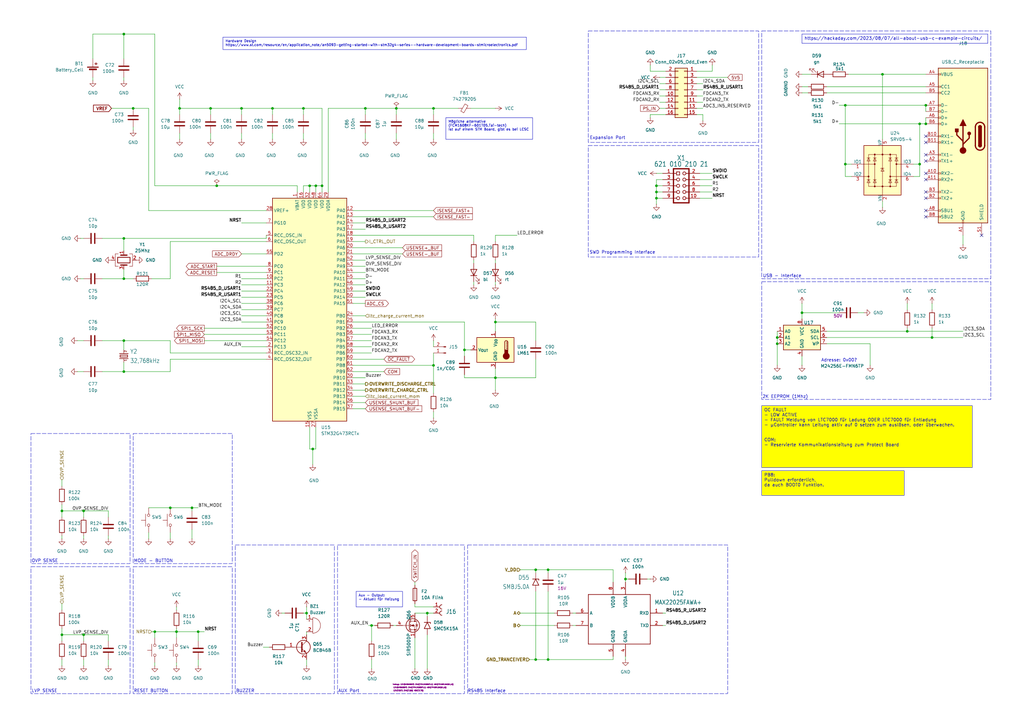
<source format=kicad_sch>
(kicad_sch
	(version 20250114)
	(generator "eeschema")
	(generator_version "9.0")
	(uuid "5f8b4aef-32eb-44a5-ac07-33765c2ecb50")
	(paper "A3")
	(title_block
		(title "Controller and Interfaces")
		(company "ECS Falko Jahn e.K.")
	)
	(lib_symbols
		(symbol "Connector:Conn_01x02_Pin"
			(pin_names
				(offset 1.016)
				(hide yes)
			)
			(exclude_from_sim no)
			(in_bom yes)
			(on_board yes)
			(property "Reference" "J"
				(at 0 2.54 0)
				(effects
					(font
						(size 1.27 1.27)
					)
				)
			)
			(property "Value" "Conn_01x02_Pin"
				(at 0 -5.08 0)
				(effects
					(font
						(size 1.27 1.27)
					)
				)
			)
			(property "Footprint" ""
				(at 0 0 0)
				(effects
					(font
						(size 1.27 1.27)
					)
					(hide yes)
				)
			)
			(property "Datasheet" "~"
				(at 0 0 0)
				(effects
					(font
						(size 1.27 1.27)
					)
					(hide yes)
				)
			)
			(property "Description" "Generic connector, single row, 01x02, script generated"
				(at 0 0 0)
				(effects
					(font
						(size 1.27 1.27)
					)
					(hide yes)
				)
			)
			(property "ki_locked" ""
				(at 0 0 0)
				(effects
					(font
						(size 1.27 1.27)
					)
				)
			)
			(property "ki_keywords" "connector"
				(at 0 0 0)
				(effects
					(font
						(size 1.27 1.27)
					)
					(hide yes)
				)
			)
			(property "ki_fp_filters" "Connector*:*_1x??_*"
				(at 0 0 0)
				(effects
					(font
						(size 1.27 1.27)
					)
					(hide yes)
				)
			)
			(symbol "Conn_01x02_Pin_1_1"
				(rectangle
					(start 0.8636 0.127)
					(end 0 -0.127)
					(stroke
						(width 0.1524)
						(type default)
					)
					(fill
						(type outline)
					)
				)
				(rectangle
					(start 0.8636 -2.413)
					(end 0 -2.667)
					(stroke
						(width 0.1524)
						(type default)
					)
					(fill
						(type outline)
					)
				)
				(polyline
					(pts
						(xy 1.27 0) (xy 0.8636 0)
					)
					(stroke
						(width 0.1524)
						(type default)
					)
					(fill
						(type none)
					)
				)
				(polyline
					(pts
						(xy 1.27 -2.54) (xy 0.8636 -2.54)
					)
					(stroke
						(width 0.1524)
						(type default)
					)
					(fill
						(type none)
					)
				)
				(pin passive line
					(at 5.08 0 180)
					(length 3.81)
					(name "Pin_1"
						(effects
							(font
								(size 1.27 1.27)
							)
						)
					)
					(number "1"
						(effects
							(font
								(size 1.27 1.27)
							)
						)
					)
				)
				(pin passive line
					(at 5.08 -2.54 180)
					(length 3.81)
					(name "Pin_2"
						(effects
							(font
								(size 1.27 1.27)
							)
						)
					)
					(number "2"
						(effects
							(font
								(size 1.27 1.27)
							)
						)
					)
				)
			)
			(embedded_fonts no)
		)
		(symbol "Connector:USB_C_Receptacle"
			(pin_names
				(offset 1.016)
			)
			(exclude_from_sim no)
			(in_bom yes)
			(on_board yes)
			(property "Reference" "J"
				(at -10.16 29.21 0)
				(effects
					(font
						(size 1.27 1.27)
					)
					(justify left)
				)
			)
			(property "Value" "USB_C_Receptacle"
				(at 10.16 29.21 0)
				(effects
					(font
						(size 1.27 1.27)
					)
					(justify right)
				)
			)
			(property "Footprint" ""
				(at 3.81 0 0)
				(effects
					(font
						(size 1.27 1.27)
					)
					(hide yes)
				)
			)
			(property "Datasheet" "https://www.usb.org/sites/default/files/documents/usb_type-c.zip"
				(at 3.81 0 0)
				(effects
					(font
						(size 1.27 1.27)
					)
					(hide yes)
				)
			)
			(property "Description" "USB Full-Featured Type-C Receptacle connector"
				(at 0 0 0)
				(effects
					(font
						(size 1.27 1.27)
					)
					(hide yes)
				)
			)
			(property "ki_keywords" "usb universal serial bus type-C full-featured"
				(at 0 0 0)
				(effects
					(font
						(size 1.27 1.27)
					)
					(hide yes)
				)
			)
			(property "ki_fp_filters" "USB*C*Receptacle*"
				(at 0 0 0)
				(effects
					(font
						(size 1.27 1.27)
					)
					(hide yes)
				)
			)
			(symbol "USB_C_Receptacle_0_0"
				(rectangle
					(start -0.254 -35.56)
					(end 0.254 -34.544)
					(stroke
						(width 0)
						(type default)
					)
					(fill
						(type none)
					)
				)
				(rectangle
					(start 10.16 25.654)
					(end 9.144 25.146)
					(stroke
						(width 0)
						(type default)
					)
					(fill
						(type none)
					)
				)
				(rectangle
					(start 10.16 20.574)
					(end 9.144 20.066)
					(stroke
						(width 0)
						(type default)
					)
					(fill
						(type none)
					)
				)
				(rectangle
					(start 10.16 18.034)
					(end 9.144 17.526)
					(stroke
						(width 0)
						(type default)
					)
					(fill
						(type none)
					)
				)
				(rectangle
					(start 10.16 12.954)
					(end 9.144 12.446)
					(stroke
						(width 0)
						(type default)
					)
					(fill
						(type none)
					)
				)
				(rectangle
					(start 10.16 10.414)
					(end 9.144 9.906)
					(stroke
						(width 0)
						(type default)
					)
					(fill
						(type none)
					)
				)
				(rectangle
					(start 10.16 7.874)
					(end 9.144 7.366)
					(stroke
						(width 0)
						(type default)
					)
					(fill
						(type none)
					)
				)
				(rectangle
					(start 10.16 5.334)
					(end 9.144 4.826)
					(stroke
						(width 0)
						(type default)
					)
					(fill
						(type none)
					)
				)
				(rectangle
					(start 10.16 0.254)
					(end 9.144 -0.254)
					(stroke
						(width 0)
						(type default)
					)
					(fill
						(type none)
					)
				)
				(rectangle
					(start 10.16 -2.286)
					(end 9.144 -2.794)
					(stroke
						(width 0)
						(type default)
					)
					(fill
						(type none)
					)
				)
				(rectangle
					(start 10.16 -7.366)
					(end 9.144 -7.874)
					(stroke
						(width 0)
						(type default)
					)
					(fill
						(type none)
					)
				)
				(rectangle
					(start 10.16 -9.906)
					(end 9.144 -10.414)
					(stroke
						(width 0)
						(type default)
					)
					(fill
						(type none)
					)
				)
				(rectangle
					(start 10.16 -14.986)
					(end 9.144 -15.494)
					(stroke
						(width 0)
						(type default)
					)
					(fill
						(type none)
					)
				)
				(rectangle
					(start 10.16 -17.526)
					(end 9.144 -18.034)
					(stroke
						(width 0)
						(type default)
					)
					(fill
						(type none)
					)
				)
				(rectangle
					(start 10.16 -22.606)
					(end 9.144 -23.114)
					(stroke
						(width 0)
						(type default)
					)
					(fill
						(type none)
					)
				)
				(rectangle
					(start 10.16 -25.146)
					(end 9.144 -25.654)
					(stroke
						(width 0)
						(type default)
					)
					(fill
						(type none)
					)
				)
				(rectangle
					(start 10.16 -30.226)
					(end 9.144 -30.734)
					(stroke
						(width 0)
						(type default)
					)
					(fill
						(type none)
					)
				)
				(rectangle
					(start 10.16 -32.766)
					(end 9.144 -33.274)
					(stroke
						(width 0)
						(type default)
					)
					(fill
						(type none)
					)
				)
			)
			(symbol "USB_C_Receptacle_0_1"
				(rectangle
					(start -10.16 27.94)
					(end 10.16 -35.56)
					(stroke
						(width 0.254)
						(type default)
					)
					(fill
						(type background)
					)
				)
				(polyline
					(pts
						(xy -8.89 -3.81) (xy -8.89 3.81)
					)
					(stroke
						(width 0.508)
						(type default)
					)
					(fill
						(type none)
					)
				)
				(rectangle
					(start -7.62 -3.81)
					(end -6.35 3.81)
					(stroke
						(width 0.254)
						(type default)
					)
					(fill
						(type outline)
					)
				)
				(arc
					(start -7.62 3.81)
					(mid -6.985 4.4423)
					(end -6.35 3.81)
					(stroke
						(width 0.254)
						(type default)
					)
					(fill
						(type none)
					)
				)
				(arc
					(start -7.62 3.81)
					(mid -6.985 4.4423)
					(end -6.35 3.81)
					(stroke
						(width 0.254)
						(type default)
					)
					(fill
						(type outline)
					)
				)
				(arc
					(start -8.89 3.81)
					(mid -6.985 5.7067)
					(end -5.08 3.81)
					(stroke
						(width 0.508)
						(type default)
					)
					(fill
						(type none)
					)
				)
				(arc
					(start -5.08 -3.81)
					(mid -6.985 -5.7067)
					(end -8.89 -3.81)
					(stroke
						(width 0.508)
						(type default)
					)
					(fill
						(type none)
					)
				)
				(arc
					(start -6.35 -3.81)
					(mid -6.985 -4.4423)
					(end -7.62 -3.81)
					(stroke
						(width 0.254)
						(type default)
					)
					(fill
						(type none)
					)
				)
				(arc
					(start -6.35 -3.81)
					(mid -6.985 -4.4423)
					(end -7.62 -3.81)
					(stroke
						(width 0.254)
						(type default)
					)
					(fill
						(type outline)
					)
				)
				(polyline
					(pts
						(xy -5.08 3.81) (xy -5.08 -3.81)
					)
					(stroke
						(width 0.508)
						(type default)
					)
					(fill
						(type none)
					)
				)
			)
			(symbol "USB_C_Receptacle_1_1"
				(circle
					(center -2.54 1.143)
					(radius 0.635)
					(stroke
						(width 0.254)
						(type default)
					)
					(fill
						(type outline)
					)
				)
				(polyline
					(pts
						(xy -1.27 4.318) (xy 0 6.858) (xy 1.27 4.318) (xy -1.27 4.318)
					)
					(stroke
						(width 0.254)
						(type default)
					)
					(fill
						(type outline)
					)
				)
				(polyline
					(pts
						(xy 0 -2.032) (xy 2.54 0.508) (xy 2.54 1.778)
					)
					(stroke
						(width 0.508)
						(type default)
					)
					(fill
						(type none)
					)
				)
				(polyline
					(pts
						(xy 0 -3.302) (xy -2.54 -0.762) (xy -2.54 0.508)
					)
					(stroke
						(width 0.508)
						(type default)
					)
					(fill
						(type none)
					)
				)
				(polyline
					(pts
						(xy 0 -5.842) (xy 0 4.318)
					)
					(stroke
						(width 0.508)
						(type default)
					)
					(fill
						(type none)
					)
				)
				(circle
					(center 0 -5.842)
					(radius 1.27)
					(stroke
						(width 0)
						(type default)
					)
					(fill
						(type outline)
					)
				)
				(rectangle
					(start 1.905 1.778)
					(end 3.175 3.048)
					(stroke
						(width 0.254)
						(type default)
					)
					(fill
						(type outline)
					)
				)
				(pin passive line
					(at -7.62 -40.64 90)
					(length 5.08)
					(name "SHIELD"
						(effects
							(font
								(size 1.27 1.27)
							)
						)
					)
					(number "S1"
						(effects
							(font
								(size 1.27 1.27)
							)
						)
					)
				)
				(pin passive line
					(at 0 -40.64 90)
					(length 5.08)
					(name "GND"
						(effects
							(font
								(size 1.27 1.27)
							)
						)
					)
					(number "A1"
						(effects
							(font
								(size 1.27 1.27)
							)
						)
					)
				)
				(pin passive line
					(at 0 -40.64 90)
					(length 5.08)
					(hide yes)
					(name "GND"
						(effects
							(font
								(size 1.27 1.27)
							)
						)
					)
					(number "A12"
						(effects
							(font
								(size 1.27 1.27)
							)
						)
					)
				)
				(pin passive line
					(at 0 -40.64 90)
					(length 5.08)
					(hide yes)
					(name "GND"
						(effects
							(font
								(size 1.27 1.27)
							)
						)
					)
					(number "B1"
						(effects
							(font
								(size 1.27 1.27)
							)
						)
					)
				)
				(pin passive line
					(at 0 -40.64 90)
					(length 5.08)
					(hide yes)
					(name "GND"
						(effects
							(font
								(size 1.27 1.27)
							)
						)
					)
					(number "B12"
						(effects
							(font
								(size 1.27 1.27)
							)
						)
					)
				)
				(pin passive line
					(at 15.24 25.4 180)
					(length 5.08)
					(name "VBUS"
						(effects
							(font
								(size 1.27 1.27)
							)
						)
					)
					(number "A4"
						(effects
							(font
								(size 1.27 1.27)
							)
						)
					)
				)
				(pin passive line
					(at 15.24 25.4 180)
					(length 5.08)
					(hide yes)
					(name "VBUS"
						(effects
							(font
								(size 1.27 1.27)
							)
						)
					)
					(number "A9"
						(effects
							(font
								(size 1.27 1.27)
							)
						)
					)
				)
				(pin passive line
					(at 15.24 25.4 180)
					(length 5.08)
					(hide yes)
					(name "VBUS"
						(effects
							(font
								(size 1.27 1.27)
							)
						)
					)
					(number "B4"
						(effects
							(font
								(size 1.27 1.27)
							)
						)
					)
				)
				(pin passive line
					(at 15.24 25.4 180)
					(length 5.08)
					(hide yes)
					(name "VBUS"
						(effects
							(font
								(size 1.27 1.27)
							)
						)
					)
					(number "B9"
						(effects
							(font
								(size 1.27 1.27)
							)
						)
					)
				)
				(pin bidirectional line
					(at 15.24 20.32 180)
					(length 5.08)
					(name "CC1"
						(effects
							(font
								(size 1.27 1.27)
							)
						)
					)
					(number "A5"
						(effects
							(font
								(size 1.27 1.27)
							)
						)
					)
				)
				(pin bidirectional line
					(at 15.24 17.78 180)
					(length 5.08)
					(name "CC2"
						(effects
							(font
								(size 1.27 1.27)
							)
						)
					)
					(number "B5"
						(effects
							(font
								(size 1.27 1.27)
							)
						)
					)
				)
				(pin bidirectional line
					(at 15.24 12.7 180)
					(length 5.08)
					(name "D-"
						(effects
							(font
								(size 1.27 1.27)
							)
						)
					)
					(number "A7"
						(effects
							(font
								(size 1.27 1.27)
							)
						)
					)
				)
				(pin bidirectional line
					(at 15.24 10.16 180)
					(length 5.08)
					(name "D-"
						(effects
							(font
								(size 1.27 1.27)
							)
						)
					)
					(number "B7"
						(effects
							(font
								(size 1.27 1.27)
							)
						)
					)
				)
				(pin bidirectional line
					(at 15.24 7.62 180)
					(length 5.08)
					(name "D+"
						(effects
							(font
								(size 1.27 1.27)
							)
						)
					)
					(number "A6"
						(effects
							(font
								(size 1.27 1.27)
							)
						)
					)
				)
				(pin bidirectional line
					(at 15.24 5.08 180)
					(length 5.08)
					(name "D+"
						(effects
							(font
								(size 1.27 1.27)
							)
						)
					)
					(number "B6"
						(effects
							(font
								(size 1.27 1.27)
							)
						)
					)
				)
				(pin bidirectional line
					(at 15.24 0 180)
					(length 5.08)
					(name "RX1-"
						(effects
							(font
								(size 1.27 1.27)
							)
						)
					)
					(number "B10"
						(effects
							(font
								(size 1.27 1.27)
							)
						)
					)
				)
				(pin bidirectional line
					(at 15.24 -2.54 180)
					(length 5.08)
					(name "RX1+"
						(effects
							(font
								(size 1.27 1.27)
							)
						)
					)
					(number "B11"
						(effects
							(font
								(size 1.27 1.27)
							)
						)
					)
				)
				(pin bidirectional line
					(at 15.24 -7.62 180)
					(length 5.08)
					(name "TX1-"
						(effects
							(font
								(size 1.27 1.27)
							)
						)
					)
					(number "A3"
						(effects
							(font
								(size 1.27 1.27)
							)
						)
					)
				)
				(pin bidirectional line
					(at 15.24 -10.16 180)
					(length 5.08)
					(name "TX1+"
						(effects
							(font
								(size 1.27 1.27)
							)
						)
					)
					(number "A2"
						(effects
							(font
								(size 1.27 1.27)
							)
						)
					)
				)
				(pin bidirectional line
					(at 15.24 -15.24 180)
					(length 5.08)
					(name "RX2-"
						(effects
							(font
								(size 1.27 1.27)
							)
						)
					)
					(number "A10"
						(effects
							(font
								(size 1.27 1.27)
							)
						)
					)
				)
				(pin bidirectional line
					(at 15.24 -17.78 180)
					(length 5.08)
					(name "RX2+"
						(effects
							(font
								(size 1.27 1.27)
							)
						)
					)
					(number "A11"
						(effects
							(font
								(size 1.27 1.27)
							)
						)
					)
				)
				(pin bidirectional line
					(at 15.24 -22.86 180)
					(length 5.08)
					(name "TX2-"
						(effects
							(font
								(size 1.27 1.27)
							)
						)
					)
					(number "B3"
						(effects
							(font
								(size 1.27 1.27)
							)
						)
					)
				)
				(pin bidirectional line
					(at 15.24 -25.4 180)
					(length 5.08)
					(name "TX2+"
						(effects
							(font
								(size 1.27 1.27)
							)
						)
					)
					(number "B2"
						(effects
							(font
								(size 1.27 1.27)
							)
						)
					)
				)
				(pin bidirectional line
					(at 15.24 -30.48 180)
					(length 5.08)
					(name "SBU1"
						(effects
							(font
								(size 1.27 1.27)
							)
						)
					)
					(number "A8"
						(effects
							(font
								(size 1.27 1.27)
							)
						)
					)
				)
				(pin bidirectional line
					(at 15.24 -33.02 180)
					(length 5.08)
					(name "SBU2"
						(effects
							(font
								(size 1.27 1.27)
							)
						)
					)
					(number "B8"
						(effects
							(font
								(size 1.27 1.27)
							)
						)
					)
				)
			)
			(embedded_fonts no)
		)
		(symbol "Connector_Generic:Conn_02x08_Odd_Even"
			(pin_names
				(offset 1.016)
				(hide yes)
			)
			(exclude_from_sim no)
			(in_bom yes)
			(on_board yes)
			(property "Reference" "J"
				(at 1.27 10.16 0)
				(effects
					(font
						(size 1.27 1.27)
					)
				)
			)
			(property "Value" "Conn_02x08_Odd_Even"
				(at 1.27 -12.7 0)
				(effects
					(font
						(size 1.27 1.27)
					)
				)
			)
			(property "Footprint" ""
				(at 0 0 0)
				(effects
					(font
						(size 1.27 1.27)
					)
					(hide yes)
				)
			)
			(property "Datasheet" "~"
				(at 0 0 0)
				(effects
					(font
						(size 1.27 1.27)
					)
					(hide yes)
				)
			)
			(property "Description" "Generic connector, double row, 02x08, odd/even pin numbering scheme (row 1 odd numbers, row 2 even numbers), script generated (kicad-library-utils/schlib/autogen/connector/)"
				(at 0 0 0)
				(effects
					(font
						(size 1.27 1.27)
					)
					(hide yes)
				)
			)
			(property "ki_keywords" "connector"
				(at 0 0 0)
				(effects
					(font
						(size 1.27 1.27)
					)
					(hide yes)
				)
			)
			(property "ki_fp_filters" "Connector*:*_2x??_*"
				(at 0 0 0)
				(effects
					(font
						(size 1.27 1.27)
					)
					(hide yes)
				)
			)
			(symbol "Conn_02x08_Odd_Even_1_1"
				(rectangle
					(start -1.27 8.89)
					(end 3.81 -11.43)
					(stroke
						(width 0.254)
						(type default)
					)
					(fill
						(type background)
					)
				)
				(rectangle
					(start -1.27 7.747)
					(end 0 7.493)
					(stroke
						(width 0.1524)
						(type default)
					)
					(fill
						(type none)
					)
				)
				(rectangle
					(start -1.27 5.207)
					(end 0 4.953)
					(stroke
						(width 0.1524)
						(type default)
					)
					(fill
						(type none)
					)
				)
				(rectangle
					(start -1.27 2.667)
					(end 0 2.413)
					(stroke
						(width 0.1524)
						(type default)
					)
					(fill
						(type none)
					)
				)
				(rectangle
					(start -1.27 0.127)
					(end 0 -0.127)
					(stroke
						(width 0.1524)
						(type default)
					)
					(fill
						(type none)
					)
				)
				(rectangle
					(start -1.27 -2.413)
					(end 0 -2.667)
					(stroke
						(width 0.1524)
						(type default)
					)
					(fill
						(type none)
					)
				)
				(rectangle
					(start -1.27 -4.953)
					(end 0 -5.207)
					(stroke
						(width 0.1524)
						(type default)
					)
					(fill
						(type none)
					)
				)
				(rectangle
					(start -1.27 -7.493)
					(end 0 -7.747)
					(stroke
						(width 0.1524)
						(type default)
					)
					(fill
						(type none)
					)
				)
				(rectangle
					(start -1.27 -10.033)
					(end 0 -10.287)
					(stroke
						(width 0.1524)
						(type default)
					)
					(fill
						(type none)
					)
				)
				(rectangle
					(start 3.81 7.747)
					(end 2.54 7.493)
					(stroke
						(width 0.1524)
						(type default)
					)
					(fill
						(type none)
					)
				)
				(rectangle
					(start 3.81 5.207)
					(end 2.54 4.953)
					(stroke
						(width 0.1524)
						(type default)
					)
					(fill
						(type none)
					)
				)
				(rectangle
					(start 3.81 2.667)
					(end 2.54 2.413)
					(stroke
						(width 0.1524)
						(type default)
					)
					(fill
						(type none)
					)
				)
				(rectangle
					(start 3.81 0.127)
					(end 2.54 -0.127)
					(stroke
						(width 0.1524)
						(type default)
					)
					(fill
						(type none)
					)
				)
				(rectangle
					(start 3.81 -2.413)
					(end 2.54 -2.667)
					(stroke
						(width 0.1524)
						(type default)
					)
					(fill
						(type none)
					)
				)
				(rectangle
					(start 3.81 -4.953)
					(end 2.54 -5.207)
					(stroke
						(width 0.1524)
						(type default)
					)
					(fill
						(type none)
					)
				)
				(rectangle
					(start 3.81 -7.493)
					(end 2.54 -7.747)
					(stroke
						(width 0.1524)
						(type default)
					)
					(fill
						(type none)
					)
				)
				(rectangle
					(start 3.81 -10.033)
					(end 2.54 -10.287)
					(stroke
						(width 0.1524)
						(type default)
					)
					(fill
						(type none)
					)
				)
				(pin passive line
					(at -5.08 7.62 0)
					(length 3.81)
					(name "Pin_1"
						(effects
							(font
								(size 1.27 1.27)
							)
						)
					)
					(number "1"
						(effects
							(font
								(size 1.27 1.27)
							)
						)
					)
				)
				(pin passive line
					(at -5.08 5.08 0)
					(length 3.81)
					(name "Pin_3"
						(effects
							(font
								(size 1.27 1.27)
							)
						)
					)
					(number "3"
						(effects
							(font
								(size 1.27 1.27)
							)
						)
					)
				)
				(pin passive line
					(at -5.08 2.54 0)
					(length 3.81)
					(name "Pin_5"
						(effects
							(font
								(size 1.27 1.27)
							)
						)
					)
					(number "5"
						(effects
							(font
								(size 1.27 1.27)
							)
						)
					)
				)
				(pin passive line
					(at -5.08 0 0)
					(length 3.81)
					(name "Pin_7"
						(effects
							(font
								(size 1.27 1.27)
							)
						)
					)
					(number "7"
						(effects
							(font
								(size 1.27 1.27)
							)
						)
					)
				)
				(pin passive line
					(at -5.08 -2.54 0)
					(length 3.81)
					(name "Pin_9"
						(effects
							(font
								(size 1.27 1.27)
							)
						)
					)
					(number "9"
						(effects
							(font
								(size 1.27 1.27)
							)
						)
					)
				)
				(pin passive line
					(at -5.08 -5.08 0)
					(length 3.81)
					(name "Pin_11"
						(effects
							(font
								(size 1.27 1.27)
							)
						)
					)
					(number "11"
						(effects
							(font
								(size 1.27 1.27)
							)
						)
					)
				)
				(pin passive line
					(at -5.08 -7.62 0)
					(length 3.81)
					(name "Pin_13"
						(effects
							(font
								(size 1.27 1.27)
							)
						)
					)
					(number "13"
						(effects
							(font
								(size 1.27 1.27)
							)
						)
					)
				)
				(pin passive line
					(at -5.08 -10.16 0)
					(length 3.81)
					(name "Pin_15"
						(effects
							(font
								(size 1.27 1.27)
							)
						)
					)
					(number "15"
						(effects
							(font
								(size 1.27 1.27)
							)
						)
					)
				)
				(pin passive line
					(at 7.62 7.62 180)
					(length 3.81)
					(name "Pin_2"
						(effects
							(font
								(size 1.27 1.27)
							)
						)
					)
					(number "2"
						(effects
							(font
								(size 1.27 1.27)
							)
						)
					)
				)
				(pin passive line
					(at 7.62 5.08 180)
					(length 3.81)
					(name "Pin_4"
						(effects
							(font
								(size 1.27 1.27)
							)
						)
					)
					(number "4"
						(effects
							(font
								(size 1.27 1.27)
							)
						)
					)
				)
				(pin passive line
					(at 7.62 2.54 180)
					(length 3.81)
					(name "Pin_6"
						(effects
							(font
								(size 1.27 1.27)
							)
						)
					)
					(number "6"
						(effects
							(font
								(size 1.27 1.27)
							)
						)
					)
				)
				(pin passive line
					(at 7.62 0 180)
					(length 3.81)
					(name "Pin_8"
						(effects
							(font
								(size 1.27 1.27)
							)
						)
					)
					(number "8"
						(effects
							(font
								(size 1.27 1.27)
							)
						)
					)
				)
				(pin passive line
					(at 7.62 -2.54 180)
					(length 3.81)
					(name "Pin_10"
						(effects
							(font
								(size 1.27 1.27)
							)
						)
					)
					(number "10"
						(effects
							(font
								(size 1.27 1.27)
							)
						)
					)
				)
				(pin passive line
					(at 7.62 -5.08 180)
					(length 3.81)
					(name "Pin_12"
						(effects
							(font
								(size 1.27 1.27)
							)
						)
					)
					(number "12"
						(effects
							(font
								(size 1.27 1.27)
							)
						)
					)
				)
				(pin passive line
					(at 7.62 -7.62 180)
					(length 3.81)
					(name "Pin_14"
						(effects
							(font
								(size 1.27 1.27)
							)
						)
					)
					(number "14"
						(effects
							(font
								(size 1.27 1.27)
							)
						)
					)
				)
				(pin passive line
					(at 7.62 -10.16 180)
					(length 3.81)
					(name "Pin_16"
						(effects
							(font
								(size 1.27 1.27)
							)
						)
					)
					(number "16"
						(effects
							(font
								(size 1.27 1.27)
							)
						)
					)
				)
			)
			(embedded_fonts no)
		)
		(symbol "Device:Battery_Cell"
			(pin_numbers
				(hide yes)
			)
			(pin_names
				(offset 0)
				(hide yes)
			)
			(exclude_from_sim no)
			(in_bom yes)
			(on_board yes)
			(property "Reference" "BT"
				(at 2.54 2.54 0)
				(effects
					(font
						(size 1.27 1.27)
					)
					(justify left)
				)
			)
			(property "Value" "Battery_Cell"
				(at 2.54 0 0)
				(effects
					(font
						(size 1.27 1.27)
					)
					(justify left)
				)
			)
			(property "Footprint" ""
				(at 0 1.524 90)
				(effects
					(font
						(size 1.27 1.27)
					)
					(hide yes)
				)
			)
			(property "Datasheet" "~"
				(at 0 1.524 90)
				(effects
					(font
						(size 1.27 1.27)
					)
					(hide yes)
				)
			)
			(property "Description" "Single-cell battery"
				(at 0 0 0)
				(effects
					(font
						(size 1.27 1.27)
					)
					(hide yes)
				)
			)
			(property "ki_keywords" "battery cell"
				(at 0 0 0)
				(effects
					(font
						(size 1.27 1.27)
					)
					(hide yes)
				)
			)
			(symbol "Battery_Cell_0_1"
				(rectangle
					(start -2.286 1.778)
					(end 2.286 1.524)
					(stroke
						(width 0)
						(type default)
					)
					(fill
						(type outline)
					)
				)
				(rectangle
					(start -1.524 1.016)
					(end 1.524 0.508)
					(stroke
						(width 0)
						(type default)
					)
					(fill
						(type outline)
					)
				)
				(polyline
					(pts
						(xy 0 1.778) (xy 0 2.54)
					)
					(stroke
						(width 0)
						(type default)
					)
					(fill
						(type none)
					)
				)
				(polyline
					(pts
						(xy 0 0.762) (xy 0 0)
					)
					(stroke
						(width 0)
						(type default)
					)
					(fill
						(type none)
					)
				)
				(polyline
					(pts
						(xy 0.762 3.048) (xy 1.778 3.048)
					)
					(stroke
						(width 0.254)
						(type default)
					)
					(fill
						(type none)
					)
				)
				(polyline
					(pts
						(xy 1.27 3.556) (xy 1.27 2.54)
					)
					(stroke
						(width 0.254)
						(type default)
					)
					(fill
						(type none)
					)
				)
			)
			(symbol "Battery_Cell_1_1"
				(pin passive line
					(at 0 5.08 270)
					(length 2.54)
					(name "+"
						(effects
							(font
								(size 1.27 1.27)
							)
						)
					)
					(number "1"
						(effects
							(font
								(size 1.27 1.27)
							)
						)
					)
				)
				(pin passive line
					(at 0 -2.54 90)
					(length 2.54)
					(name "-"
						(effects
							(font
								(size 1.27 1.27)
							)
						)
					)
					(number "2"
						(effects
							(font
								(size 1.27 1.27)
							)
						)
					)
				)
			)
			(embedded_fonts no)
		)
		(symbol "Device:Buzzer"
			(pin_names
				(offset 0.0254)
				(hide yes)
			)
			(exclude_from_sim no)
			(in_bom yes)
			(on_board yes)
			(property "Reference" "BZ"
				(at 3.81 1.27 0)
				(effects
					(font
						(size 1.27 1.27)
					)
					(justify left)
				)
			)
			(property "Value" "Buzzer"
				(at 3.81 -1.27 0)
				(effects
					(font
						(size 1.27 1.27)
					)
					(justify left)
				)
			)
			(property "Footprint" ""
				(at -0.635 2.54 90)
				(effects
					(font
						(size 1.27 1.27)
					)
					(hide yes)
				)
			)
			(property "Datasheet" "~"
				(at -0.635 2.54 90)
				(effects
					(font
						(size 1.27 1.27)
					)
					(hide yes)
				)
			)
			(property "Description" "Buzzer, polarized"
				(at 0 0 0)
				(effects
					(font
						(size 1.27 1.27)
					)
					(hide yes)
				)
			)
			(property "ki_keywords" "quartz resonator ceramic"
				(at 0 0 0)
				(effects
					(font
						(size 1.27 1.27)
					)
					(hide yes)
				)
			)
			(property "ki_fp_filters" "*Buzzer*"
				(at 0 0 0)
				(effects
					(font
						(size 1.27 1.27)
					)
					(hide yes)
				)
			)
			(symbol "Buzzer_0_1"
				(polyline
					(pts
						(xy -1.651 1.905) (xy -1.143 1.905)
					)
					(stroke
						(width 0)
						(type default)
					)
					(fill
						(type none)
					)
				)
				(polyline
					(pts
						(xy -1.397 2.159) (xy -1.397 1.651)
					)
					(stroke
						(width 0)
						(type default)
					)
					(fill
						(type none)
					)
				)
				(arc
					(start 0 3.175)
					(mid 3.1612 0)
					(end 0 -3.175)
					(stroke
						(width 0)
						(type default)
					)
					(fill
						(type none)
					)
				)
				(polyline
					(pts
						(xy 0 3.175) (xy 0 -3.175)
					)
					(stroke
						(width 0)
						(type default)
					)
					(fill
						(type none)
					)
				)
			)
			(symbol "Buzzer_1_1"
				(pin passive line
					(at -2.54 2.54 0)
					(length 2.54)
					(name "+"
						(effects
							(font
								(size 1.27 1.27)
							)
						)
					)
					(number "1"
						(effects
							(font
								(size 1.27 1.27)
							)
						)
					)
				)
				(pin passive line
					(at -2.54 -2.54 0)
					(length 2.54)
					(name "-"
						(effects
							(font
								(size 1.27 1.27)
							)
						)
					)
					(number "2"
						(effects
							(font
								(size 1.27 1.27)
							)
						)
					)
				)
			)
			(embedded_fonts no)
		)
		(symbol "Device:C"
			(pin_numbers
				(hide yes)
			)
			(pin_names
				(offset 0.254)
			)
			(exclude_from_sim no)
			(in_bom yes)
			(on_board yes)
			(property "Reference" "C"
				(at 0.635 2.54 0)
				(effects
					(font
						(size 1.27 1.27)
					)
					(justify left)
				)
			)
			(property "Value" "C"
				(at 0.635 -2.54 0)
				(effects
					(font
						(size 1.27 1.27)
					)
					(justify left)
				)
			)
			(property "Footprint" ""
				(at 0.9652 -3.81 0)
				(effects
					(font
						(size 1.27 1.27)
					)
					(hide yes)
				)
			)
			(property "Datasheet" "~"
				(at 0 0 0)
				(effects
					(font
						(size 1.27 1.27)
					)
					(hide yes)
				)
			)
			(property "Description" "Unpolarized capacitor"
				(at 0 0 0)
				(effects
					(font
						(size 1.27 1.27)
					)
					(hide yes)
				)
			)
			(property "ki_keywords" "cap capacitor"
				(at 0 0 0)
				(effects
					(font
						(size 1.27 1.27)
					)
					(hide yes)
				)
			)
			(property "ki_fp_filters" "C_*"
				(at 0 0 0)
				(effects
					(font
						(size 1.27 1.27)
					)
					(hide yes)
				)
			)
			(symbol "C_0_1"
				(polyline
					(pts
						(xy -2.032 0.762) (xy 2.032 0.762)
					)
					(stroke
						(width 0.508)
						(type default)
					)
					(fill
						(type none)
					)
				)
				(polyline
					(pts
						(xy -2.032 -0.762) (xy 2.032 -0.762)
					)
					(stroke
						(width 0.508)
						(type default)
					)
					(fill
						(type none)
					)
				)
			)
			(symbol "C_1_1"
				(pin passive line
					(at 0 3.81 270)
					(length 2.794)
					(name "~"
						(effects
							(font
								(size 1.27 1.27)
							)
						)
					)
					(number "1"
						(effects
							(font
								(size 1.27 1.27)
							)
						)
					)
				)
				(pin passive line
					(at 0 -3.81 90)
					(length 2.794)
					(name "~"
						(effects
							(font
								(size 1.27 1.27)
							)
						)
					)
					(number "2"
						(effects
							(font
								(size 1.27 1.27)
							)
						)
					)
				)
			)
			(embedded_fonts no)
		)
		(symbol "Device:Crystal_GND24"
			(pin_names
				(offset 1.016)
				(hide yes)
			)
			(exclude_from_sim no)
			(in_bom yes)
			(on_board yes)
			(property "Reference" "Y"
				(at 3.175 5.08 0)
				(effects
					(font
						(size 1.27 1.27)
					)
					(justify left)
				)
			)
			(property "Value" "Crystal_GND24"
				(at 3.175 3.175 0)
				(effects
					(font
						(size 1.27 1.27)
					)
					(justify left)
				)
			)
			(property "Footprint" ""
				(at 0 0 0)
				(effects
					(font
						(size 1.27 1.27)
					)
					(hide yes)
				)
			)
			(property "Datasheet" "~"
				(at 0 0 0)
				(effects
					(font
						(size 1.27 1.27)
					)
					(hide yes)
				)
			)
			(property "Description" "Four pin crystal, GND on pins 2 and 4"
				(at 0 0 0)
				(effects
					(font
						(size 1.27 1.27)
					)
					(hide yes)
				)
			)
			(property "ki_keywords" "quartz ceramic resonator oscillator"
				(at 0 0 0)
				(effects
					(font
						(size 1.27 1.27)
					)
					(hide yes)
				)
			)
			(property "ki_fp_filters" "Crystal*"
				(at 0 0 0)
				(effects
					(font
						(size 1.27 1.27)
					)
					(hide yes)
				)
			)
			(symbol "Crystal_GND24_0_1"
				(polyline
					(pts
						(xy -2.54 2.286) (xy -2.54 3.556) (xy 2.54 3.556) (xy 2.54 2.286)
					)
					(stroke
						(width 0)
						(type default)
					)
					(fill
						(type none)
					)
				)
				(polyline
					(pts
						(xy -2.54 0) (xy -2.032 0)
					)
					(stroke
						(width 0)
						(type default)
					)
					(fill
						(type none)
					)
				)
				(polyline
					(pts
						(xy -2.54 -2.286) (xy -2.54 -3.556) (xy 2.54 -3.556) (xy 2.54 -2.286)
					)
					(stroke
						(width 0)
						(type default)
					)
					(fill
						(type none)
					)
				)
				(polyline
					(pts
						(xy -2.032 -1.27) (xy -2.032 1.27)
					)
					(stroke
						(width 0.508)
						(type default)
					)
					(fill
						(type none)
					)
				)
				(rectangle
					(start -1.143 2.54)
					(end 1.143 -2.54)
					(stroke
						(width 0.3048)
						(type default)
					)
					(fill
						(type none)
					)
				)
				(polyline
					(pts
						(xy 0 3.556) (xy 0 3.81)
					)
					(stroke
						(width 0)
						(type default)
					)
					(fill
						(type none)
					)
				)
				(polyline
					(pts
						(xy 0 -3.81) (xy 0 -3.556)
					)
					(stroke
						(width 0)
						(type default)
					)
					(fill
						(type none)
					)
				)
				(polyline
					(pts
						(xy 2.032 0) (xy 2.54 0)
					)
					(stroke
						(width 0)
						(type default)
					)
					(fill
						(type none)
					)
				)
				(polyline
					(pts
						(xy 2.032 -1.27) (xy 2.032 1.27)
					)
					(stroke
						(width 0.508)
						(type default)
					)
					(fill
						(type none)
					)
				)
			)
			(symbol "Crystal_GND24_1_1"
				(pin passive line
					(at -3.81 0 0)
					(length 1.27)
					(name "1"
						(effects
							(font
								(size 1.27 1.27)
							)
						)
					)
					(number "1"
						(effects
							(font
								(size 1.27 1.27)
							)
						)
					)
				)
				(pin passive line
					(at 0 5.08 270)
					(length 1.27)
					(name "2"
						(effects
							(font
								(size 1.27 1.27)
							)
						)
					)
					(number "2"
						(effects
							(font
								(size 1.27 1.27)
							)
						)
					)
				)
				(pin passive line
					(at 0 -5.08 90)
					(length 1.27)
					(name "4"
						(effects
							(font
								(size 1.27 1.27)
							)
						)
					)
					(number "4"
						(effects
							(font
								(size 1.27 1.27)
							)
						)
					)
				)
				(pin passive line
					(at 3.81 0 180)
					(length 1.27)
					(name "3"
						(effects
							(font
								(size 1.27 1.27)
							)
						)
					)
					(number "3"
						(effects
							(font
								(size 1.27 1.27)
							)
						)
					)
				)
			)
			(embedded_fonts no)
		)
		(symbol "Device:FerriteBead_Small"
			(pin_numbers
				(hide yes)
			)
			(pin_names
				(offset 0)
			)
			(exclude_from_sim no)
			(in_bom yes)
			(on_board yes)
			(property "Reference" "FB"
				(at 1.905 1.27 0)
				(effects
					(font
						(size 1.27 1.27)
					)
					(justify left)
				)
			)
			(property "Value" "FerriteBead_Small"
				(at 1.905 -1.27 0)
				(effects
					(font
						(size 1.27 1.27)
					)
					(justify left)
				)
			)
			(property "Footprint" ""
				(at -1.778 0 90)
				(effects
					(font
						(size 1.27 1.27)
					)
					(hide yes)
				)
			)
			(property "Datasheet" "~"
				(at 0 0 0)
				(effects
					(font
						(size 1.27 1.27)
					)
					(hide yes)
				)
			)
			(property "Description" "Ferrite bead, small symbol"
				(at 0 0 0)
				(effects
					(font
						(size 1.27 1.27)
					)
					(hide yes)
				)
			)
			(property "ki_keywords" "L ferrite bead inductor filter"
				(at 0 0 0)
				(effects
					(font
						(size 1.27 1.27)
					)
					(hide yes)
				)
			)
			(property "ki_fp_filters" "Inductor_* L_* *Ferrite*"
				(at 0 0 0)
				(effects
					(font
						(size 1.27 1.27)
					)
					(hide yes)
				)
			)
			(symbol "FerriteBead_Small_0_1"
				(polyline
					(pts
						(xy -1.8288 0.2794) (xy -1.1176 1.4986) (xy 1.8288 -0.2032) (xy 1.1176 -1.4224) (xy -1.8288 0.2794)
					)
					(stroke
						(width 0)
						(type default)
					)
					(fill
						(type none)
					)
				)
				(polyline
					(pts
						(xy 0 0.889) (xy 0 1.2954)
					)
					(stroke
						(width 0)
						(type default)
					)
					(fill
						(type none)
					)
				)
				(polyline
					(pts
						(xy 0 -1.27) (xy 0 -0.7874)
					)
					(stroke
						(width 0)
						(type default)
					)
					(fill
						(type none)
					)
				)
			)
			(symbol "FerriteBead_Small_1_1"
				(pin passive line
					(at 0 2.54 270)
					(length 1.27)
					(name "~"
						(effects
							(font
								(size 1.27 1.27)
							)
						)
					)
					(number "1"
						(effects
							(font
								(size 1.27 1.27)
							)
						)
					)
				)
				(pin passive line
					(at 0 -2.54 90)
					(length 1.27)
					(name "~"
						(effects
							(font
								(size 1.27 1.27)
							)
						)
					)
					(number "2"
						(effects
							(font
								(size 1.27 1.27)
							)
						)
					)
				)
			)
			(embedded_fonts no)
		)
		(symbol "Device:Fuse"
			(pin_numbers
				(hide yes)
			)
			(pin_names
				(offset 0)
			)
			(exclude_from_sim no)
			(in_bom yes)
			(on_board yes)
			(property "Reference" "F"
				(at 2.032 0 90)
				(effects
					(font
						(size 1.27 1.27)
					)
				)
			)
			(property "Value" "Fuse"
				(at -1.905 0 90)
				(effects
					(font
						(size 1.27 1.27)
					)
				)
			)
			(property "Footprint" ""
				(at -1.778 0 90)
				(effects
					(font
						(size 1.27 1.27)
					)
					(hide yes)
				)
			)
			(property "Datasheet" "~"
				(at 0 0 0)
				(effects
					(font
						(size 1.27 1.27)
					)
					(hide yes)
				)
			)
			(property "Description" "Fuse"
				(at 0 0 0)
				(effects
					(font
						(size 1.27 1.27)
					)
					(hide yes)
				)
			)
			(property "ki_keywords" "fuse"
				(at 0 0 0)
				(effects
					(font
						(size 1.27 1.27)
					)
					(hide yes)
				)
			)
			(property "ki_fp_filters" "*Fuse*"
				(at 0 0 0)
				(effects
					(font
						(size 1.27 1.27)
					)
					(hide yes)
				)
			)
			(symbol "Fuse_0_1"
				(rectangle
					(start -0.762 -2.54)
					(end 0.762 2.54)
					(stroke
						(width 0.254)
						(type default)
					)
					(fill
						(type none)
					)
				)
				(polyline
					(pts
						(xy 0 2.54) (xy 0 -2.54)
					)
					(stroke
						(width 0)
						(type default)
					)
					(fill
						(type none)
					)
				)
			)
			(symbol "Fuse_1_1"
				(pin passive line
					(at 0 3.81 270)
					(length 1.27)
					(name "~"
						(effects
							(font
								(size 1.27 1.27)
							)
						)
					)
					(number "1"
						(effects
							(font
								(size 1.27 1.27)
							)
						)
					)
				)
				(pin passive line
					(at 0 -3.81 90)
					(length 1.27)
					(name "~"
						(effects
							(font
								(size 1.27 1.27)
							)
						)
					)
					(number "2"
						(effects
							(font
								(size 1.27 1.27)
							)
						)
					)
				)
			)
			(embedded_fonts no)
		)
		(symbol "Device:LED"
			(pin_numbers
				(hide yes)
			)
			(pin_names
				(offset 1.016)
				(hide yes)
			)
			(exclude_from_sim no)
			(in_bom yes)
			(on_board yes)
			(property "Reference" "D"
				(at 0 2.54 0)
				(effects
					(font
						(size 1.27 1.27)
					)
				)
			)
			(property "Value" "LED"
				(at 0 -2.54 0)
				(effects
					(font
						(size 1.27 1.27)
					)
				)
			)
			(property "Footprint" ""
				(at 0 0 0)
				(effects
					(font
						(size 1.27 1.27)
					)
					(hide yes)
				)
			)
			(property "Datasheet" "~"
				(at 0 0 0)
				(effects
					(font
						(size 1.27 1.27)
					)
					(hide yes)
				)
			)
			(property "Description" "Light emitting diode"
				(at 0 0 0)
				(effects
					(font
						(size 1.27 1.27)
					)
					(hide yes)
				)
			)
			(property "Sim.Pins" "1=K 2=A"
				(at 0 0 0)
				(effects
					(font
						(size 1.27 1.27)
					)
					(hide yes)
				)
			)
			(property "ki_keywords" "LED diode"
				(at 0 0 0)
				(effects
					(font
						(size 1.27 1.27)
					)
					(hide yes)
				)
			)
			(property "ki_fp_filters" "LED* LED_SMD:* LED_THT:*"
				(at 0 0 0)
				(effects
					(font
						(size 1.27 1.27)
					)
					(hide yes)
				)
			)
			(symbol "LED_0_1"
				(polyline
					(pts
						(xy -3.048 -0.762) (xy -4.572 -2.286) (xy -3.81 -2.286) (xy -4.572 -2.286) (xy -4.572 -1.524)
					)
					(stroke
						(width 0)
						(type default)
					)
					(fill
						(type none)
					)
				)
				(polyline
					(pts
						(xy -1.778 -0.762) (xy -3.302 -2.286) (xy -2.54 -2.286) (xy -3.302 -2.286) (xy -3.302 -1.524)
					)
					(stroke
						(width 0)
						(type default)
					)
					(fill
						(type none)
					)
				)
				(polyline
					(pts
						(xy -1.27 0) (xy 1.27 0)
					)
					(stroke
						(width 0)
						(type default)
					)
					(fill
						(type none)
					)
				)
				(polyline
					(pts
						(xy -1.27 -1.27) (xy -1.27 1.27)
					)
					(stroke
						(width 0.254)
						(type default)
					)
					(fill
						(type none)
					)
				)
				(polyline
					(pts
						(xy 1.27 -1.27) (xy 1.27 1.27) (xy -1.27 0) (xy 1.27 -1.27)
					)
					(stroke
						(width 0.254)
						(type default)
					)
					(fill
						(type none)
					)
				)
			)
			(symbol "LED_1_1"
				(pin passive line
					(at -3.81 0 0)
					(length 2.54)
					(name "K"
						(effects
							(font
								(size 1.27 1.27)
							)
						)
					)
					(number "1"
						(effects
							(font
								(size 1.27 1.27)
							)
						)
					)
				)
				(pin passive line
					(at 3.81 0 180)
					(length 2.54)
					(name "A"
						(effects
							(font
								(size 1.27 1.27)
							)
						)
					)
					(number "2"
						(effects
							(font
								(size 1.27 1.27)
							)
						)
					)
				)
			)
			(embedded_fonts no)
		)
		(symbol "Device:R"
			(pin_numbers
				(hide yes)
			)
			(pin_names
				(offset 0)
			)
			(exclude_from_sim no)
			(in_bom yes)
			(on_board yes)
			(property "Reference" "R"
				(at 2.032 0 90)
				(effects
					(font
						(size 1.27 1.27)
					)
				)
			)
			(property "Value" "R"
				(at 0 0 90)
				(effects
					(font
						(size 1.27 1.27)
					)
				)
			)
			(property "Footprint" ""
				(at -1.778 0 90)
				(effects
					(font
						(size 1.27 1.27)
					)
					(hide yes)
				)
			)
			(property "Datasheet" "~"
				(at 0 0 0)
				(effects
					(font
						(size 1.27 1.27)
					)
					(hide yes)
				)
			)
			(property "Description" "Resistor"
				(at 0 0 0)
				(effects
					(font
						(size 1.27 1.27)
					)
					(hide yes)
				)
			)
			(property "ki_keywords" "R res resistor"
				(at 0 0 0)
				(effects
					(font
						(size 1.27 1.27)
					)
					(hide yes)
				)
			)
			(property "ki_fp_filters" "R_*"
				(at 0 0 0)
				(effects
					(font
						(size 1.27 1.27)
					)
					(hide yes)
				)
			)
			(symbol "R_0_1"
				(rectangle
					(start -1.016 -2.54)
					(end 1.016 2.54)
					(stroke
						(width 0.254)
						(type default)
					)
					(fill
						(type none)
					)
				)
			)
			(symbol "R_1_1"
				(pin passive line
					(at 0 3.81 270)
					(length 1.27)
					(name "~"
						(effects
							(font
								(size 1.27 1.27)
							)
						)
					)
					(number "1"
						(effects
							(font
								(size 1.27 1.27)
							)
						)
					)
				)
				(pin passive line
					(at 0 -3.81 90)
					(length 1.27)
					(name "~"
						(effects
							(font
								(size 1.27 1.27)
							)
						)
					)
					(number "2"
						(effects
							(font
								(size 1.27 1.27)
							)
						)
					)
				)
			)
			(embedded_fonts no)
		)
		(symbol "Diode:1.5KExxA"
			(pin_numbers
				(hide yes)
			)
			(pin_names
				(offset 1.016)
				(hide yes)
			)
			(exclude_from_sim no)
			(in_bom yes)
			(on_board yes)
			(property "Reference" "D"
				(at 0 2.54 0)
				(effects
					(font
						(size 1.27 1.27)
					)
				)
			)
			(property "Value" "1.5KExxA"
				(at 0 -2.54 0)
				(effects
					(font
						(size 1.27 1.27)
					)
				)
			)
			(property "Footprint" "Diode_THT:D_DO-201AE_P15.24mm_Horizontal"
				(at 0 -5.08 0)
				(effects
					(font
						(size 1.27 1.27)
					)
					(hide yes)
				)
			)
			(property "Datasheet" "https://www.vishay.com/docs/88301/15ke.pdf"
				(at -1.27 0 0)
				(effects
					(font
						(size 1.27 1.27)
					)
					(hide yes)
				)
			)
			(property "Description" "1500W unidirectional TVS diode, DO-201AE"
				(at 0 0 0)
				(effects
					(font
						(size 1.27 1.27)
					)
					(hide yes)
				)
			)
			(property "ki_keywords" "transient voltage suppressor TRANSZORB®"
				(at 0 0 0)
				(effects
					(font
						(size 1.27 1.27)
					)
					(hide yes)
				)
			)
			(property "ki_fp_filters" "D?DO?201AE*"
				(at 0 0 0)
				(effects
					(font
						(size 1.27 1.27)
					)
					(hide yes)
				)
			)
			(symbol "1.5KExxA_0_1"
				(polyline
					(pts
						(xy -0.762 1.27) (xy -1.27 1.27) (xy -1.27 -1.27)
					)
					(stroke
						(width 0.254)
						(type default)
					)
					(fill
						(type none)
					)
				)
				(polyline
					(pts
						(xy 1.27 1.27) (xy 1.27 -1.27) (xy -1.27 0) (xy 1.27 1.27)
					)
					(stroke
						(width 0.254)
						(type default)
					)
					(fill
						(type none)
					)
				)
			)
			(symbol "1.5KExxA_1_1"
				(pin passive line
					(at -3.81 0 0)
					(length 2.54)
					(name "A1"
						(effects
							(font
								(size 1.27 1.27)
							)
						)
					)
					(number "1"
						(effects
							(font
								(size 1.27 1.27)
							)
						)
					)
				)
				(pin passive line
					(at 3.81 0 180)
					(length 2.54)
					(name "A2"
						(effects
							(font
								(size 1.27 1.27)
							)
						)
					)
					(number "2"
						(effects
							(font
								(size 1.27 1.27)
							)
						)
					)
				)
			)
			(embedded_fonts no)
		)
		(symbol "Diode:1.5SMCxxA"
			(pin_numbers
				(hide yes)
			)
			(pin_names
				(offset 1.016)
				(hide yes)
			)
			(exclude_from_sim no)
			(in_bom yes)
			(on_board yes)
			(property "Reference" "D"
				(at 0 2.54 0)
				(effects
					(font
						(size 1.27 1.27)
					)
				)
			)
			(property "Value" "1.5SMCxxA"
				(at 0 -2.54 0)
				(effects
					(font
						(size 1.27 1.27)
					)
				)
			)
			(property "Footprint" "Diode_SMD:D_SMC"
				(at 0 -5.08 0)
				(effects
					(font
						(size 1.27 1.27)
					)
					(hide yes)
				)
			)
			(property "Datasheet" "https://www.vishay.com/docs/88303/15smc.pdf"
				(at -1.27 0 0)
				(effects
					(font
						(size 1.27 1.27)
					)
					(hide yes)
				)
			)
			(property "Description" "1500W unidirectional TVS diode, SMC (DO-201AB)"
				(at 0 0 0)
				(effects
					(font
						(size 1.27 1.27)
					)
					(hide yes)
				)
			)
			(property "ki_keywords" "transient voltage suppressor TRANSZORB®"
				(at 0 0 0)
				(effects
					(font
						(size 1.27 1.27)
					)
					(hide yes)
				)
			)
			(property "ki_fp_filters" "D?SMC*"
				(at 0 0 0)
				(effects
					(font
						(size 1.27 1.27)
					)
					(hide yes)
				)
			)
			(symbol "1.5SMCxxA_0_1"
				(polyline
					(pts
						(xy -0.762 1.27) (xy -1.27 1.27) (xy -1.27 -1.27)
					)
					(stroke
						(width 0.254)
						(type default)
					)
					(fill
						(type none)
					)
				)
				(polyline
					(pts
						(xy 1.27 1.27) (xy 1.27 -1.27) (xy -1.27 0) (xy 1.27 1.27)
					)
					(stroke
						(width 0.254)
						(type default)
					)
					(fill
						(type none)
					)
				)
			)
			(symbol "1.5SMCxxA_1_1"
				(pin passive line
					(at -3.81 0 0)
					(length 2.54)
					(name "A1"
						(effects
							(font
								(size 1.27 1.27)
							)
						)
					)
					(number "1"
						(effects
							(font
								(size 1.27 1.27)
							)
						)
					)
				)
				(pin passive line
					(at 3.81 0 180)
					(length 2.54)
					(name "A2"
						(effects
							(font
								(size 1.27 1.27)
							)
						)
					)
					(number "2"
						(effects
							(font
								(size 1.27 1.27)
							)
						)
					)
				)
			)
			(embedded_fonts no)
		)
		(symbol "MCU_ST_STM32G4:STM32G473RCTx"
			(exclude_from_sim no)
			(in_bom yes)
			(on_board yes)
			(property "Reference" "U"
				(at -15.24 46.99 0)
				(effects
					(font
						(size 1.27 1.27)
					)
					(justify left)
				)
			)
			(property "Value" "STM32G473RCTx"
				(at 10.16 46.99 0)
				(effects
					(font
						(size 1.27 1.27)
					)
					(justify left)
				)
			)
			(property "Footprint" "Package_QFP:LQFP-64_10x10mm_P0.5mm"
				(at -15.24 -45.72 0)
				(effects
					(font
						(size 1.27 1.27)
					)
					(justify right)
					(hide yes)
				)
			)
			(property "Datasheet" "https://www.st.com/resource/en/datasheet/stm32g473rc.pdf"
				(at 0 0 0)
				(effects
					(font
						(size 1.27 1.27)
					)
					(hide yes)
				)
			)
			(property "Description" "STMicroelectronics Arm Cortex-M4 MCU, 256KB flash, 128KB RAM, 170 MHz, 1.71-3.6V, 52 GPIO, LQFP64"
				(at 0 0 0)
				(effects
					(font
						(size 1.27 1.27)
					)
					(hide yes)
				)
			)
			(property "ki_keywords" "Arm Cortex-M4 STM32G4 STM32G4x3"
				(at 0 0 0)
				(effects
					(font
						(size 1.27 1.27)
					)
					(hide yes)
				)
			)
			(property "ki_fp_filters" "LQFP*10x10mm*P0.5mm*"
				(at 0 0 0)
				(effects
					(font
						(size 1.27 1.27)
					)
					(hide yes)
				)
			)
			(symbol "STM32G473RCTx_0_1"
				(rectangle
					(start -15.24 -45.72)
					(end 15.24 45.72)
					(stroke
						(width 0.254)
						(type default)
					)
					(fill
						(type background)
					)
				)
			)
			(symbol "STM32G473RCTx_1_1"
				(pin input line
					(at -17.78 40.64 0)
					(length 2.54)
					(name "VREF+"
						(effects
							(font
								(size 1.27 1.27)
							)
						)
					)
					(number "28"
						(effects
							(font
								(size 1.27 1.27)
							)
						)
					)
					(alternate "VREFBUF_OUT" bidirectional line)
				)
				(pin bidirectional line
					(at -17.78 35.56 0)
					(length 2.54)
					(name "PG10"
						(effects
							(font
								(size 1.27 1.27)
							)
						)
					)
					(number "7"
						(effects
							(font
								(size 1.27 1.27)
							)
						)
					)
					(alternate "DAC1_EXTI10" bidirectional line)
					(alternate "DAC2_EXTI10" bidirectional line)
					(alternate "DAC3_EXTI10" bidirectional line)
					(alternate "DAC4_EXTI10" bidirectional line)
					(alternate "RCC_MCO" bidirectional line)
				)
				(pin bidirectional line
					(at -17.78 30.48 0)
					(length 2.54)
					(name "PF0"
						(effects
							(font
								(size 1.27 1.27)
							)
						)
					)
					(number "5"
						(effects
							(font
								(size 1.27 1.27)
							)
						)
					)
					(alternate "ADC1_IN10" bidirectional line)
					(alternate "I2C2_SDA" bidirectional line)
					(alternate "I2S2_WS" bidirectional line)
					(alternate "RCC_OSC_IN" bidirectional line)
					(alternate "SPI2_NSS" bidirectional line)
					(alternate "TIM1_CH3N" bidirectional line)
				)
				(pin bidirectional line
					(at -17.78 27.94 0)
					(length 2.54)
					(name "PF1"
						(effects
							(font
								(size 1.27 1.27)
							)
						)
					)
					(number "6"
						(effects
							(font
								(size 1.27 1.27)
							)
						)
					)
					(alternate "ADC2_IN10" bidirectional line)
					(alternate "COMP3_INM" bidirectional line)
					(alternate "I2S2_CK" bidirectional line)
					(alternate "RCC_OSC_OUT" bidirectional line)
					(alternate "SPI2_SCK" bidirectional line)
				)
				(pin bidirectional line
					(at -17.78 22.86 0)
					(length 2.54)
					(name "PD2"
						(effects
							(font
								(size 1.27 1.27)
							)
						)
					)
					(number "55"
						(effects
							(font
								(size 1.27 1.27)
							)
						)
					)
					(alternate "ADC3_EXTI2" bidirectional line)
					(alternate "ADC4_EXTI2" bidirectional line)
					(alternate "ADC5_EXTI2" bidirectional line)
					(alternate "TIM3_ETR" bidirectional line)
					(alternate "TIM8_BKIN" bidirectional line)
					(alternate "UART5_RX" bidirectional line)
				)
				(pin bidirectional line
					(at -17.78 17.78 0)
					(length 2.54)
					(name "PC0"
						(effects
							(font
								(size 1.27 1.27)
							)
						)
					)
					(number "8"
						(effects
							(font
								(size 1.27 1.27)
							)
						)
					)
					(alternate "ADC1_IN6" bidirectional line)
					(alternate "ADC2_IN6" bidirectional line)
					(alternate "COMP3_INM" bidirectional line)
					(alternate "LPTIM1_IN1" bidirectional line)
					(alternate "LPUART1_RX" bidirectional line)
					(alternate "TIM1_CH1" bidirectional line)
				)
				(pin bidirectional line
					(at -17.78 15.24 0)
					(length 2.54)
					(name "PC1"
						(effects
							(font
								(size 1.27 1.27)
							)
						)
					)
					(number "9"
						(effects
							(font
								(size 1.27 1.27)
							)
						)
					)
					(alternate "ADC1_IN7" bidirectional line)
					(alternate "ADC2_IN7" bidirectional line)
					(alternate "COMP3_INP" bidirectional line)
					(alternate "LPTIM1_OUT" bidirectional line)
					(alternate "LPUART1_TX" bidirectional line)
					(alternate "QUADSPI1_BK2_IO0" bidirectional line)
					(alternate "SAI1_SD_A" bidirectional line)
					(alternate "TIM1_CH2" bidirectional line)
				)
				(pin bidirectional line
					(at -17.78 12.7 0)
					(length 2.54)
					(name "PC2"
						(effects
							(font
								(size 1.27 1.27)
							)
						)
					)
					(number "10"
						(effects
							(font
								(size 1.27 1.27)
							)
						)
					)
					(alternate "ADC1_IN8" bidirectional line)
					(alternate "ADC2_IN8" bidirectional line)
					(alternate "ADC3_EXTI2" bidirectional line)
					(alternate "ADC4_EXTI2" bidirectional line)
					(alternate "ADC5_EXTI2" bidirectional line)
					(alternate "COMP3_OUT" bidirectional line)
					(alternate "LPTIM1_IN2" bidirectional line)
					(alternate "QUADSPI1_BK2_IO1" bidirectional line)
					(alternate "TIM1_CH3" bidirectional line)
					(alternate "TIM20_CH2" bidirectional line)
				)
				(pin bidirectional line
					(at -17.78 10.16 0)
					(length 2.54)
					(name "PC3"
						(effects
							(font
								(size 1.27 1.27)
							)
						)
					)
					(number "11"
						(effects
							(font
								(size 1.27 1.27)
							)
						)
					)
					(alternate "ADC1_IN9" bidirectional line)
					(alternate "ADC2_IN9" bidirectional line)
					(alternate "ADC3_EXTI3" bidirectional line)
					(alternate "ADC4_EXTI3" bidirectional line)
					(alternate "ADC5_EXTI3" bidirectional line)
					(alternate "LPTIM1_ETR" bidirectional line)
					(alternate "OPAMP5_VINP" bidirectional line)
					(alternate "OPAMP5_VINP_SEC" bidirectional line)
					(alternate "QUADSPI1_BK2_IO2" bidirectional line)
					(alternate "SAI1_D1" bidirectional line)
					(alternate "SAI1_SD_A" bidirectional line)
					(alternate "TIM1_BKIN2" bidirectional line)
					(alternate "TIM1_CH4" bidirectional line)
				)
				(pin bidirectional line
					(at -17.78 7.62 0)
					(length 2.54)
					(name "PC4"
						(effects
							(font
								(size 1.27 1.27)
							)
						)
					)
					(number "22"
						(effects
							(font
								(size 1.27 1.27)
							)
						)
					)
					(alternate "ADC2_IN5" bidirectional line)
					(alternate "I2C2_SCL" bidirectional line)
					(alternate "QUADSPI1_BK2_IO3" bidirectional line)
					(alternate "TIM1_ETR" bidirectional line)
					(alternate "USART1_TX" bidirectional line)
				)
				(pin bidirectional line
					(at -17.78 5.08 0)
					(length 2.54)
					(name "PC5"
						(effects
							(font
								(size 1.27 1.27)
							)
						)
					)
					(number "23"
						(effects
							(font
								(size 1.27 1.27)
							)
						)
					)
					(alternate "ADC2_IN11" bidirectional line)
					(alternate "OPAMP1_VINM" bidirectional line)
					(alternate "OPAMP1_VINM1" bidirectional line)
					(alternate "OPAMP1_VINM_SEC" bidirectional line)
					(alternate "OPAMP2_VINM" bidirectional line)
					(alternate "OPAMP2_VINM1" bidirectional line)
					(alternate "OPAMP2_VINM_SEC" bidirectional line)
					(alternate "SAI1_D3" bidirectional line)
					(alternate "SYS_WKUP5" bidirectional line)
					(alternate "TIM15_BKIN" bidirectional line)
					(alternate "TIM1_CH4N" bidirectional line)
					(alternate "USART1_RX" bidirectional line)
				)
				(pin bidirectional line
					(at -17.78 2.54 0)
					(length 2.54)
					(name "PC6"
						(effects
							(font
								(size 1.27 1.27)
							)
						)
					)
					(number "38"
						(effects
							(font
								(size 1.27 1.27)
							)
						)
					)
					(alternate "COMP6_OUT" bidirectional line)
					(alternate "I2C4_SCL" bidirectional line)
					(alternate "I2S2_MCK" bidirectional line)
					(alternate "TIM3_CH1" bidirectional line)
					(alternate "TIM8_CH1" bidirectional line)
				)
				(pin bidirectional line
					(at -17.78 0 0)
					(length 2.54)
					(name "PC7"
						(effects
							(font
								(size 1.27 1.27)
							)
						)
					)
					(number "39"
						(effects
							(font
								(size 1.27 1.27)
							)
						)
					)
					(alternate "COMP5_OUT" bidirectional line)
					(alternate "I2C4_SDA" bidirectional line)
					(alternate "I2S3_MCK" bidirectional line)
					(alternate "TIM3_CH2" bidirectional line)
					(alternate "TIM8_CH2" bidirectional line)
				)
				(pin bidirectional line
					(at -17.78 -2.54 0)
					(length 2.54)
					(name "PC8"
						(effects
							(font
								(size 1.27 1.27)
							)
						)
					)
					(number "40"
						(effects
							(font
								(size 1.27 1.27)
							)
						)
					)
					(alternate "COMP7_OUT" bidirectional line)
					(alternate "I2C3_SCL" bidirectional line)
					(alternate "TIM20_CH3" bidirectional line)
					(alternate "TIM3_CH3" bidirectional line)
					(alternate "TIM8_CH3" bidirectional line)
				)
				(pin bidirectional line
					(at -17.78 -5.08 0)
					(length 2.54)
					(name "PC9"
						(effects
							(font
								(size 1.27 1.27)
							)
						)
					)
					(number "41"
						(effects
							(font
								(size 1.27 1.27)
							)
						)
					)
					(alternate "DAC1_EXTI9" bidirectional line)
					(alternate "DAC2_EXTI9" bidirectional line)
					(alternate "DAC3_EXTI9" bidirectional line)
					(alternate "DAC4_EXTI9" bidirectional line)
					(alternate "I2C3_SDA" bidirectional line)
					(alternate "I2S_CKIN" bidirectional line)
					(alternate "TIM3_CH4" bidirectional line)
					(alternate "TIM8_BKIN2" bidirectional line)
					(alternate "TIM8_CH4" bidirectional line)
				)
				(pin bidirectional line
					(at -17.78 -7.62 0)
					(length 2.54)
					(name "PC10"
						(effects
							(font
								(size 1.27 1.27)
							)
						)
					)
					(number "52"
						(effects
							(font
								(size 1.27 1.27)
							)
						)
					)
					(alternate "DAC1_EXTI10" bidirectional line)
					(alternate "DAC2_EXTI10" bidirectional line)
					(alternate "DAC3_EXTI10" bidirectional line)
					(alternate "DAC4_EXTI10" bidirectional line)
					(alternate "I2S3_CK" bidirectional line)
					(alternate "SPI3_SCK" bidirectional line)
					(alternate "TIM8_CH1N" bidirectional line)
					(alternate "UART4_TX" bidirectional line)
					(alternate "USART3_TX" bidirectional line)
				)
				(pin bidirectional line
					(at -17.78 -10.16 0)
					(length 2.54)
					(name "PC11"
						(effects
							(font
								(size 1.27 1.27)
							)
						)
					)
					(number "53"
						(effects
							(font
								(size 1.27 1.27)
							)
						)
					)
					(alternate "ADC1_EXTI11" bidirectional line)
					(alternate "ADC2_EXTI11" bidirectional line)
					(alternate "I2C3_SDA" bidirectional line)
					(alternate "SPI3_MISO" bidirectional line)
					(alternate "TIM8_CH2N" bidirectional line)
					(alternate "UART4_RX" bidirectional line)
					(alternate "USART3_RX" bidirectional line)
				)
				(pin bidirectional line
					(at -17.78 -12.7 0)
					(length 2.54)
					(name "PC12"
						(effects
							(font
								(size 1.27 1.27)
							)
						)
					)
					(number "54"
						(effects
							(font
								(size 1.27 1.27)
							)
						)
					)
					(alternate "I2S3_SD" bidirectional line)
					(alternate "SPI3_MOSI" bidirectional line)
					(alternate "TIM5_CH2" bidirectional line)
					(alternate "TIM8_CH3N" bidirectional line)
					(alternate "UART5_TX" bidirectional line)
					(alternate "UCPD1_FRSTX1" bidirectional line)
					(alternate "UCPD1_FRSTX2" bidirectional line)
					(alternate "USART3_CK" bidirectional line)
				)
				(pin bidirectional line
					(at -17.78 -15.24 0)
					(length 2.54)
					(name "PC13"
						(effects
							(font
								(size 1.27 1.27)
							)
						)
					)
					(number "2"
						(effects
							(font
								(size 1.27 1.27)
							)
						)
					)
					(alternate "RTC_OUT1" bidirectional line)
					(alternate "RTC_TAMP1" bidirectional line)
					(alternate "RTC_TS" bidirectional line)
					(alternate "SYS_WKUP2" bidirectional line)
					(alternate "TIM1_BKIN" bidirectional line)
					(alternate "TIM1_CH1N" bidirectional line)
					(alternate "TIM8_CH4N" bidirectional line)
				)
				(pin bidirectional line
					(at -17.78 -17.78 0)
					(length 2.54)
					(name "PC14"
						(effects
							(font
								(size 1.27 1.27)
							)
						)
					)
					(number "3"
						(effects
							(font
								(size 1.27 1.27)
							)
						)
					)
					(alternate "RCC_OSC32_IN" bidirectional line)
				)
				(pin bidirectional line
					(at -17.78 -20.32 0)
					(length 2.54)
					(name "PC15"
						(effects
							(font
								(size 1.27 1.27)
							)
						)
					)
					(number "4"
						(effects
							(font
								(size 1.27 1.27)
							)
						)
					)
					(alternate "ADC1_EXTI15" bidirectional line)
					(alternate "ADC2_EXTI15" bidirectional line)
					(alternate "RCC_OSC32_OUT" bidirectional line)
				)
				(pin power_in line
					(at -5.08 48.26 270)
					(length 2.54)
					(name "VBAT"
						(effects
							(font
								(size 1.27 1.27)
							)
						)
					)
					(number "1"
						(effects
							(font
								(size 1.27 1.27)
							)
						)
					)
				)
				(pin power_in line
					(at -2.54 48.26 270)
					(length 2.54)
					(name "VDD"
						(effects
							(font
								(size 1.27 1.27)
							)
						)
					)
					(number "16"
						(effects
							(font
								(size 1.27 1.27)
							)
						)
					)
				)
				(pin power_in line
					(at 0 48.26 270)
					(length 2.54)
					(name "VDD"
						(effects
							(font
								(size 1.27 1.27)
							)
						)
					)
					(number "32"
						(effects
							(font
								(size 1.27 1.27)
							)
						)
					)
				)
				(pin power_in line
					(at 0 -48.26 90)
					(length 2.54)
					(name "VSS"
						(effects
							(font
								(size 1.27 1.27)
							)
						)
					)
					(number "15"
						(effects
							(font
								(size 1.27 1.27)
							)
						)
					)
				)
				(pin passive line
					(at 0 -48.26 90)
					(length 2.54)
					(hide yes)
					(name "VSS"
						(effects
							(font
								(size 1.27 1.27)
							)
						)
					)
					(number "31"
						(effects
							(font
								(size 1.27 1.27)
							)
						)
					)
				)
				(pin passive line
					(at 0 -48.26 90)
					(length 2.54)
					(hide yes)
					(name "VSS"
						(effects
							(font
								(size 1.27 1.27)
							)
						)
					)
					(number "47"
						(effects
							(font
								(size 1.27 1.27)
							)
						)
					)
				)
				(pin passive line
					(at 0 -48.26 90)
					(length 2.54)
					(hide yes)
					(name "VSS"
						(effects
							(font
								(size 1.27 1.27)
							)
						)
					)
					(number "63"
						(effects
							(font
								(size 1.27 1.27)
							)
						)
					)
				)
				(pin power_in line
					(at 2.54 48.26 270)
					(length 2.54)
					(name "VDD"
						(effects
							(font
								(size 1.27 1.27)
							)
						)
					)
					(number "48"
						(effects
							(font
								(size 1.27 1.27)
							)
						)
					)
				)
				(pin power_in line
					(at 2.54 -48.26 90)
					(length 2.54)
					(name "VSSA"
						(effects
							(font
								(size 1.27 1.27)
							)
						)
					)
					(number "27"
						(effects
							(font
								(size 1.27 1.27)
							)
						)
					)
				)
				(pin power_in line
					(at 5.08 48.26 270)
					(length 2.54)
					(name "VDD"
						(effects
							(font
								(size 1.27 1.27)
							)
						)
					)
					(number "64"
						(effects
							(font
								(size 1.27 1.27)
							)
						)
					)
				)
				(pin power_in line
					(at 7.62 48.26 270)
					(length 2.54)
					(name "VDDA"
						(effects
							(font
								(size 1.27 1.27)
							)
						)
					)
					(number "29"
						(effects
							(font
								(size 1.27 1.27)
							)
						)
					)
				)
				(pin bidirectional line
					(at 17.78 40.64 180)
					(length 2.54)
					(name "PA0"
						(effects
							(font
								(size 1.27 1.27)
							)
						)
					)
					(number "12"
						(effects
							(font
								(size 1.27 1.27)
							)
						)
					)
					(alternate "ADC1_IN1" bidirectional line)
					(alternate "ADC2_IN1" bidirectional line)
					(alternate "COMP1_INM" bidirectional line)
					(alternate "COMP1_OUT" bidirectional line)
					(alternate "COMP3_INP" bidirectional line)
					(alternate "RTC_TAMP2" bidirectional line)
					(alternate "SYS_WKUP1" bidirectional line)
					(alternate "TIM2_CH1" bidirectional line)
					(alternate "TIM2_ETR" bidirectional line)
					(alternate "TIM5_CH1" bidirectional line)
					(alternate "TIM8_BKIN" bidirectional line)
					(alternate "TIM8_ETR" bidirectional line)
					(alternate "USART2_CTS" bidirectional line)
					(alternate "USART2_NSS" bidirectional line)
				)
				(pin bidirectional line
					(at 17.78 38.1 180)
					(length 2.54)
					(name "PA1"
						(effects
							(font
								(size 1.27 1.27)
							)
						)
					)
					(number "13"
						(effects
							(font
								(size 1.27 1.27)
							)
						)
					)
					(alternate "ADC1_IN2" bidirectional line)
					(alternate "ADC2_IN2" bidirectional line)
					(alternate "COMP1_INP" bidirectional line)
					(alternate "OPAMP1_VINP" bidirectional line)
					(alternate "OPAMP1_VINP_SEC" bidirectional line)
					(alternate "OPAMP3_VINP" bidirectional line)
					(alternate "OPAMP3_VINP_SEC" bidirectional line)
					(alternate "OPAMP6_VINM" bidirectional line)
					(alternate "OPAMP6_VINM0" bidirectional line)
					(alternate "OPAMP6_VINM_SEC" bidirectional line)
					(alternate "RTC_REFIN" bidirectional line)
					(alternate "TIM15_CH1N" bidirectional line)
					(alternate "TIM2_CH2" bidirectional line)
					(alternate "TIM5_CH2" bidirectional line)
					(alternate "USART2_DE" bidirectional line)
					(alternate "USART2_RTS" bidirectional line)
				)
				(pin bidirectional line
					(at 17.78 35.56 180)
					(length 2.54)
					(name "PA2"
						(effects
							(font
								(size 1.27 1.27)
							)
						)
					)
					(number "14"
						(effects
							(font
								(size 1.27 1.27)
							)
						)
					)
					(alternate "ADC1_IN3" bidirectional line)
					(alternate "ADC3_EXTI2" bidirectional line)
					(alternate "ADC4_EXTI2" bidirectional line)
					(alternate "ADC5_EXTI2" bidirectional line)
					(alternate "COMP2_INM" bidirectional line)
					(alternate "COMP2_OUT" bidirectional line)
					(alternate "LPUART1_TX" bidirectional line)
					(alternate "OPAMP1_VOUT" bidirectional line)
					(alternate "QUADSPI1_BK1_NCS" bidirectional line)
					(alternate "RCC_LSCO" bidirectional line)
					(alternate "SYS_WKUP4" bidirectional line)
					(alternate "TIM15_CH1" bidirectional line)
					(alternate "TIM2_CH3" bidirectional line)
					(alternate "TIM5_CH3" bidirectional line)
					(alternate "UCPD1_FRSTX1" bidirectional line)
					(alternate "UCPD1_FRSTX2" bidirectional line)
					(alternate "USART2_TX" bidirectional line)
				)
				(pin bidirectional line
					(at 17.78 33.02 180)
					(length 2.54)
					(name "PA3"
						(effects
							(font
								(size 1.27 1.27)
							)
						)
					)
					(number "17"
						(effects
							(font
								(size 1.27 1.27)
							)
						)
					)
					(alternate "ADC1_IN4" bidirectional line)
					(alternate "ADC3_EXTI3" bidirectional line)
					(alternate "ADC4_EXTI3" bidirectional line)
					(alternate "ADC5_EXTI3" bidirectional line)
					(alternate "COMP2_INP" bidirectional line)
					(alternate "LPUART1_RX" bidirectional line)
					(alternate "OPAMP1_VINM" bidirectional line)
					(alternate "OPAMP1_VINM0" bidirectional line)
					(alternate "OPAMP1_VINM_SEC" bidirectional line)
					(alternate "OPAMP1_VINP" bidirectional line)
					(alternate "OPAMP1_VINP_SEC" bidirectional line)
					(alternate "OPAMP5_VINM" bidirectional line)
					(alternate "OPAMP5_VINM1" bidirectional line)
					(alternate "OPAMP5_VINM_SEC" bidirectional line)
					(alternate "QUADSPI1_CLK" bidirectional line)
					(alternate "SAI1_CK1" bidirectional line)
					(alternate "SAI1_MCLK_A" bidirectional line)
					(alternate "TIM15_CH2" bidirectional line)
					(alternate "TIM2_CH4" bidirectional line)
					(alternate "TIM5_CH4" bidirectional line)
					(alternate "USART2_RX" bidirectional line)
				)
				(pin bidirectional line
					(at 17.78 30.48 180)
					(length 2.54)
					(name "PA4"
						(effects
							(font
								(size 1.27 1.27)
							)
						)
					)
					(number "18"
						(effects
							(font
								(size 1.27 1.27)
							)
						)
					)
					(alternate "ADC2_IN17" bidirectional line)
					(alternate "COMP1_INM" bidirectional line)
					(alternate "DAC1_OUT1" bidirectional line)
					(alternate "I2S3_WS" bidirectional line)
					(alternate "SAI1_FS_B" bidirectional line)
					(alternate "SPI1_NSS" bidirectional line)
					(alternate "SPI3_NSS" bidirectional line)
					(alternate "TIM3_CH2" bidirectional line)
					(alternate "USART2_CK" bidirectional line)
				)
				(pin bidirectional line
					(at 17.78 27.94 180)
					(length 2.54)
					(name "PA5"
						(effects
							(font
								(size 1.27 1.27)
							)
						)
					)
					(number "19"
						(effects
							(font
								(size 1.27 1.27)
							)
						)
					)
					(alternate "ADC2_IN13" bidirectional line)
					(alternate "COMP2_INM" bidirectional line)
					(alternate "DAC1_OUT2" bidirectional line)
					(alternate "OPAMP2_VINM" bidirectional line)
					(alternate "OPAMP2_VINM0" bidirectional line)
					(alternate "OPAMP2_VINM_SEC" bidirectional line)
					(alternate "SPI1_SCK" bidirectional line)
					(alternate "TIM2_CH1" bidirectional line)
					(alternate "TIM2_ETR" bidirectional line)
					(alternate "UCPD1_FRSTX1" bidirectional line)
					(alternate "UCPD1_FRSTX2" bidirectional line)
				)
				(pin bidirectional line
					(at 17.78 25.4 180)
					(length 2.54)
					(name "PA6"
						(effects
							(font
								(size 1.27 1.27)
							)
						)
					)
					(number "20"
						(effects
							(font
								(size 1.27 1.27)
							)
						)
					)
					(alternate "ADC2_IN3" bidirectional line)
					(alternate "COMP1_OUT" bidirectional line)
					(alternate "DAC2_OUT1" bidirectional line)
					(alternate "LPUART1_CTS" bidirectional line)
					(alternate "OPAMP2_VOUT" bidirectional line)
					(alternate "QUADSPI1_BK1_IO3" bidirectional line)
					(alternate "SPI1_MISO" bidirectional line)
					(alternate "TIM16_CH1" bidirectional line)
					(alternate "TIM1_BKIN" bidirectional line)
					(alternate "TIM3_CH1" bidirectional line)
					(alternate "TIM8_BKIN" bidirectional line)
				)
				(pin bidirectional line
					(at 17.78 22.86 180)
					(length 2.54)
					(name "PA7"
						(effects
							(font
								(size 1.27 1.27)
							)
						)
					)
					(number "21"
						(effects
							(font
								(size 1.27 1.27)
							)
						)
					)
					(alternate "ADC2_IN4" bidirectional line)
					(alternate "COMP2_INP" bidirectional line)
					(alternate "COMP2_OUT" bidirectional line)
					(alternate "OPAMP1_VINP" bidirectional line)
					(alternate "OPAMP1_VINP_SEC" bidirectional line)
					(alternate "OPAMP2_VINP" bidirectional line)
					(alternate "OPAMP2_VINP_SEC" bidirectional line)
					(alternate "QUADSPI1_BK1_IO2" bidirectional line)
					(alternate "SPI1_MOSI" bidirectional line)
					(alternate "TIM17_CH1" bidirectional line)
					(alternate "TIM1_CH1N" bidirectional line)
					(alternate "TIM3_CH2" bidirectional line)
					(alternate "TIM8_CH1N" bidirectional line)
					(alternate "UCPD1_FRSTX1" bidirectional line)
					(alternate "UCPD1_FRSTX2" bidirectional line)
				)
				(pin bidirectional line
					(at 17.78 20.32 180)
					(length 2.54)
					(name "PA8"
						(effects
							(font
								(size 1.27 1.27)
							)
						)
					)
					(number "42"
						(effects
							(font
								(size 1.27 1.27)
							)
						)
					)
					(alternate "ADC5_IN1" bidirectional line)
					(alternate "COMP7_OUT" bidirectional line)
					(alternate "FDCAN3_RX" bidirectional line)
					(alternate "I2C2_SDA" bidirectional line)
					(alternate "I2C3_SCL" bidirectional line)
					(alternate "I2S2_MCK" bidirectional line)
					(alternate "OPAMP5_VOUT" bidirectional line)
					(alternate "RCC_MCO" bidirectional line)
					(alternate "SAI1_CK2" bidirectional line)
					(alternate "SAI1_SCK_A" bidirectional line)
					(alternate "TIM1_CH1" bidirectional line)
					(alternate "TIM4_ETR" bidirectional line)
					(alternate "USART1_CK" bidirectional line)
				)
				(pin bidirectional line
					(at 17.78 17.78 180)
					(length 2.54)
					(name "PA9"
						(effects
							(font
								(size 1.27 1.27)
							)
						)
					)
					(number "43"
						(effects
							(font
								(size 1.27 1.27)
							)
						)
					)
					(alternate "ADC5_IN2" bidirectional line)
					(alternate "COMP5_OUT" bidirectional line)
					(alternate "DAC1_EXTI9" bidirectional line)
					(alternate "DAC2_EXTI9" bidirectional line)
					(alternate "DAC3_EXTI9" bidirectional line)
					(alternate "DAC4_EXTI9" bidirectional line)
					(alternate "I2C2_SCL" bidirectional line)
					(alternate "I2C3_SMBA" bidirectional line)
					(alternate "I2S3_MCK" bidirectional line)
					(alternate "SAI1_FS_A" bidirectional line)
					(alternate "TIM15_BKIN" bidirectional line)
					(alternate "TIM1_CH2" bidirectional line)
					(alternate "TIM2_CH3" bidirectional line)
					(alternate "UCPD1_DBCC1" bidirectional line)
					(alternate "USART1_TX" bidirectional line)
				)
				(pin bidirectional line
					(at 17.78 15.24 180)
					(length 2.54)
					(name "PA10"
						(effects
							(font
								(size 1.27 1.27)
							)
						)
					)
					(number "44"
						(effects
							(font
								(size 1.27 1.27)
							)
						)
					)
					(alternate "COMP6_OUT" bidirectional line)
					(alternate "CRS_SYNC" bidirectional line)
					(alternate "DAC1_EXTI10" bidirectional line)
					(alternate "DAC2_EXTI10" bidirectional line)
					(alternate "DAC3_EXTI10" bidirectional line)
					(alternate "DAC4_EXTI10" bidirectional line)
					(alternate "I2C2_SMBA" bidirectional line)
					(alternate "SAI1_D1" bidirectional line)
					(alternate "SAI1_SD_A" bidirectional line)
					(alternate "SPI2_MISO" bidirectional line)
					(alternate "TIM17_BKIN" bidirectional line)
					(alternate "TIM1_CH3" bidirectional line)
					(alternate "TIM2_CH4" bidirectional line)
					(alternate "TIM8_BKIN" bidirectional line)
					(alternate "UCPD1_DBCC2" bidirectional line)
					(alternate "USART1_RX" bidirectional line)
				)
				(pin bidirectional line
					(at 17.78 12.7 180)
					(length 2.54)
					(name "PA11"
						(effects
							(font
								(size 1.27 1.27)
							)
						)
					)
					(number "45"
						(effects
							(font
								(size 1.27 1.27)
							)
						)
					)
					(alternate "ADC1_EXTI11" bidirectional line)
					(alternate "ADC2_EXTI11" bidirectional line)
					(alternate "COMP1_OUT" bidirectional line)
					(alternate "FDCAN1_RX" bidirectional line)
					(alternate "I2S2_SD" bidirectional line)
					(alternate "SPI2_MOSI" bidirectional line)
					(alternate "TIM1_BKIN2" bidirectional line)
					(alternate "TIM1_CH1N" bidirectional line)
					(alternate "TIM1_CH4" bidirectional line)
					(alternate "TIM4_CH1" bidirectional line)
					(alternate "USART1_CTS" bidirectional line)
					(alternate "USART1_NSS" bidirectional line)
					(alternate "USB_DM" bidirectional line)
				)
				(pin bidirectional line
					(at 17.78 10.16 180)
					(length 2.54)
					(name "PA12"
						(effects
							(font
								(size 1.27 1.27)
							)
						)
					)
					(number "46"
						(effects
							(font
								(size 1.27 1.27)
							)
						)
					)
					(alternate "COMP2_OUT" bidirectional line)
					(alternate "FDCAN1_TX" bidirectional line)
					(alternate "I2S_CKIN" bidirectional line)
					(alternate "TIM16_CH1" bidirectional line)
					(alternate "TIM1_CH2N" bidirectional line)
					(alternate "TIM1_ETR" bidirectional line)
					(alternate "TIM4_CH2" bidirectional line)
					(alternate "USART1_DE" bidirectional line)
					(alternate "USART1_RTS" bidirectional line)
					(alternate "USB_DP" bidirectional line)
				)
				(pin bidirectional line
					(at 17.78 7.62 180)
					(length 2.54)
					(name "PA13"
						(effects
							(font
								(size 1.27 1.27)
							)
						)
					)
					(number "49"
						(effects
							(font
								(size 1.27 1.27)
							)
						)
					)
					(alternate "I2C1_SCL" bidirectional line)
					(alternate "I2C4_SCL" bidirectional line)
					(alternate "IR_OUT" bidirectional line)
					(alternate "SAI1_SD_B" bidirectional line)
					(alternate "SYS_JTMS-SWDIO" bidirectional line)
					(alternate "TIM16_CH1N" bidirectional line)
					(alternate "TIM4_CH3" bidirectional line)
					(alternate "USART3_CTS" bidirectional line)
					(alternate "USART3_NSS" bidirectional line)
				)
				(pin bidirectional line
					(at 17.78 5.08 180)
					(length 2.54)
					(name "PA14"
						(effects
							(font
								(size 1.27 1.27)
							)
						)
					)
					(number "50"
						(effects
							(font
								(size 1.27 1.27)
							)
						)
					)
					(alternate "I2C1_SDA" bidirectional line)
					(alternate "I2C4_SMBA" bidirectional line)
					(alternate "LPTIM1_OUT" bidirectional line)
					(alternate "SAI1_FS_B" bidirectional line)
					(alternate "SYS_JTCK-SWCLK" bidirectional line)
					(alternate "TIM1_BKIN" bidirectional line)
					(alternate "TIM8_CH2" bidirectional line)
					(alternate "USART2_TX" bidirectional line)
				)
				(pin bidirectional line
					(at 17.78 2.54 180)
					(length 2.54)
					(name "PA15"
						(effects
							(font
								(size 1.27 1.27)
							)
						)
					)
					(number "51"
						(effects
							(font
								(size 1.27 1.27)
							)
						)
					)
					(alternate "ADC1_EXTI15" bidirectional line)
					(alternate "ADC2_EXTI15" bidirectional line)
					(alternate "FDCAN3_TX" bidirectional line)
					(alternate "I2C1_SCL" bidirectional line)
					(alternate "I2S3_WS" bidirectional line)
					(alternate "SPI1_NSS" bidirectional line)
					(alternate "SPI3_NSS" bidirectional line)
					(alternate "SYS_JTDI" bidirectional line)
					(alternate "TIM1_BKIN" bidirectional line)
					(alternate "TIM2_CH1" bidirectional line)
					(alternate "TIM2_ETR" bidirectional line)
					(alternate "TIM8_CH1" bidirectional line)
					(alternate "UART4_DE" bidirectional line)
					(alternate "UART4_RTS" bidirectional line)
					(alternate "USART2_RX" bidirectional line)
				)
				(pin bidirectional line
					(at 17.78 -2.54 180)
					(length 2.54)
					(name "PB0"
						(effects
							(font
								(size 1.27 1.27)
							)
						)
					)
					(number "24"
						(effects
							(font
								(size 1.27 1.27)
							)
						)
					)
					(alternate "ADC1_IN15" bidirectional line)
					(alternate "ADC3_IN12" bidirectional line)
					(alternate "COMP4_INP" bidirectional line)
					(alternate "OPAMP2_VINP" bidirectional line)
					(alternate "OPAMP2_VINP_SEC" bidirectional line)
					(alternate "OPAMP3_VINP" bidirectional line)
					(alternate "OPAMP3_VINP_SEC" bidirectional line)
					(alternate "QUADSPI1_BK1_IO1" bidirectional line)
					(alternate "TIM1_CH2N" bidirectional line)
					(alternate "TIM3_CH3" bidirectional line)
					(alternate "TIM8_CH2N" bidirectional line)
					(alternate "UCPD1_FRSTX1" bidirectional line)
					(alternate "UCPD1_FRSTX2" bidirectional line)
				)
				(pin bidirectional line
					(at 17.78 -5.08 180)
					(length 2.54)
					(name "PB1"
						(effects
							(font
								(size 1.27 1.27)
							)
						)
					)
					(number "25"
						(effects
							(font
								(size 1.27 1.27)
							)
						)
					)
					(alternate "ADC1_IN12" bidirectional line)
					(alternate "ADC3_IN1" bidirectional line)
					(alternate "COMP1_INP" bidirectional line)
					(alternate "COMP4_OUT" bidirectional line)
					(alternate "LPUART1_DE" bidirectional line)
					(alternate "LPUART1_RTS" bidirectional line)
					(alternate "OPAMP3_VOUT" bidirectional line)
					(alternate "OPAMP6_VINM" bidirectional line)
					(alternate "OPAMP6_VINM1" bidirectional line)
					(alternate "OPAMP6_VINM_SEC" bidirectional line)
					(alternate "QUADSPI1_BK1_IO0" bidirectional line)
					(alternate "TIM1_CH3N" bidirectional line)
					(alternate "TIM3_CH4" bidirectional line)
					(alternate "TIM8_CH3N" bidirectional line)
				)
				(pin bidirectional line
					(at 17.78 -7.62 180)
					(length 2.54)
					(name "PB2"
						(effects
							(font
								(size 1.27 1.27)
							)
						)
					)
					(number "26"
						(effects
							(font
								(size 1.27 1.27)
							)
						)
					)
					(alternate "ADC2_IN12" bidirectional line)
					(alternate "ADC3_EXTI2" bidirectional line)
					(alternate "ADC4_EXTI2" bidirectional line)
					(alternate "ADC5_EXTI2" bidirectional line)
					(alternate "COMP4_INM" bidirectional line)
					(alternate "I2C3_SMBA" bidirectional line)
					(alternate "LPTIM1_OUT" bidirectional line)
					(alternate "OPAMP3_VINM" bidirectional line)
					(alternate "OPAMP3_VINM0" bidirectional line)
					(alternate "OPAMP3_VINM_SEC" bidirectional line)
					(alternate "QUADSPI1_BK2_IO1" bidirectional line)
					(alternate "RTC_OUT2" bidirectional line)
					(alternate "TIM20_CH1" bidirectional line)
					(alternate "TIM5_CH1" bidirectional line)
				)
				(pin bidirectional line
					(at 17.78 -10.16 180)
					(length 2.54)
					(name "PB3"
						(effects
							(font
								(size 1.27 1.27)
							)
						)
					)
					(number "56"
						(effects
							(font
								(size 1.27 1.27)
							)
						)
					)
					(alternate "ADC3_EXTI3" bidirectional line)
					(alternate "ADC4_EXTI3" bidirectional line)
					(alternate "ADC5_EXTI3" bidirectional line)
					(alternate "CRS_SYNC" bidirectional line)
					(alternate "FDCAN3_RX" bidirectional line)
					(alternate "I2S3_CK" bidirectional line)
					(alternate "SAI1_SCK_B" bidirectional line)
					(alternate "SPI1_SCK" bidirectional line)
					(alternate "SPI3_SCK" bidirectional line)
					(alternate "SYS_JTDO-SWO" bidirectional line)
					(alternate "TIM2_CH2" bidirectional line)
					(alternate "TIM3_ETR" bidirectional line)
					(alternate "TIM4_ETR" bidirectional line)
					(alternate "TIM8_CH1N" bidirectional line)
					(alternate "USART2_TX" bidirectional line)
				)
				(pin bidirectional line
					(at 17.78 -12.7 180)
					(length 2.54)
					(name "PB4"
						(effects
							(font
								(size 1.27 1.27)
							)
						)
					)
					(number "57"
						(effects
							(font
								(size 1.27 1.27)
							)
						)
					)
					(alternate "FDCAN3_TX" bidirectional line)
					(alternate "SAI1_MCLK_B" bidirectional line)
					(alternate "SPI1_MISO" bidirectional line)
					(alternate "SPI3_MISO" bidirectional line)
					(alternate "SYS_JTRST" bidirectional line)
					(alternate "TIM16_CH1" bidirectional line)
					(alternate "TIM17_BKIN" bidirectional line)
					(alternate "TIM3_CH1" bidirectional line)
					(alternate "TIM8_CH2N" bidirectional line)
					(alternate "UART5_DE" bidirectional line)
					(alternate "UART5_RTS" bidirectional line)
					(alternate "UCPD1_CC2" bidirectional line)
					(alternate "USART2_RX" bidirectional line)
				)
				(pin bidirectional line
					(at 17.78 -15.24 180)
					(length 2.54)
					(name "PB5"
						(effects
							(font
								(size 1.27 1.27)
							)
						)
					)
					(number "58"
						(effects
							(font
								(size 1.27 1.27)
							)
						)
					)
					(alternate "FDCAN2_RX" bidirectional line)
					(alternate "I2C1_SMBA" bidirectional line)
					(alternate "I2C3_SDA" bidirectional line)
					(alternate "I2S3_SD" bidirectional line)
					(alternate "LPTIM1_IN1" bidirectional line)
					(alternate "SAI1_SD_B" bidirectional line)
					(alternate "SPI1_MOSI" bidirectional line)
					(alternate "SPI3_MOSI" bidirectional line)
					(alternate "TIM16_BKIN" bidirectional line)
					(alternate "TIM17_CH1" bidirectional line)
					(alternate "TIM3_CH2" bidirectional line)
					(alternate "TIM8_CH3N" bidirectional line)
					(alternate "UART5_CTS" bidirectional line)
					(alternate "USART2_CK" bidirectional line)
				)
				(pin bidirectional line
					(at 17.78 -17.78 180)
					(length 2.54)
					(name "PB6"
						(effects
							(font
								(size 1.27 1.27)
							)
						)
					)
					(number "59"
						(effects
							(font
								(size 1.27 1.27)
							)
						)
					)
					(alternate "COMP4_OUT" bidirectional line)
					(alternate "FDCAN2_TX" bidirectional line)
					(alternate "LPTIM1_ETR" bidirectional line)
					(alternate "SAI1_FS_B" bidirectional line)
					(alternate "TIM16_CH1N" bidirectional line)
					(alternate "TIM4_CH1" bidirectional line)
					(alternate "TIM8_BKIN2" bidirectional line)
					(alternate "TIM8_CH1" bidirectional line)
					(alternate "TIM8_ETR" bidirectional line)
					(alternate "UCPD1_CC1" bidirectional line)
					(alternate "USART1_TX" bidirectional line)
				)
				(pin bidirectional line
					(at 17.78 -20.32 180)
					(length 2.54)
					(name "PB7"
						(effects
							(font
								(size 1.27 1.27)
							)
						)
					)
					(number "60"
						(effects
							(font
								(size 1.27 1.27)
							)
						)
					)
					(alternate "COMP3_OUT" bidirectional line)
					(alternate "I2C1_SDA" bidirectional line)
					(alternate "I2C4_SDA" bidirectional line)
					(alternate "LPTIM1_IN2" bidirectional line)
					(alternate "SYS_PVD_IN" bidirectional line)
					(alternate "TIM17_CH1N" bidirectional line)
					(alternate "TIM3_CH4" bidirectional line)
					(alternate "TIM4_CH2" bidirectional line)
					(alternate "TIM8_BKIN" bidirectional line)
					(alternate "UART4_CTS" bidirectional line)
					(alternate "USART1_RX" bidirectional line)
				)
				(pin bidirectional line
					(at 17.78 -22.86 180)
					(length 2.54)
					(name "PB8"
						(effects
							(font
								(size 1.27 1.27)
							)
						)
					)
					(number "61"
						(effects
							(font
								(size 1.27 1.27)
							)
						)
					)
					(alternate "COMP1_OUT" bidirectional line)
					(alternate "FDCAN1_RX" bidirectional line)
					(alternate "I2C1_SCL" bidirectional line)
					(alternate "SAI1_CK1" bidirectional line)
					(alternate "SAI1_MCLK_A" bidirectional line)
					(alternate "TIM16_CH1" bidirectional line)
					(alternate "TIM1_BKIN" bidirectional line)
					(alternate "TIM4_CH3" bidirectional line)
					(alternate "TIM8_CH2" bidirectional line)
					(alternate "USART3_RX" bidirectional line)
				)
				(pin bidirectional line
					(at 17.78 -25.4 180)
					(length 2.54)
					(name "PB9"
						(effects
							(font
								(size 1.27 1.27)
							)
						)
					)
					(number "62"
						(effects
							(font
								(size 1.27 1.27)
							)
						)
					)
					(alternate "COMP2_OUT" bidirectional line)
					(alternate "DAC1_EXTI9" bidirectional line)
					(alternate "DAC2_EXTI9" bidirectional line)
					(alternate "DAC3_EXTI9" bidirectional line)
					(alternate "DAC4_EXTI9" bidirectional line)
					(alternate "FDCAN1_TX" bidirectional line)
					(alternate "I2C1_SDA" bidirectional line)
					(alternate "IR_OUT" bidirectional line)
					(alternate "SAI1_D2" bidirectional line)
					(alternate "SAI1_FS_A" bidirectional line)
					(alternate "TIM17_CH1" bidirectional line)
					(alternate "TIM1_CH3N" bidirectional line)
					(alternate "TIM4_CH4" bidirectional line)
					(alternate "TIM8_CH3" bidirectional line)
					(alternate "USART3_TX" bidirectional line)
				)
				(pin bidirectional line
					(at 17.78 -27.94 180)
					(length 2.54)
					(name "PB10"
						(effects
							(font
								(size 1.27 1.27)
							)
						)
					)
					(number "30"
						(effects
							(font
								(size 1.27 1.27)
							)
						)
					)
					(alternate "COMP5_INM" bidirectional line)
					(alternate "DAC1_EXTI10" bidirectional line)
					(alternate "DAC2_EXTI10" bidirectional line)
					(alternate "DAC3_EXTI10" bidirectional line)
					(alternate "DAC4_EXTI10" bidirectional line)
					(alternate "LPUART1_RX" bidirectional line)
					(alternate "OPAMP3_VINM" bidirectional line)
					(alternate "OPAMP3_VINM1" bidirectional line)
					(alternate "OPAMP3_VINM_SEC" bidirectional line)
					(alternate "OPAMP4_VINM" bidirectional line)
					(alternate "OPAMP4_VINM0" bidirectional line)
					(alternate "OPAMP4_VINM_SEC" bidirectional line)
					(alternate "QUADSPI1_CLK" bidirectional line)
					(alternate "SAI1_SCK_A" bidirectional line)
					(alternate "TIM1_BKIN" bidirectional line)
					(alternate "TIM2_CH3" bidirectional line)
					(alternate "USART3_TX" bidirectional line)
				)
				(pin bidirectional line
					(at 17.78 -30.48 180)
					(length 2.54)
					(name "PB11"
						(effects
							(font
								(size 1.27 1.27)
							)
						)
					)
					(number "33"
						(effects
							(font
								(size 1.27 1.27)
							)
						)
					)
					(alternate "ADC1_EXTI11" bidirectional line)
					(alternate "ADC1_IN14" bidirectional line)
					(alternate "ADC2_EXTI11" bidirectional line)
					(alternate "ADC2_IN14" bidirectional line)
					(alternate "COMP6_INP" bidirectional line)
					(alternate "LPUART1_TX" bidirectional line)
					(alternate "OPAMP4_VINP" bidirectional line)
					(alternate "OPAMP4_VINP_SEC" bidirectional line)
					(alternate "OPAMP6_VOUT" bidirectional line)
					(alternate "QUADSPI1_BK1_NCS" bidirectional line)
					(alternate "TIM2_CH4" bidirectional line)
					(alternate "USART3_RX" bidirectional line)
				)
				(pin bidirectional line
					(at 17.78 -33.02 180)
					(length 2.54)
					(name "PB12"
						(effects
							(font
								(size 1.27 1.27)
							)
						)
					)
					(number "34"
						(effects
							(font
								(size 1.27 1.27)
							)
						)
					)
					(alternate "ADC1_IN11" bidirectional line)
					(alternate "ADC4_IN3" bidirectional line)
					(alternate "COMP7_INM" bidirectional line)
					(alternate "FDCAN2_RX" bidirectional line)
					(alternate "I2C2_SMBA" bidirectional line)
					(alternate "I2S2_WS" bidirectional line)
					(alternate "LPUART1_DE" bidirectional line)
					(alternate "LPUART1_RTS" bidirectional line)
					(alternate "OPAMP4_VOUT" bidirectional line)
					(alternate "OPAMP6_VINP" bidirectional line)
					(alternate "OPAMP6_VINP_SEC" bidirectional line)
					(alternate "SPI2_NSS" bidirectional line)
					(alternate "TIM1_BKIN" bidirectional line)
					(alternate "TIM5_ETR" bidirectional line)
					(alternate "USART3_CK" bidirectional line)
				)
				(pin bidirectional line
					(at 17.78 -35.56 180)
					(length 2.54)
					(name "PB13"
						(effects
							(font
								(size 1.27 1.27)
							)
						)
					)
					(number "35"
						(effects
							(font
								(size 1.27 1.27)
							)
						)
					)
					(alternate "ADC3_IN5" bidirectional line)
					(alternate "COMP5_INP" bidirectional line)
					(alternate "FDCAN2_TX" bidirectional line)
					(alternate "I2S2_CK" bidirectional line)
					(alternate "LPUART1_CTS" bidirectional line)
					(alternate "OPAMP3_VINP" bidirectional line)
					(alternate "OPAMP3_VINP_SEC" bidirectional line)
					(alternate "OPAMP4_VINP" bidirectional line)
					(alternate "OPAMP4_VINP_SEC" bidirectional line)
					(alternate "OPAMP6_VINP" bidirectional line)
					(alternate "OPAMP6_VINP_SEC" bidirectional line)
					(alternate "SPI2_SCK" bidirectional line)
					(alternate "TIM1_CH1N" bidirectional line)
					(alternate "USART3_CTS" bidirectional line)
					(alternate "USART3_NSS" bidirectional line)
				)
				(pin bidirectional line
					(at 17.78 -38.1 180)
					(length 2.54)
					(name "PB14"
						(effects
							(font
								(size 1.27 1.27)
							)
						)
					)
					(number "36"
						(effects
							(font
								(size 1.27 1.27)
							)
						)
					)
					(alternate "ADC1_IN5" bidirectional line)
					(alternate "ADC4_IN4" bidirectional line)
					(alternate "COMP4_OUT" bidirectional line)
					(alternate "COMP7_INP" bidirectional line)
					(alternate "OPAMP2_VINP" bidirectional line)
					(alternate "OPAMP2_VINP_SEC" bidirectional line)
					(alternate "OPAMP5_VINP" bidirectional line)
					(alternate "OPAMP5_VINP_SEC" bidirectional line)
					(alternate "SPI2_MISO" bidirectional line)
					(alternate "TIM15_CH1" bidirectional line)
					(alternate "TIM1_CH2N" bidirectional line)
					(alternate "USART3_DE" bidirectional line)
					(alternate "USART3_RTS" bidirectional line)
				)
				(pin bidirectional line
					(at 17.78 -40.64 180)
					(length 2.54)
					(name "PB15"
						(effects
							(font
								(size 1.27 1.27)
							)
						)
					)
					(number "37"
						(effects
							(font
								(size 1.27 1.27)
							)
						)
					)
					(alternate "ADC1_EXTI15" bidirectional line)
					(alternate "ADC2_EXTI15" bidirectional line)
					(alternate "ADC2_IN15" bidirectional line)
					(alternate "ADC4_IN5" bidirectional line)
					(alternate "COMP3_OUT" bidirectional line)
					(alternate "COMP6_INM" bidirectional line)
					(alternate "I2S2_SD" bidirectional line)
					(alternate "OPAMP5_VINM" bidirectional line)
					(alternate "OPAMP5_VINM0" bidirectional line)
					(alternate "OPAMP5_VINM_SEC" bidirectional line)
					(alternate "RTC_REFIN" bidirectional line)
					(alternate "SPI2_MOSI" bidirectional line)
					(alternate "TIM15_CH1N" bidirectional line)
					(alternate "TIM15_CH2" bidirectional line)
					(alternate "TIM1_CH3N" bidirectional line)
				)
			)
			(embedded_fonts no)
		)
		(symbol "Memory_EEPROM:AT24CS01-SSHM"
			(exclude_from_sim no)
			(in_bom yes)
			(on_board yes)
			(property "Reference" "U"
				(at -7.62 6.35 0)
				(effects
					(font
						(size 1.27 1.27)
					)
				)
			)
			(property "Value" "AT24CS01-SSHM"
				(at 2.54 -6.35 0)
				(effects
					(font
						(size 1.27 1.27)
					)
					(justify left)
				)
			)
			(property "Footprint" "Package_SO:SOIC-8_3.9x4.9mm_P1.27mm"
				(at 0 0 0)
				(effects
					(font
						(size 1.27 1.27)
					)
					(hide yes)
				)
			)
			(property "Datasheet" "http://ww1.microchip.com/downloads/en/DeviceDoc/Atmel-8815-SEEPROM-AT24CS01-02-Datasheet.pdf"
				(at 0 0 0)
				(effects
					(font
						(size 1.27 1.27)
					)
					(hide yes)
				)
			)
			(property "Description" "I2C Serial EEPROM, 1Kb (128x8) with Unique Serial Number, SO8"
				(at 0 0 0)
				(effects
					(font
						(size 1.27 1.27)
					)
					(hide yes)
				)
			)
			(property "ki_keywords" "I2C Serial EEPROM Nonvolatile Memory"
				(at 0 0 0)
				(effects
					(font
						(size 1.27 1.27)
					)
					(hide yes)
				)
			)
			(property "ki_fp_filters" "SOIC*3.9x4.9mm*P1.27mm*"
				(at 0 0 0)
				(effects
					(font
						(size 1.27 1.27)
					)
					(hide yes)
				)
			)
			(symbol "AT24CS01-SSHM_1_1"
				(rectangle
					(start -7.62 5.08)
					(end 7.62 -5.08)
					(stroke
						(width 0.254)
						(type default)
					)
					(fill
						(type background)
					)
				)
				(pin input line
					(at -10.16 2.54 0)
					(length 2.54)
					(name "A0"
						(effects
							(font
								(size 1.27 1.27)
							)
						)
					)
					(number "1"
						(effects
							(font
								(size 1.27 1.27)
							)
						)
					)
				)
				(pin input line
					(at -10.16 0 0)
					(length 2.54)
					(name "A1"
						(effects
							(font
								(size 1.27 1.27)
							)
						)
					)
					(number "2"
						(effects
							(font
								(size 1.27 1.27)
							)
						)
					)
				)
				(pin input line
					(at -10.16 -2.54 0)
					(length 2.54)
					(name "A2"
						(effects
							(font
								(size 1.27 1.27)
							)
						)
					)
					(number "3"
						(effects
							(font
								(size 1.27 1.27)
							)
						)
					)
				)
				(pin power_in line
					(at 0 7.62 270)
					(length 2.54)
					(name "VCC"
						(effects
							(font
								(size 1.27 1.27)
							)
						)
					)
					(number "8"
						(effects
							(font
								(size 1.27 1.27)
							)
						)
					)
				)
				(pin power_in line
					(at 0 -7.62 90)
					(length 2.54)
					(name "GND"
						(effects
							(font
								(size 1.27 1.27)
							)
						)
					)
					(number "4"
						(effects
							(font
								(size 1.27 1.27)
							)
						)
					)
				)
				(pin bidirectional line
					(at 10.16 2.54 180)
					(length 2.54)
					(name "SDA"
						(effects
							(font
								(size 1.27 1.27)
							)
						)
					)
					(number "5"
						(effects
							(font
								(size 1.27 1.27)
							)
						)
					)
				)
				(pin input line
					(at 10.16 0 180)
					(length 2.54)
					(name "SCL"
						(effects
							(font
								(size 1.27 1.27)
							)
						)
					)
					(number "6"
						(effects
							(font
								(size 1.27 1.27)
							)
						)
					)
				)
				(pin input line
					(at 10.16 -2.54 180)
					(length 2.54)
					(name "WP"
						(effects
							(font
								(size 1.27 1.27)
							)
						)
					)
					(number "7"
						(effects
							(font
								(size 1.27 1.27)
							)
						)
					)
				)
			)
			(embedded_fonts no)
		)
		(symbol "Power_Protection:SRV05-4"
			(pin_names
				(offset 0)
			)
			(exclude_from_sim no)
			(in_bom yes)
			(on_board yes)
			(property "Reference" "U"
				(at -5.08 11.43 0)
				(effects
					(font
						(size 1.27 1.27)
					)
					(justify right)
				)
			)
			(property "Value" "SRV05-4"
				(at 2.54 11.43 0)
				(effects
					(font
						(size 1.27 1.27)
					)
					(justify left)
				)
			)
			(property "Footprint" "Package_TO_SOT_SMD:SOT-23-6"
				(at 17.78 -11.43 0)
				(effects
					(font
						(size 1.27 1.27)
					)
					(hide yes)
				)
			)
			(property "Datasheet" "http://www.onsemi.com/pub/Collateral/SRV05-4-D.PDF"
				(at 0 0 0)
				(effects
					(font
						(size 1.27 1.27)
					)
					(hide yes)
				)
			)
			(property "Description" "ESD Protection Diodes with Low Clamping Voltage, SOT-23-6"
				(at 0 0 0)
				(effects
					(font
						(size 1.27 1.27)
					)
					(hide yes)
				)
			)
			(property "ki_keywords" "ESD protection diodes"
				(at 0 0 0)
				(effects
					(font
						(size 1.27 1.27)
					)
					(hide yes)
				)
			)
			(property "ki_fp_filters" "SOT?23*"
				(at 0 0 0)
				(effects
					(font
						(size 1.27 1.27)
					)
					(hide yes)
				)
			)
			(symbol "SRV05-4_0_0"
				(rectangle
					(start -5.715 6.477)
					(end 5.715 -6.604)
					(stroke
						(width 0)
						(type default)
					)
					(fill
						(type none)
					)
				)
				(polyline
					(pts
						(xy -3.175 -6.604) (xy -3.175 6.477)
					)
					(stroke
						(width 0)
						(type default)
					)
					(fill
						(type none)
					)
				)
				(polyline
					(pts
						(xy 3.175 6.477) (xy 3.175 -6.604)
					)
					(stroke
						(width 0)
						(type default)
					)
					(fill
						(type none)
					)
				)
			)
			(symbol "SRV05-4_0_1"
				(polyline
					(pts
						(xy -7.747 2.54) (xy -3.175 2.54)
					)
					(stroke
						(width 0)
						(type default)
					)
					(fill
						(type none)
					)
				)
				(rectangle
					(start -7.62 10.16)
					(end 7.62 -10.16)
					(stroke
						(width 0.254)
						(type default)
					)
					(fill
						(type background)
					)
				)
				(polyline
					(pts
						(xy -7.62 -2.54) (xy -5.715 -2.54)
					)
					(stroke
						(width 0)
						(type default)
					)
					(fill
						(type none)
					)
				)
				(circle
					(center -5.715 -2.54)
					(radius 0.2794)
					(stroke
						(width 0)
						(type default)
					)
					(fill
						(type outline)
					)
				)
				(polyline
					(pts
						(xy -5.08 5.08) (xy -6.35 5.08)
					)
					(stroke
						(width 0)
						(type default)
					)
					(fill
						(type none)
					)
				)
				(polyline
					(pts
						(xy -5.08 3.81) (xy -6.35 3.81) (xy -5.715 5.08) (xy -5.08 3.81)
					)
					(stroke
						(width 0)
						(type default)
					)
					(fill
						(type none)
					)
				)
				(polyline
					(pts
						(xy -5.08 -3.81) (xy -6.35 -3.81)
					)
					(stroke
						(width 0)
						(type default)
					)
					(fill
						(type none)
					)
				)
				(polyline
					(pts
						(xy -5.08 -5.08) (xy -6.35 -5.08) (xy -5.715 -3.81) (xy -5.08 -5.08)
					)
					(stroke
						(width 0)
						(type default)
					)
					(fill
						(type none)
					)
				)
				(circle
					(center -3.175 6.477)
					(radius 0.2794)
					(stroke
						(width 0)
						(type default)
					)
					(fill
						(type outline)
					)
				)
				(circle
					(center -3.175 2.54)
					(radius 0.2794)
					(stroke
						(width 0)
						(type default)
					)
					(fill
						(type outline)
					)
				)
				(circle
					(center -3.175 -6.604)
					(radius 0.2794)
					(stroke
						(width 0)
						(type default)
					)
					(fill
						(type outline)
					)
				)
				(polyline
					(pts
						(xy -2.54 5.08) (xy -3.81 5.08)
					)
					(stroke
						(width 0)
						(type default)
					)
					(fill
						(type none)
					)
				)
				(polyline
					(pts
						(xy -2.54 3.81) (xy -3.81 3.81) (xy -3.175 5.08) (xy -2.54 3.81)
					)
					(stroke
						(width 0)
						(type default)
					)
					(fill
						(type none)
					)
				)
				(polyline
					(pts
						(xy -2.54 -3.81) (xy -3.81 -3.81)
					)
					(stroke
						(width 0)
						(type default)
					)
					(fill
						(type none)
					)
				)
				(polyline
					(pts
						(xy -2.54 -5.08) (xy -3.81 -5.08) (xy -3.175 -3.81) (xy -2.54 -5.08)
					)
					(stroke
						(width 0)
						(type default)
					)
					(fill
						(type none)
					)
				)
				(polyline
					(pts
						(xy 0 10.16) (xy 0 -10.16)
					)
					(stroke
						(width 0)
						(type default)
					)
					(fill
						(type none)
					)
				)
				(circle
					(center 0 6.477)
					(radius 0.2794)
					(stroke
						(width 0)
						(type default)
					)
					(fill
						(type outline)
					)
				)
				(circle
					(center 0 -6.604)
					(radius 0.2794)
					(stroke
						(width 0)
						(type default)
					)
					(fill
						(type outline)
					)
				)
				(polyline
					(pts
						(xy 0.635 0.889) (xy -0.635 0.889) (xy -0.635 0.635)
					)
					(stroke
						(width 0)
						(type default)
					)
					(fill
						(type none)
					)
				)
				(polyline
					(pts
						(xy 0.635 -0.381) (xy -0.635 -0.381) (xy 0 0.889) (xy 0.635 -0.381)
					)
					(stroke
						(width 0)
						(type default)
					)
					(fill
						(type none)
					)
				)
				(circle
					(center 3.175 6.477)
					(radius 0.2794)
					(stroke
						(width 0)
						(type default)
					)
					(fill
						(type outline)
					)
				)
				(circle
					(center 3.175 -2.54)
					(radius 0.2794)
					(stroke
						(width 0)
						(type default)
					)
					(fill
						(type outline)
					)
				)
				(circle
					(center 3.175 -6.604)
					(radius 0.2794)
					(stroke
						(width 0)
						(type default)
					)
					(fill
						(type outline)
					)
				)
				(polyline
					(pts
						(xy 3.81 5.08) (xy 2.54 5.08)
					)
					(stroke
						(width 0)
						(type default)
					)
					(fill
						(type none)
					)
				)
				(polyline
					(pts
						(xy 3.81 3.81) (xy 2.54 3.81) (xy 3.175 5.08) (xy 3.81 3.81)
					)
					(stroke
						(width 0)
						(type default)
					)
					(fill
						(type none)
					)
				)
				(polyline
					(pts
						(xy 3.81 -3.81) (xy 2.54 -3.81)
					)
					(stroke
						(width 0)
						(type default)
					)
					(fill
						(type none)
					)
				)
				(polyline
					(pts
						(xy 3.81 -5.08) (xy 2.54 -5.08) (xy 3.175 -3.81) (xy 3.81 -5.08)
					)
					(stroke
						(width 0)
						(type default)
					)
					(fill
						(type none)
					)
				)
				(circle
					(center 5.715 2.54)
					(radius 0.2794)
					(stroke
						(width 0)
						(type default)
					)
					(fill
						(type outline)
					)
				)
				(polyline
					(pts
						(xy 6.35 5.08) (xy 5.08 5.08)
					)
					(stroke
						(width 0)
						(type default)
					)
					(fill
						(type none)
					)
				)
				(polyline
					(pts
						(xy 6.35 3.81) (xy 5.08 3.81) (xy 5.715 5.08) (xy 6.35 3.81)
					)
					(stroke
						(width 0)
						(type default)
					)
					(fill
						(type none)
					)
				)
				(polyline
					(pts
						(xy 6.35 -3.81) (xy 5.08 -3.81)
					)
					(stroke
						(width 0)
						(type default)
					)
					(fill
						(type none)
					)
				)
				(polyline
					(pts
						(xy 6.35 -5.08) (xy 5.08 -5.08) (xy 5.715 -3.81) (xy 6.35 -5.08)
					)
					(stroke
						(width 0)
						(type default)
					)
					(fill
						(type none)
					)
				)
				(polyline
					(pts
						(xy 7.62 2.54) (xy 5.715 2.54)
					)
					(stroke
						(width 0)
						(type default)
					)
					(fill
						(type none)
					)
				)
				(polyline
					(pts
						(xy 7.62 -2.54) (xy 3.175 -2.54)
					)
					(stroke
						(width 0)
						(type default)
					)
					(fill
						(type none)
					)
				)
			)
			(symbol "SRV05-4_1_1"
				(pin passive line
					(at -12.7 2.54 0)
					(length 5.08)
					(name "IO1"
						(effects
							(font
								(size 1.27 1.27)
							)
						)
					)
					(number "1"
						(effects
							(font
								(size 1.27 1.27)
							)
						)
					)
				)
				(pin passive line
					(at -12.7 -2.54 0)
					(length 5.08)
					(name "IO2"
						(effects
							(font
								(size 1.27 1.27)
							)
						)
					)
					(number "3"
						(effects
							(font
								(size 1.27 1.27)
							)
						)
					)
				)
				(pin passive line
					(at 0 12.7 270)
					(length 2.54)
					(name "VP"
						(effects
							(font
								(size 1.27 1.27)
							)
						)
					)
					(number "5"
						(effects
							(font
								(size 1.27 1.27)
							)
						)
					)
				)
				(pin passive line
					(at 0 -12.7 90)
					(length 2.54)
					(name "VN"
						(effects
							(font
								(size 1.27 1.27)
							)
						)
					)
					(number "2"
						(effects
							(font
								(size 1.27 1.27)
							)
						)
					)
				)
				(pin passive line
					(at 12.7 2.54 180)
					(length 5.08)
					(name "IO3"
						(effects
							(font
								(size 1.27 1.27)
							)
						)
					)
					(number "4"
						(effects
							(font
								(size 1.27 1.27)
							)
						)
					)
				)
				(pin passive line
					(at 12.7 -2.54 180)
					(length 5.08)
					(name "IO4"
						(effects
							(font
								(size 1.27 1.27)
							)
						)
					)
					(number "6"
						(effects
							(font
								(size 1.27 1.27)
							)
						)
					)
				)
			)
			(embedded_fonts no)
		)
		(symbol "Sensor_Temperature:MCP9700x-HTT"
			(exclude_from_sim no)
			(in_bom yes)
			(on_board yes)
			(property "Reference" "U"
				(at -6.35 6.35 0)
				(effects
					(font
						(size 1.27 1.27)
					)
				)
			)
			(property "Value" "MCP9700x-HTT"
				(at 1.27 6.35 0)
				(effects
					(font
						(size 1.27 1.27)
					)
					(justify left)
				)
			)
			(property "Footprint" "Package_TO_SOT_SMD:SOT-23"
				(at 0 -10.16 0)
				(effects
					(font
						(size 1.27 1.27)
					)
					(hide yes)
				)
			)
			(property "Datasheet" "http://ww1.microchip.com/downloads/en/devicedoc/20001942g.pdf"
				(at -3.81 6.35 0)
				(effects
					(font
						(size 1.27 1.27)
					)
					(hide yes)
				)
			)
			(property "Description" "Low power, analog thermistor temperature sensor, ±4C accuracy, -40C to +150C, in SOT-23-3"
				(at 0 0 0)
				(effects
					(font
						(size 1.27 1.27)
					)
					(hide yes)
				)
			)
			(property "ki_keywords" "temperature sensor thermistor"
				(at 0 0 0)
				(effects
					(font
						(size 1.27 1.27)
					)
					(hide yes)
				)
			)
			(property "ki_fp_filters" "SOT?23*"
				(at 0 0 0)
				(effects
					(font
						(size 1.27 1.27)
					)
					(hide yes)
				)
			)
			(symbol "MCP9700x-HTT_0_1"
				(rectangle
					(start -7.62 5.08)
					(end 7.62 -5.08)
					(stroke
						(width 0.254)
						(type default)
					)
					(fill
						(type background)
					)
				)
				(polyline
					(pts
						(xy -5.08 3.175) (xy -5.08 0)
					)
					(stroke
						(width 0.254)
						(type default)
					)
					(fill
						(type none)
					)
				)
				(polyline
					(pts
						(xy -5.08 3.175) (xy -4.445 3.175)
					)
					(stroke
						(width 0.254)
						(type default)
					)
					(fill
						(type none)
					)
				)
				(polyline
					(pts
						(xy -5.08 2.54) (xy -4.445 2.54)
					)
					(stroke
						(width 0.254)
						(type default)
					)
					(fill
						(type none)
					)
				)
				(polyline
					(pts
						(xy -5.08 1.905) (xy -4.445 1.905)
					)
					(stroke
						(width 0.254)
						(type default)
					)
					(fill
						(type none)
					)
				)
				(polyline
					(pts
						(xy -5.08 1.27) (xy -4.445 1.27)
					)
					(stroke
						(width 0.254)
						(type default)
					)
					(fill
						(type none)
					)
				)
				(polyline
					(pts
						(xy -5.08 0.635) (xy -4.445 0.635)
					)
					(stroke
						(width 0.254)
						(type default)
					)
					(fill
						(type none)
					)
				)
				(arc
					(start -5.08 3.175)
					(mid -4.445 3.8073)
					(end -3.81 3.175)
					(stroke
						(width 0.254)
						(type default)
					)
					(fill
						(type none)
					)
				)
				(circle
					(center -4.445 -2.54)
					(radius 1.27)
					(stroke
						(width 0.254)
						(type default)
					)
					(fill
						(type outline)
					)
				)
				(polyline
					(pts
						(xy -3.81 3.175) (xy -3.81 0)
					)
					(stroke
						(width 0.254)
						(type default)
					)
					(fill
						(type none)
					)
				)
				(rectangle
					(start -3.81 -1.905)
					(end -5.08 0)
					(stroke
						(width 0.254)
						(type default)
					)
					(fill
						(type outline)
					)
				)
			)
			(symbol "MCP9700x-HTT_1_1"
				(pin power_in line
					(at 0 7.62 270)
					(length 2.54)
					(name "V_{DD}"
						(effects
							(font
								(size 1.27 1.27)
							)
						)
					)
					(number "1"
						(effects
							(font
								(size 1.27 1.27)
							)
						)
					)
				)
				(pin power_in line
					(at 0 -7.62 90)
					(length 2.54)
					(name "GND"
						(effects
							(font
								(size 1.27 1.27)
							)
						)
					)
					(number "3"
						(effects
							(font
								(size 1.27 1.27)
							)
						)
					)
				)
				(pin output line
					(at 10.16 0 180)
					(length 2.54)
					(name "V_{OUT}"
						(effects
							(font
								(size 1.27 1.27)
							)
						)
					)
					(number "2"
						(effects
							(font
								(size 1.27 1.27)
							)
						)
					)
				)
			)
			(embedded_fonts no)
		)
		(symbol "Switch:SW_Omron_B3FS"
			(pin_numbers
				(hide yes)
			)
			(pin_names
				(offset 1.016)
				(hide yes)
			)
			(exclude_from_sim no)
			(in_bom yes)
			(on_board yes)
			(property "Reference" "SW"
				(at 1.27 2.54 0)
				(effects
					(font
						(size 1.27 1.27)
					)
					(justify left)
				)
			)
			(property "Value" "SW_Omron_B3FS"
				(at 0 -1.524 0)
				(effects
					(font
						(size 1.27 1.27)
					)
				)
			)
			(property "Footprint" ""
				(at 0 5.08 0)
				(effects
					(font
						(size 1.27 1.27)
					)
					(hide yes)
				)
			)
			(property "Datasheet" "https://omronfs.omron.com/en_US/ecb/products/pdf/en-b3fs.pdf"
				(at 0 5.08 0)
				(effects
					(font
						(size 1.27 1.27)
					)
					(hide yes)
				)
			)
			(property "Description" "Omron B3FS 6x6mm single pole normally-open tactile switch"
				(at 0 0 0)
				(effects
					(font
						(size 1.27 1.27)
					)
					(hide yes)
				)
			)
			(property "ki_keywords" "switch normally-open pushbutton push-button"
				(at 0 0 0)
				(effects
					(font
						(size 1.27 1.27)
					)
					(hide yes)
				)
			)
			(property "ki_fp_filters" "SW*Omron*B3FS*"
				(at 0 0 0)
				(effects
					(font
						(size 1.27 1.27)
					)
					(hide yes)
				)
			)
			(symbol "SW_Omron_B3FS_0_1"
				(circle
					(center -2.032 0)
					(radius 0.508)
					(stroke
						(width 0)
						(type default)
					)
					(fill
						(type none)
					)
				)
				(polyline
					(pts
						(xy 0 1.27) (xy 0 3.048)
					)
					(stroke
						(width 0)
						(type default)
					)
					(fill
						(type none)
					)
				)
				(circle
					(center 2.032 0)
					(radius 0.508)
					(stroke
						(width 0)
						(type default)
					)
					(fill
						(type none)
					)
				)
				(polyline
					(pts
						(xy 2.54 1.27) (xy -2.54 1.27)
					)
					(stroke
						(width 0)
						(type default)
					)
					(fill
						(type none)
					)
				)
				(pin passive line
					(at -5.08 0 0)
					(length 2.54)
					(name "1"
						(effects
							(font
								(size 1.27 1.27)
							)
						)
					)
					(number "1"
						(effects
							(font
								(size 1.27 1.27)
							)
						)
					)
				)
				(pin passive line
					(at 5.08 0 180)
					(length 2.54)
					(name "2"
						(effects
							(font
								(size 1.27 1.27)
							)
						)
					)
					(number "2"
						(effects
							(font
								(size 1.27 1.27)
							)
						)
					)
				)
			)
			(embedded_fonts no)
		)
		(symbol "Transistor_BJT:Q_NPN_BEC"
			(pin_names
				(offset 0)
				(hide yes)
			)
			(exclude_from_sim no)
			(in_bom yes)
			(on_board yes)
			(property "Reference" "Q"
				(at 5.08 1.27 0)
				(effects
					(font
						(size 1.27 1.27)
					)
					(justify left)
				)
			)
			(property "Value" "Q_NPN_BEC"
				(at 5.08 -1.27 0)
				(effects
					(font
						(size 1.27 1.27)
					)
					(justify left)
				)
			)
			(property "Footprint" ""
				(at 5.08 2.54 0)
				(effects
					(font
						(size 1.27 1.27)
					)
					(hide yes)
				)
			)
			(property "Datasheet" "~"
				(at 0 0 0)
				(effects
					(font
						(size 1.27 1.27)
					)
					(hide yes)
				)
			)
			(property "Description" "NPN transistor, base/emitter/collector"
				(at 0 0 0)
				(effects
					(font
						(size 1.27 1.27)
					)
					(hide yes)
				)
			)
			(property "ki_keywords" "BJT"
				(at 0 0 0)
				(effects
					(font
						(size 1.27 1.27)
					)
					(hide yes)
				)
			)
			(symbol "Q_NPN_BEC_0_1"
				(polyline
					(pts
						(xy -2.54 0) (xy 0.635 0)
					)
					(stroke
						(width 0)
						(type default)
					)
					(fill
						(type none)
					)
				)
				(polyline
					(pts
						(xy 0.635 1.905) (xy 0.635 -1.905)
					)
					(stroke
						(width 0.508)
						(type default)
					)
					(fill
						(type none)
					)
				)
				(circle
					(center 1.27 0)
					(radius 2.8194)
					(stroke
						(width 0.254)
						(type default)
					)
					(fill
						(type none)
					)
				)
			)
			(symbol "Q_NPN_BEC_1_1"
				(polyline
					(pts
						(xy 0.635 0.635) (xy 2.54 2.54)
					)
					(stroke
						(width 0)
						(type default)
					)
					(fill
						(type none)
					)
				)
				(polyline
					(pts
						(xy 0.635 -0.635) (xy 2.54 -2.54)
					)
					(stroke
						(width 0)
						(type default)
					)
					(fill
						(type none)
					)
				)
				(polyline
					(pts
						(xy 1.27 -1.778) (xy 1.778 -1.27) (xy 2.286 -2.286) (xy 1.27 -1.778)
					)
					(stroke
						(width 0)
						(type default)
					)
					(fill
						(type outline)
					)
				)
				(pin input line
					(at -5.08 0 0)
					(length 2.54)
					(name "B"
						(effects
							(font
								(size 1.27 1.27)
							)
						)
					)
					(number "1"
						(effects
							(font
								(size 1.27 1.27)
							)
						)
					)
				)
				(pin passive line
					(at 2.54 5.08 270)
					(length 2.54)
					(name "C"
						(effects
							(font
								(size 1.27 1.27)
							)
						)
					)
					(number "3"
						(effects
							(font
								(size 1.27 1.27)
							)
						)
					)
				)
				(pin passive line
					(at 2.54 -5.08 90)
					(length 2.54)
					(name "E"
						(effects
							(font
								(size 1.27 1.27)
							)
						)
					)
					(number "2"
						(effects
							(font
								(size 1.27 1.27)
							)
						)
					)
				)
			)
			(embedded_fonts no)
		)
		(symbol "Transistor_FET:SiR696DP"
			(pin_names
				(hide yes)
			)
			(exclude_from_sim no)
			(in_bom yes)
			(on_board yes)
			(property "Reference" "Q"
				(at 5.08 1.905 0)
				(effects
					(font
						(size 1.27 1.27)
					)
					(justify left)
				)
			)
			(property "Value" "SiR696DP"
				(at 5.08 0 0)
				(effects
					(font
						(size 1.27 1.27)
					)
					(justify left)
				)
			)
			(property "Footprint" "Package_SO:PowerPAK_SO-8_Single"
				(at 5.08 -1.905 0)
				(effects
					(font
						(size 1.27 1.27)
						(italic yes)
					)
					(justify left)
					(hide yes)
				)
			)
			(property "Datasheet" "https://www.vishay.com/docs/65689/sir696dp.pdf"
				(at 5.08 -3.81 0)
				(effects
					(font
						(size 1.27 1.27)
					)
					(justify left)
					(hide yes)
				)
			)
			(property "Description" "60A Id, 125V Vds N-Channel MOSFET, 9.6mOhm Ron, 19.4 nC Qg(typ), PowerPAK-8"
				(at 0 0 0)
				(effects
					(font
						(size 1.27 1.27)
					)
					(hide yes)
				)
			)
			(property "ki_keywords" "NMOS NFET Vishay"
				(at 0 0 0)
				(effects
					(font
						(size 1.27 1.27)
					)
					(hide yes)
				)
			)
			(property "ki_fp_filters" "PowerPAK*SO*Single*"
				(at 0 0 0)
				(effects
					(font
						(size 1.27 1.27)
					)
					(hide yes)
				)
			)
			(symbol "SiR696DP_0_1"
				(polyline
					(pts
						(xy 0.254 1.905) (xy 0.254 -1.905)
					)
					(stroke
						(width 0.254)
						(type default)
					)
					(fill
						(type none)
					)
				)
				(polyline
					(pts
						(xy 0.254 0) (xy -2.54 0)
					)
					(stroke
						(width 0)
						(type default)
					)
					(fill
						(type none)
					)
				)
				(polyline
					(pts
						(xy 0.762 2.286) (xy 0.762 1.27)
					)
					(stroke
						(width 0.254)
						(type default)
					)
					(fill
						(type none)
					)
				)
				(polyline
					(pts
						(xy 0.762 0.508) (xy 0.762 -0.508)
					)
					(stroke
						(width 0.254)
						(type default)
					)
					(fill
						(type none)
					)
				)
				(polyline
					(pts
						(xy 0.762 -1.27) (xy 0.762 -2.286)
					)
					(stroke
						(width 0.254)
						(type default)
					)
					(fill
						(type none)
					)
				)
				(polyline
					(pts
						(xy 0.762 -1.778) (xy 3.302 -1.778) (xy 3.302 1.778) (xy 0.762 1.778)
					)
					(stroke
						(width 0)
						(type default)
					)
					(fill
						(type none)
					)
				)
				(polyline
					(pts
						(xy 1.016 0) (xy 2.032 0.381) (xy 2.032 -0.381) (xy 1.016 0)
					)
					(stroke
						(width 0)
						(type default)
					)
					(fill
						(type outline)
					)
				)
				(circle
					(center 1.651 0)
					(radius 2.794)
					(stroke
						(width 0.254)
						(type default)
					)
					(fill
						(type none)
					)
				)
				(polyline
					(pts
						(xy 2.54 2.54) (xy 2.54 1.778)
					)
					(stroke
						(width 0)
						(type default)
					)
					(fill
						(type none)
					)
				)
				(circle
					(center 2.54 1.778)
					(radius 0.254)
					(stroke
						(width 0)
						(type default)
					)
					(fill
						(type outline)
					)
				)
				(circle
					(center 2.54 -1.778)
					(radius 0.254)
					(stroke
						(width 0)
						(type default)
					)
					(fill
						(type outline)
					)
				)
				(polyline
					(pts
						(xy 2.54 -2.54) (xy 2.54 0) (xy 0.762 0)
					)
					(stroke
						(width 0)
						(type default)
					)
					(fill
						(type none)
					)
				)
				(polyline
					(pts
						(xy 2.794 0.508) (xy 2.921 0.381) (xy 3.683 0.381) (xy 3.81 0.254)
					)
					(stroke
						(width 0)
						(type default)
					)
					(fill
						(type none)
					)
				)
				(polyline
					(pts
						(xy 3.302 0.381) (xy 2.921 -0.254) (xy 3.683 -0.254) (xy 3.302 0.381)
					)
					(stroke
						(width 0)
						(type default)
					)
					(fill
						(type none)
					)
				)
			)
			(symbol "SiR696DP_1_1"
				(pin input line
					(at -5.08 0 0)
					(length 2.54)
					(name "G"
						(effects
							(font
								(size 1.27 1.27)
							)
						)
					)
					(number "4"
						(effects
							(font
								(size 1.27 1.27)
							)
						)
					)
				)
				(pin passive line
					(at 2.54 5.08 270)
					(length 2.54)
					(name "D"
						(effects
							(font
								(size 1.27 1.27)
							)
						)
					)
					(number "5"
						(effects
							(font
								(size 1.27 1.27)
							)
						)
					)
				)
				(pin passive line
					(at 2.54 -5.08 90)
					(length 2.54)
					(name "S"
						(effects
							(font
								(size 1.27 1.27)
							)
						)
					)
					(number "1"
						(effects
							(font
								(size 1.27 1.27)
							)
						)
					)
				)
				(pin passive line
					(at 2.54 -5.08 90)
					(length 2.54)
					(hide yes)
					(name "S"
						(effects
							(font
								(size 1.27 1.27)
							)
						)
					)
					(number "2"
						(effects
							(font
								(size 1.27 1.27)
							)
						)
					)
				)
				(pin passive line
					(at 2.54 -5.08 90)
					(length 2.54)
					(hide yes)
					(name "S"
						(effects
							(font
								(size 1.27 1.27)
							)
						)
					)
					(number "3"
						(effects
							(font
								(size 1.27 1.27)
							)
						)
					)
				)
			)
			(embedded_fonts no)
		)
		(symbol "myGreenMeterLibInport:691321100002_EAGLE_WR-TBL_REV19A_691322110002"
			(exclude_from_sim no)
			(in_bom yes)
			(on_board yes)
			(property "Reference" "J"
				(at 1.27 0.238 0)
				(effects
					(font
						(size 1.778 1.5113)
					)
					(justify left bottom)
				)
			)
			(property "Value" ""
				(at 1.27 -2.54 0)
				(effects
					(font
						(size 1.778 1.5113)
					)
					(justify left bottom)
				)
			)
			(property "Footprint" "greenMeter_v3:691321100002_EAGLE_WR-TBL_REV19A_691322110002"
				(at 0 0 0)
				(effects
					(font
						(size 1.27 1.27)
					)
					(hide yes)
				)
			)
			(property "Datasheet" ""
				(at 0 0 0)
				(effects
					(font
						(size 1.27 1.27)
					)
					(hide yes)
				)
			)
			(property "Description" "WR-TBL Serie 3221 - 3.50mm Horizontal PCB Header, 2 Pins=>Code : Con_TBL_Pluggable_3.50_PCB_H_691322110002\n\nhttp://katalog.we-online.de/media/images/eican/Con_TBL_Pluggable_3.50_PCB_H_6913221100xx_pf2.jpg\n\nDetails see: http://katalog.we-online.de/en/em/TBL_3_50_3221_HORIZONTAL_PCB_HEADER_69132211000X http://katalog.we-online.de/en/em/TBL_3_50_3221_HORIZONTAL_PCB_HEADER_69132211000X\n\nCreated 2014-06-18, Karrer Zheng\n2014 (C) Würth Elektronik"
				(at 0 0 0)
				(effects
					(font
						(size 1.27 1.27)
					)
					(hide yes)
				)
			)
			(property "ki_locked" ""
				(at 0 0 0)
				(effects
					(font
						(size 1.27 1.27)
					)
				)
			)
			(symbol "691321100002_EAGLE_WR-TBL_REV19A_691322110002_1_0"
				(arc
					(start -1.651 -0.889)
					(mid -2.54 0)
					(end -1.651 0.889)
					(stroke
						(width 0.254)
						(type solid)
					)
					(fill
						(type none)
					)
				)
				(arc
					(start -1.651 -3.429)
					(mid -2.54 -2.54)
					(end -1.651 -1.651)
					(stroke
						(width 0.254)
						(type solid)
					)
					(fill
						(type none)
					)
				)
				(pin passive line
					(at -5.08 0 0)
					(length 2.54)
					(name "1"
						(effects
							(font
								(size 0 0)
							)
						)
					)
					(number "2"
						(effects
							(font
								(size 1.27 1.27)
							)
						)
					)
				)
				(pin passive line
					(at -5.08 -2.54 0)
					(length 2.54)
					(name "2"
						(effects
							(font
								(size 0 0)
							)
						)
					)
					(number "1"
						(effects
							(font
								(size 1.27 1.27)
							)
						)
					)
				)
			)
			(embedded_fonts no)
		)
		(symbol "myGreenMeterLibInport:ABS07W_ABS07-32.768KHZ-D-2-T"
			(exclude_from_sim no)
			(in_bom yes)
			(on_board yes)
			(property "Reference" "Q"
				(at 2.54 1.016 0)
				(effects
					(font
						(size 1.778 1.5113)
					)
					(justify left bottom)
				)
			)
			(property "Value" ""
				(at 2.54 -2.54 0)
				(effects
					(font
						(size 1.778 1.5113)
					)
					(justify left bottom)
				)
			)
			(property "Footprint" "greenMeter_v3:ABS07W_ABS07W"
				(at 0 0 0)
				(effects
					(font
						(size 1.27 1.27)
					)
					(hide yes)
				)
			)
			(property "Datasheet" ""
				(at 0 0 0)
				(effects
					(font
						(size 1.27 1.27)
					)
					(hide yes)
				)
			)
			(property "Description" "32.768KHZ IoT OPTIMIZED SMD CRYSTAL"
				(at 0 0 0)
				(effects
					(font
						(size 1.27 1.27)
					)
					(hide yes)
				)
			)
			(property "ki_locked" ""
				(at 0 0 0)
				(effects
					(font
						(size 1.27 1.27)
					)
				)
			)
			(symbol "ABS07W_ABS07-32.768KHZ-D-2-T_1_0"
				(polyline
					(pts
						(xy -2.54 0) (xy -1.016 0)
					)
					(stroke
						(width 0.1524)
						(type solid)
					)
					(fill
						(type none)
					)
				)
				(polyline
					(pts
						(xy -1.016 1.778) (xy -1.016 -1.778)
					)
					(stroke
						(width 0.254)
						(type solid)
					)
					(fill
						(type none)
					)
				)
				(polyline
					(pts
						(xy -0.381 1.524) (xy -0.381 -1.524)
					)
					(stroke
						(width 0.254)
						(type solid)
					)
					(fill
						(type none)
					)
				)
				(polyline
					(pts
						(xy -0.381 -1.524) (xy 0.381 -1.524)
					)
					(stroke
						(width 0.254)
						(type solid)
					)
					(fill
						(type none)
					)
				)
				(polyline
					(pts
						(xy 0.381 1.524) (xy -0.381 1.524)
					)
					(stroke
						(width 0.254)
						(type solid)
					)
					(fill
						(type none)
					)
				)
				(polyline
					(pts
						(xy 0.381 -1.524) (xy 0.381 1.524)
					)
					(stroke
						(width 0.254)
						(type solid)
					)
					(fill
						(type none)
					)
				)
				(polyline
					(pts
						(xy 1.016 1.778) (xy 1.016 -1.778)
					)
					(stroke
						(width 0.254)
						(type solid)
					)
					(fill
						(type none)
					)
				)
				(polyline
					(pts
						(xy 1.016 0) (xy 2.54 0)
					)
					(stroke
						(width 0.1524)
						(type solid)
					)
					(fill
						(type none)
					)
				)
				(text "1"
					(at -2.159 -1.143 0)
					(effects
						(font
							(size 0.8636 0.734)
						)
						(justify left bottom)
					)
				)
				(text "2"
					(at 1.524 -1.143 0)
					(effects
						(font
							(size 0.8636 0.734)
						)
						(justify left bottom)
					)
				)
				(pin passive line
					(at -2.54 0 0)
					(length 0)
					(name "1"
						(effects
							(font
								(size 0 0)
							)
						)
					)
					(number "1"
						(effects
							(font
								(size 0 0)
							)
						)
					)
				)
				(pin passive line
					(at 2.54 0 180)
					(length 0)
					(name "2"
						(effects
							(font
								(size 0 0)
							)
						)
					)
					(number "2"
						(effects
							(font
								(size 0 0)
							)
						)
					)
				)
			)
			(embedded_fonts no)
		)
		(symbol "myGreenMeterLibInport:A_CONN_PF2X5SMD1.27MM"
			(exclude_from_sim no)
			(in_bom yes)
			(on_board yes)
			(property "Reference" "X"
				(at -2.54 8.255 0)
				(effects
					(font
						(size 2.032 1.7272)
					)
					(justify left bottom)
				)
			)
			(property "Value" ""
				(at -3.175 -10.16 0)
				(effects
					(font
						(size 2.032 1.7272)
					)
					(justify left bottom)
				)
			)
			(property "Footprint" "greenMeter_v3:A_CONN_PF2X5SMD50MIL"
				(at 0 0 0)
				(effects
					(font
						(size 1.27 1.27)
					)
					(hide yes)
				)
			)
			(property "Datasheet" ""
				(at 0 0 0)
				(effects
					(font
						(size 1.27 1.27)
					)
					(hide yes)
				)
			)
			(property "Description" ""
				(at 0 0 0)
				(effects
					(font
						(size 1.27 1.27)
					)
					(hide yes)
				)
			)
			(property "ki_locked" ""
				(at 0 0 0)
				(effects
					(font
						(size 1.27 1.27)
					)
				)
			)
			(symbol "A_CONN_PF2X5SMD1.27MM_1_0"
				(polyline
					(pts
						(xy -3.175 6.985) (xy 3.175 6.985)
					)
					(stroke
						(width 0.508)
						(type solid)
					)
					(fill
						(type none)
					)
				)
				(polyline
					(pts
						(xy -3.175 -6.985) (xy -3.175 6.985)
					)
					(stroke
						(width 0.508)
						(type solid)
					)
					(fill
						(type none)
					)
				)
				(polyline
					(pts
						(xy -2.54 5.08) (xy -1.905 5.08)
					)
					(stroke
						(width 0.254)
						(type solid)
					)
					(fill
						(type none)
					)
				)
				(polyline
					(pts
						(xy -2.54 2.54) (xy -1.905 2.54)
					)
					(stroke
						(width 0.254)
						(type solid)
					)
					(fill
						(type none)
					)
				)
				(polyline
					(pts
						(xy -2.54 0) (xy -1.905 0)
					)
					(stroke
						(width 0.254)
						(type solid)
					)
					(fill
						(type none)
					)
				)
				(polyline
					(pts
						(xy -2.54 -2.54) (xy -1.905 -2.54)
					)
					(stroke
						(width 0.254)
						(type solid)
					)
					(fill
						(type none)
					)
				)
				(polyline
					(pts
						(xy -2.54 -5.08) (xy -1.905 -5.08)
					)
					(stroke
						(width 0.254)
						(type solid)
					)
					(fill
						(type none)
					)
				)
				(polyline
					(pts
						(xy -1.905 5.715) (xy -0.635 5.715)
					)
					(stroke
						(width 0.254)
						(type solid)
					)
					(fill
						(type none)
					)
				)
				(polyline
					(pts
						(xy -1.905 4.445) (xy -1.905 5.715)
					)
					(stroke
						(width 0.254)
						(type solid)
					)
					(fill
						(type none)
					)
				)
				(circle
					(center -1.27 2.54)
					(radius 0.635)
					(stroke
						(width 0.254)
						(type solid)
					)
					(fill
						(type none)
					)
				)
				(circle
					(center -1.27 0)
					(radius 0.635)
					(stroke
						(width 0.254)
						(type solid)
					)
					(fill
						(type none)
					)
				)
				(circle
					(center -1.27 -2.54)
					(radius 0.635)
					(stroke
						(width 0.254)
						(type solid)
					)
					(fill
						(type none)
					)
				)
				(circle
					(center -1.27 -5.08)
					(radius 0.635)
					(stroke
						(width 0.254)
						(type solid)
					)
					(fill
						(type none)
					)
				)
				(polyline
					(pts
						(xy -0.635 5.715) (xy -0.635 4.445)
					)
					(stroke
						(width 0.254)
						(type solid)
					)
					(fill
						(type none)
					)
				)
				(polyline
					(pts
						(xy -0.635 4.445) (xy -1.905 4.445)
					)
					(stroke
						(width 0.254)
						(type solid)
					)
					(fill
						(type none)
					)
				)
				(circle
					(center 1.27 5.08)
					(radius 0.635)
					(stroke
						(width 0.254)
						(type solid)
					)
					(fill
						(type none)
					)
				)
				(circle
					(center 1.27 2.54)
					(radius 0.635)
					(stroke
						(width 0.254)
						(type solid)
					)
					(fill
						(type none)
					)
				)
				(circle
					(center 1.27 0)
					(radius 0.635)
					(stroke
						(width 0.254)
						(type solid)
					)
					(fill
						(type none)
					)
				)
				(circle
					(center 1.27 -2.54)
					(radius 0.635)
					(stroke
						(width 0.254)
						(type solid)
					)
					(fill
						(type none)
					)
				)
				(circle
					(center 1.27 -5.08)
					(radius 0.635)
					(stroke
						(width 0.254)
						(type solid)
					)
					(fill
						(type none)
					)
				)
				(polyline
					(pts
						(xy 1.905 5.08) (xy 2.54 5.08)
					)
					(stroke
						(width 0.254)
						(type solid)
					)
					(fill
						(type none)
					)
				)
				(polyline
					(pts
						(xy 1.905 2.54) (xy 2.54 2.54)
					)
					(stroke
						(width 0.254)
						(type solid)
					)
					(fill
						(type none)
					)
				)
				(polyline
					(pts
						(xy 1.905 0) (xy 2.54 0)
					)
					(stroke
						(width 0.254)
						(type solid)
					)
					(fill
						(type none)
					)
				)
				(polyline
					(pts
						(xy 1.905 -2.54) (xy 2.54 -2.54)
					)
					(stroke
						(width 0.254)
						(type solid)
					)
					(fill
						(type none)
					)
				)
				(polyline
					(pts
						(xy 1.905 -5.08) (xy 2.54 -5.08)
					)
					(stroke
						(width 0.254)
						(type solid)
					)
					(fill
						(type none)
					)
				)
				(polyline
					(pts
						(xy 3.175 6.985) (xy 3.175 -6.985)
					)
					(stroke
						(width 0.508)
						(type solid)
					)
					(fill
						(type none)
					)
				)
				(polyline
					(pts
						(xy 3.175 -6.985) (xy -3.175 -6.985)
					)
					(stroke
						(width 0.508)
						(type solid)
					)
					(fill
						(type none)
					)
				)
				(pin passive line
					(at -7.62 5.08 0)
					(length 5.08)
					(name "1"
						(effects
							(font
								(size 0 0)
							)
						)
					)
					(number "1"
						(effects
							(font
								(size 1.27 1.27)
							)
						)
					)
				)
				(pin passive line
					(at -7.62 2.54 0)
					(length 5.08)
					(name "3"
						(effects
							(font
								(size 0 0)
							)
						)
					)
					(number "3"
						(effects
							(font
								(size 1.27 1.27)
							)
						)
					)
				)
				(pin passive line
					(at -7.62 0 0)
					(length 5.08)
					(name "5"
						(effects
							(font
								(size 0 0)
							)
						)
					)
					(number "5"
						(effects
							(font
								(size 1.27 1.27)
							)
						)
					)
				)
				(pin passive line
					(at -7.62 -2.54 0)
					(length 5.08)
					(name "7"
						(effects
							(font
								(size 0 0)
							)
						)
					)
					(number "7"
						(effects
							(font
								(size 1.27 1.27)
							)
						)
					)
				)
				(pin passive line
					(at -7.62 -5.08 0)
					(length 5.08)
					(name "9"
						(effects
							(font
								(size 0 0)
							)
						)
					)
					(number "9"
						(effects
							(font
								(size 1.27 1.27)
							)
						)
					)
				)
				(pin passive line
					(at 7.62 5.08 180)
					(length 5.08)
					(name "2"
						(effects
							(font
								(size 0 0)
							)
						)
					)
					(number "2"
						(effects
							(font
								(size 1.27 1.27)
							)
						)
					)
				)
				(pin passive line
					(at 7.62 2.54 180)
					(length 5.08)
					(name "4"
						(effects
							(font
								(size 0 0)
							)
						)
					)
					(number "4"
						(effects
							(font
								(size 1.27 1.27)
							)
						)
					)
				)
				(pin passive line
					(at 7.62 0 180)
					(length 5.08)
					(name "6"
						(effects
							(font
								(size 0 0)
							)
						)
					)
					(number "6"
						(effects
							(font
								(size 1.27 1.27)
							)
						)
					)
				)
				(pin passive line
					(at 7.62 -2.54 180)
					(length 5.08)
					(name "8"
						(effects
							(font
								(size 0 0)
							)
						)
					)
					(number "8"
						(effects
							(font
								(size 1.27 1.27)
							)
						)
					)
				)
				(pin passive line
					(at 7.62 -5.08 180)
					(length 5.08)
					(name "10"
						(effects
							(font
								(size 0 0)
							)
						)
					)
					(number "10"
						(effects
							(font
								(size 1.27 1.27)
							)
						)
					)
				)
			)
			(embedded_fonts no)
		)
		(symbol "myGreenMeterLibInport:MAXIM_MAX22025"
			(exclude_from_sim no)
			(in_bom yes)
			(on_board yes)
			(property "Reference" "IC"
				(at 7.62 15.24 0)
				(effects
					(font
						(size 1.778 1.5113)
					)
					(justify left bottom)
				)
			)
			(property "Value" ""
				(at 7.62 12.7 0)
				(effects
					(font
						(size 1.778 1.5113)
					)
					(justify left bottom)
				)
			)
			(property "Footprint" "greenMeter_v3:MAXIM_SO08-208"
				(at 0 0 0)
				(effects
					(font
						(size 1.27 1.27)
					)
					(hide yes)
				)
			)
			(property "Datasheet" ""
				(at 0 0 0)
				(effects
					(font
						(size 1.27 1.27)
					)
					(hide yes)
				)
			)
			(property "Description" "Compact, Isolated, Half-Duplex RS-485/RS-422 Transceivers with AutoDirection Control"
				(at 0 0 0)
				(effects
					(font
						(size 1.27 1.27)
					)
					(hide yes)
				)
			)
			(property "ki_locked" ""
				(at 0 0 0)
				(effects
					(font
						(size 1.27 1.27)
					)
				)
			)
			(symbol "MAXIM_MAX22025_1_0"
				(polyline
					(pts
						(xy -12.7 10.16) (xy 12.7 10.16)
					)
					(stroke
						(width 0.254)
						(type solid)
					)
					(fill
						(type none)
					)
				)
				(polyline
					(pts
						(xy -12.7 -10.16) (xy -12.7 10.16)
					)
					(stroke
						(width 0.254)
						(type solid)
					)
					(fill
						(type none)
					)
				)
				(polyline
					(pts
						(xy 12.7 10.16) (xy 12.7 -10.16)
					)
					(stroke
						(width 0.254)
						(type solid)
					)
					(fill
						(type none)
					)
				)
				(polyline
					(pts
						(xy 12.7 -10.16) (xy -12.7 -10.16)
					)
					(stroke
						(width 0.254)
						(type solid)
					)
					(fill
						(type none)
					)
				)
				(pin output line
					(at -17.78 2.54 0)
					(length 5.08)
					(name "RXD"
						(effects
							(font
								(size 1.27 1.27)
							)
						)
					)
					(number "1"
						(effects
							(font
								(size 1.27 1.27)
							)
						)
					)
				)
				(pin input line
					(at -17.78 -2.54 0)
					(length 5.08)
					(name "TXD"
						(effects
							(font
								(size 1.27 1.27)
							)
						)
					)
					(number "2"
						(effects
							(font
								(size 1.27 1.27)
							)
						)
					)
				)
				(pin power_in line
					(at -2.54 15.24 270)
					(length 5.08)
					(name "VDDA"
						(effects
							(font
								(size 1.27 1.27)
							)
						)
					)
					(number "3"
						(effects
							(font
								(size 1.27 1.27)
							)
						)
					)
				)
				(pin power_in line
					(at -2.54 -15.24 90)
					(length 5.08)
					(name "GNDA"
						(effects
							(font
								(size 1.27 1.27)
							)
						)
					)
					(number "4"
						(effects
							(font
								(size 1.27 1.27)
							)
						)
					)
				)
				(pin power_in line
					(at 2.54 15.24 270)
					(length 5.08)
					(name "VDDB"
						(effects
							(font
								(size 1.27 1.27)
							)
						)
					)
					(number "8"
						(effects
							(font
								(size 1.27 1.27)
							)
						)
					)
				)
				(pin power_in line
					(at 2.54 -15.24 90)
					(length 5.08)
					(name "GNDB"
						(effects
							(font
								(size 1.27 1.27)
							)
						)
					)
					(number "5"
						(effects
							(font
								(size 1.27 1.27)
							)
						)
					)
				)
				(pin bidirectional line
					(at 17.78 2.54 180)
					(length 5.08)
					(name "A"
						(effects
							(font
								(size 1.27 1.27)
							)
						)
					)
					(number "6"
						(effects
							(font
								(size 1.27 1.27)
							)
						)
					)
				)
				(pin bidirectional line
					(at 17.78 -2.54 180)
					(length 5.08)
					(name "B"
						(effects
							(font
								(size 1.27 1.27)
							)
						)
					)
					(number "7"
						(effects
							(font
								(size 1.27 1.27)
							)
						)
					)
				)
			)
			(embedded_fonts no)
		)
		(symbol "power:GND"
			(power)
			(pin_numbers
				(hide yes)
			)
			(pin_names
				(offset 0)
				(hide yes)
			)
			(exclude_from_sim no)
			(in_bom yes)
			(on_board yes)
			(property "Reference" "#PWR"
				(at 0 -6.35 0)
				(effects
					(font
						(size 1.27 1.27)
					)
					(hide yes)
				)
			)
			(property "Value" "GND"
				(at 0 -3.81 0)
				(effects
					(font
						(size 1.27 1.27)
					)
				)
			)
			(property "Footprint" ""
				(at 0 0 0)
				(effects
					(font
						(size 1.27 1.27)
					)
					(hide yes)
				)
			)
			(property "Datasheet" ""
				(at 0 0 0)
				(effects
					(font
						(size 1.27 1.27)
					)
					(hide yes)
				)
			)
			(property "Description" "Power symbol creates a global label with name \"GND\" , ground"
				(at 0 0 0)
				(effects
					(font
						(size 1.27 1.27)
					)
					(hide yes)
				)
			)
			(property "ki_keywords" "global power"
				(at 0 0 0)
				(effects
					(font
						(size 1.27 1.27)
					)
					(hide yes)
				)
			)
			(symbol "GND_0_1"
				(polyline
					(pts
						(xy 0 0) (xy 0 -1.27) (xy 1.27 -1.27) (xy 0 -2.54) (xy -1.27 -1.27) (xy 0 -1.27)
					)
					(stroke
						(width 0)
						(type default)
					)
					(fill
						(type none)
					)
				)
			)
			(symbol "GND_1_1"
				(pin power_in line
					(at 0 0 270)
					(length 0)
					(name "~"
						(effects
							(font
								(size 1.27 1.27)
							)
						)
					)
					(number "1"
						(effects
							(font
								(size 1.27 1.27)
							)
						)
					)
				)
			)
			(embedded_fonts no)
		)
		(symbol "power:PWR_FLAG"
			(power)
			(pin_numbers
				(hide yes)
			)
			(pin_names
				(offset 0)
				(hide yes)
			)
			(exclude_from_sim no)
			(in_bom yes)
			(on_board yes)
			(property "Reference" "#FLG"
				(at 0 1.905 0)
				(effects
					(font
						(size 1.27 1.27)
					)
					(hide yes)
				)
			)
			(property "Value" "PWR_FLAG"
				(at 0 3.81 0)
				(effects
					(font
						(size 1.27 1.27)
					)
				)
			)
			(property "Footprint" ""
				(at 0 0 0)
				(effects
					(font
						(size 1.27 1.27)
					)
					(hide yes)
				)
			)
			(property "Datasheet" "~"
				(at 0 0 0)
				(effects
					(font
						(size 1.27 1.27)
					)
					(hide yes)
				)
			)
			(property "Description" "Special symbol for telling ERC where power comes from"
				(at 0 0 0)
				(effects
					(font
						(size 1.27 1.27)
					)
					(hide yes)
				)
			)
			(property "ki_keywords" "flag power"
				(at 0 0 0)
				(effects
					(font
						(size 1.27 1.27)
					)
					(hide yes)
				)
			)
			(symbol "PWR_FLAG_0_0"
				(pin power_out line
					(at 0 0 90)
					(length 0)
					(name "~"
						(effects
							(font
								(size 1.27 1.27)
							)
						)
					)
					(number "1"
						(effects
							(font
								(size 1.27 1.27)
							)
						)
					)
				)
			)
			(symbol "PWR_FLAG_0_1"
				(polyline
					(pts
						(xy 0 0) (xy 0 1.27) (xy -1.016 1.905) (xy 0 2.54) (xy 1.016 1.905) (xy 0 1.27)
					)
					(stroke
						(width 0)
						(type default)
					)
					(fill
						(type none)
					)
				)
			)
			(embedded_fonts no)
		)
		(symbol "power:VCC"
			(power)
			(pin_numbers
				(hide yes)
			)
			(pin_names
				(offset 0)
				(hide yes)
			)
			(exclude_from_sim no)
			(in_bom yes)
			(on_board yes)
			(property "Reference" "#PWR"
				(at 0 -3.81 0)
				(effects
					(font
						(size 1.27 1.27)
					)
					(hide yes)
				)
			)
			(property "Value" "VCC"
				(at 0 3.556 0)
				(effects
					(font
						(size 1.27 1.27)
					)
				)
			)
			(property "Footprint" ""
				(at 0 0 0)
				(effects
					(font
						(size 1.27 1.27)
					)
					(hide yes)
				)
			)
			(property "Datasheet" ""
				(at 0 0 0)
				(effects
					(font
						(size 1.27 1.27)
					)
					(hide yes)
				)
			)
			(property "Description" "Power symbol creates a global label with name \"VCC\""
				(at 0 0 0)
				(effects
					(font
						(size 1.27 1.27)
					)
					(hide yes)
				)
			)
			(property "ki_keywords" "global power"
				(at 0 0 0)
				(effects
					(font
						(size 1.27 1.27)
					)
					(hide yes)
				)
			)
			(symbol "VCC_0_1"
				(polyline
					(pts
						(xy -0.762 1.27) (xy 0 2.54)
					)
					(stroke
						(width 0)
						(type default)
					)
					(fill
						(type none)
					)
				)
				(polyline
					(pts
						(xy 0 2.54) (xy 0.762 1.27)
					)
					(stroke
						(width 0)
						(type default)
					)
					(fill
						(type none)
					)
				)
				(polyline
					(pts
						(xy 0 0) (xy 0 2.54)
					)
					(stroke
						(width 0)
						(type default)
					)
					(fill
						(type none)
					)
				)
			)
			(symbol "VCC_1_1"
				(pin power_in line
					(at 0 0 90)
					(length 0)
					(name "~"
						(effects
							(font
								(size 1.27 1.27)
							)
						)
					)
					(number "1"
						(effects
							(font
								(size 1.27 1.27)
							)
						)
					)
				)
			)
			(embedded_fonts no)
		)
	)
	(rectangle
		(start 12.7 177.8)
		(end 53.34 231.14)
		(stroke
			(width 0)
			(type dash)
		)
		(fill
			(type none)
		)
		(uuid 02bd3eb5-b92e-4dc3-8b29-4fa247a82e8e)
	)
	(rectangle
		(start 54.61 232.41)
		(end 95.25 284.48)
		(stroke
			(width 0)
			(type dash)
		)
		(fill
			(type none)
		)
		(uuid 13d2d90f-88f0-429d-9db8-04a754c3f0fc)
	)
	(rectangle
		(start 241.3 59.69)
		(end 311.15 105.41)
		(stroke
			(width 0)
			(type dash)
		)
		(fill
			(type none)
		)
		(uuid 1ce9faa7-f279-4b02-8100-4d774bd93f63)
	)
	(rectangle
		(start 96.52 223.52)
		(end 137.16 284.48)
		(stroke
			(width 0)
			(type dash)
		)
		(fill
			(type none)
		)
		(uuid 2a0e0fea-c828-4312-8c43-9d34d3bd6447)
	)
	(rectangle
		(start 12.7 232.41)
		(end 53.34 284.48)
		(stroke
			(width 0)
			(type dash)
		)
		(fill
			(type none)
		)
		(uuid 42db2f94-7af0-4b19-8d83-8665e6c995ea)
	)
	(rectangle
		(start 138.43 223.52)
		(end 190.5 284.48)
		(stroke
			(width 0)
			(type dash)
		)
		(fill
			(type none)
		)
		(uuid 5ab091cc-08dd-438c-8d64-c8dd6b873462)
	)
	(rectangle
		(start 241.3 12.7)
		(end 311.15 58.42)
		(stroke
			(width 0)
			(type dash)
		)
		(fill
			(type none)
		)
		(uuid 7055032b-b267-424f-9fb9-c640fbff49a4)
	)
	(rectangle
		(start 312.42 115.57)
		(end 406.4 163.83)
		(stroke
			(width 0)
			(type dash)
		)
		(fill
			(type none)
		)
		(uuid 943f6a2d-85e8-4d43-b817-f56607018dc0)
	)
	(rectangle
		(start 54.61 177.8)
		(end 95.25 231.14)
		(stroke
			(width 0)
			(type dash)
		)
		(fill
			(type none)
		)
		(uuid 9dc2e3e9-d0aa-437e-9398-d14670e14de6)
	)
	(rectangle
		(start 191.77 223.52)
		(end 298.45 284.48)
		(stroke
			(width 0)
			(type dash)
		)
		(fill
			(type none)
		)
		(uuid c1f1a0ba-d938-4772-95ab-8a87e828888d)
	)
	(rectangle
		(start 312.42 12.7)
		(end 406.4 114.3)
		(stroke
			(width 0)
			(type dash)
		)
		(fill
			(type none)
		)
		(uuid dc9a0056-f0ef-492d-ab30-530ec8e7e299)
	)
	(text "RESET BUTTON"
		(exclude_from_sim no)
		(at 54.864 284.226 0)
		(effects
			(font
				(size 1.27 1.27)
			)
			(justify left bottom)
		)
		(uuid "016699f9-18a8-4079-ae43-8dabf96e0ffd")
	)
	(text "Adresse: 0x00?\n"
		(exclude_from_sim no)
		(at 344.17 147.828 0)
		(effects
			(font
				(size 1.27 1.27)
			)
		)
		(uuid "2a3e68fc-6a10-4cbc-8603-a0afad7f650b")
	)
	(text "BUZZER"
		(exclude_from_sim no)
		(at 96.774 284.226 0)
		(effects
			(font
				(size 1.27 1.27)
			)
			(justify left bottom)
		)
		(uuid "5f2133cd-ea1c-4ee7-b888-5d3c1b69c27d")
	)
	(text "MODE - BUTTON"
		(exclude_from_sim no)
		(at 54.864 230.886 0)
		(effects
			(font
				(size 1.27 1.27)
			)
			(justify left bottom)
		)
		(uuid "902516a6-041f-4b28-b269-cbe74da61b79")
	)
	(text "2K EEPROM (1Mhz)"
		(exclude_from_sim no)
		(at 322.072 162.814 0)
		(effects
			(font
				(size 1.27 1.27)
			)
		)
		(uuid "90fc3487-ef5f-40d8-80b9-444fc776e43b")
	)
	(text "USB - Interface"
		(exclude_from_sim no)
		(at 320.802 113.284 0)
		(effects
			(font
				(size 1.27 1.27)
			)
		)
		(uuid "a4a35c97-398f-41fa-a76d-f25a31669284")
	)
	(text "SWD Programming Interface"
		(exclude_from_sim no)
		(at 255.27 103.632 0)
		(effects
			(font
				(size 1.27 1.27)
			)
		)
		(uuid "b333c066-d366-423c-9307-4a4756d7993f")
	)
	(text "RS485 Interface"
		(exclude_from_sim no)
		(at 191.77 284.226 0)
		(effects
			(font
				(size 1.27 1.27)
			)
			(justify left bottom)
		)
		(uuid "d3d7a2fa-cf1f-4a4e-936f-c62141968466")
	)
	(text "LVP SENSE"
		(exclude_from_sim no)
		(at 12.954 284.226 0)
		(effects
			(font
				(size 1.27 1.27)
			)
			(justify left bottom)
		)
		(uuid "dde5fc49-6e08-4078-96bf-046aba11d8cb")
	)
	(text "Expansion Port"
		(exclude_from_sim no)
		(at 249.174 56.642 0)
		(effects
			(font
				(size 1.27 1.27)
			)
		)
		(uuid "e725133c-3bea-47e8-aae9-82f3e618be02")
	)
	(text "AUX Port"
		(exclude_from_sim no)
		(at 138.684 284.226 0)
		(effects
			(font
				(size 1.27 1.27)
			)
			(justify left bottom)
		)
		(uuid "ed0d874f-a15f-4496-9a53-c3c74df7fd08")
	)
	(text "OVP SENSE"
		(exclude_from_sim no)
		(at 12.954 230.886 0)
		(effects
			(font
				(size 1.27 1.27)
			)
			(justify left bottom)
		)
		(uuid "f6838373-7b1e-46f6-bc89-f0fc1a8313cd")
	)
	(text_box "OC FAULT\n- LOW ACTIVE\n- FAULT Meldung von LTC7000 für Ladung ODER LTC7000 für Entladung\n- µController kann Leitung aktiv auf 0 setzen zum auslösen, oder überwachen.\n\n\nCOM:\n- Reservierte Kommunikationsleitung zum Protect Board\n"
		(exclude_from_sim no)
		(at 312.42 166.37 0)
		(size 86.36 25.4)
		(margins 0.9525 0.9525 0.9525 0.9525)
		(stroke
			(width 0)
			(type solid)
		)
		(fill
			(type color)
			(color 255 255 0 1)
		)
		(effects
			(font
				(size 1.27 1.27)
			)
			(justify left top)
		)
		(uuid "03c50df0-7d71-4bcf-87e2-bfcc82480a73")
	)
	(text_box "PB8:\nPulldown erforderlich,\nda auch BOOT0 Funktion."
		(exclude_from_sim no)
		(at 312.42 193.04 0)
		(size 58.42 10.16)
		(margins 0.9525 0.9525 0.9525 0.9525)
		(stroke
			(width 0)
			(type solid)
		)
		(fill
			(type color)
			(color 255 255 0 1)
		)
		(effects
			(font
				(size 1.27 1.27)
			)
			(justify left top)
		)
		(uuid "0458b51a-6cdf-4165-be64-5bf800bb1d06")
	)
	(text_box "https://hackaday.com/2023/08/07/all-about-usb-c-example-circuits/"
		(exclude_from_sim no)
		(at 328.93 13.97 0)
		(size 76.2 3.81)
		(margins 0.9525 0.9525 0.9525 0.9525)
		(stroke
			(width 0)
			(type solid)
		)
		(fill
			(type none)
		)
		(effects
			(font
				(size 1.27 1.27)
			)
			(justify left top)
		)
		(uuid "3ed88866-ec09-4f0f-9bc5-f76592383fba")
	)
	(text_box "Mögliche alternative (FCM1608KF-601T05,Tai-tech)\nIst auf einem STM Board, gibt es bei LCSC"
		(exclude_from_sim no)
		(at 182.88 48.26 0)
		(size 35.56 8.89)
		(margins 0.9525 0.9525 0.9525 0.9525)
		(stroke
			(width 0)
			(type solid)
		)
		(fill
			(type none)
		)
		(effects
			(font
				(size 1 1)
			)
			(justify left top)
		)
		(uuid "b8f5746a-849c-45f6-8c37-d50b67fe50d9")
	)
	(text_box "Hardware Design\nhttps://www.st.com/resource/en/application_note/an5093-getting-started-with-stm32g4-series--hardware-development-boards-stmicroelectronics.pdf"
		(exclude_from_sim no)
		(at 91.44 15.24 0)
		(size 124.46 5.08)
		(margins 0.9525 0.9525 0.9525 0.9525)
		(stroke
			(width 0)
			(type solid)
		)
		(fill
			(type none)
		)
		(effects
			(font
				(size 1 1)
			)
			(justify left top)
		)
		(uuid "d33bc605-0283-4861-94c2-19edc075d730")
	)
	(text_box "Aux - Output:\n- Aktuell für Heizung"
		(exclude_from_sim no)
		(at 146.05 242.57 0)
		(size 19.05 6.35)
		(margins 0.9525 0.9525 0.9525 0.9525)
		(stroke
			(width 0)
			(type default)
		)
		(fill
			(type none)
		)
		(effects
			(font
				(size 1 1)
			)
			(justify left top)
		)
		(uuid "dacda769-d75d-4353-ae6b-970600c2e60c")
	)
	(junction
		(at 111.76 44.45)
		(diameter 0)
		(color 0 0 0 0)
		(uuid "03d2db59-9c6a-429f-9373-ec18a85cb848")
	)
	(junction
		(at 86.36 44.45)
		(diameter 0)
		(color 0 0 0 0)
		(uuid "04e0bace-c34b-4e9c-b2e5-450f56cc4334")
	)
	(junction
		(at 203.2 132.08)
		(diameter 0)
		(color 0 0 0 0)
		(uuid "053b81ba-8d9a-49a1-b444-e950d2f61511")
	)
	(junction
		(at 269.24 76.2)
		(diameter 0)
		(color 0 0 0 0)
		(uuid "0a6ab167-ce11-49d7-b3ac-d1c6ae6215ad")
	)
	(junction
		(at 177.8 44.45)
		(diameter 0)
		(color 0 0 0 0)
		(uuid "0c8ad5da-ad53-4156-ab03-c7a7a50160a2")
	)
	(junction
		(at 25.4 260.35)
		(diameter 0)
		(color 0 0 0 0)
		(uuid "1de5a4b8-cb71-48e6-82a8-cdf4ed71b08f")
	)
	(junction
		(at 63.5 259.08)
		(diameter 0)
		(color 0 0 0 0)
		(uuid "260c3637-cc6b-452a-a277-d796328a4376")
	)
	(junction
		(at 78.74 208.28)
		(diameter 0)
		(color 0 0 0 0)
		(uuid "2f451dcf-de89-4482-a7bf-a16709a54205")
	)
	(junction
		(at 377.19 50.8)
		(diameter 0)
		(color 0 0 0 0)
		(uuid "36145553-57de-4c7c-8c0e-d89a32663669")
	)
	(junction
		(at 328.93 128.27)
		(diameter 0)
		(color 0 0 0 0)
		(uuid "4439b07c-1030-4b99-89f8-c08db938f2ee")
	)
	(junction
		(at 269.24 81.28)
		(diameter 0)
		(color 0 0 0 0)
		(uuid "44999461-867c-413c-a2d4-ab80a7971c04")
	)
	(junction
		(at 69.85 208.28)
		(diameter 0)
		(color 0 0 0 0)
		(uuid "48ca3eb6-3f10-4aaa-ab9f-673447370f0d")
	)
	(junction
		(at 175.26 251.46)
		(diameter 0)
		(color 0 0 0 0)
		(uuid "511403e2-3843-4cf2-995d-16d3a0570c70")
	)
	(junction
		(at 190.5 143.51)
		(diameter 0)
		(color 0 0 0 0)
		(uuid "52621ea7-e643-43f0-8043-14652e652b49")
	)
	(junction
		(at 346.71 67.31)
		(diameter 0)
		(color 0 0 0 0)
		(uuid "52f029b6-d649-4254-95b5-ab1b67b729e4")
	)
	(junction
		(at 99.06 44.45)
		(diameter 0)
		(color 0 0 0 0)
		(uuid "62a57296-81e9-4cae-9c16-f61b6160fe65")
	)
	(junction
		(at 219.71 233.68)
		(diameter 0)
		(color 0 0 0 0)
		(uuid "62dc78c3-1eca-483d-92c0-a64ffaf8f8e2")
	)
	(junction
		(at 203.2 154.94)
		(diameter 0)
		(color 0 0 0 0)
		(uuid "68a500cd-555e-40a2-949e-44b3daf20c26")
	)
	(junction
		(at 34.29 260.35)
		(diameter 0)
		(color 0 0 0 0)
		(uuid "69112794-bb63-42e8-a31b-c5197f5389a9")
	)
	(junction
		(at 379.73 50.8)
		(diameter 0)
		(color 0 0 0 0)
		(uuid "6989b626-e896-43f6-8db2-caeda0f098e1")
	)
	(junction
		(at 128.27 184.15)
		(diameter 0)
		(color 0 0 0 0)
		(uuid "706f98d4-0bfa-4cd6-bb82-4663683dd50f")
	)
	(junction
		(at 72.39 259.08)
		(diameter 0)
		(color 0 0 0 0)
		(uuid "760cd3ff-711e-4fc5-8726-71295834968b")
	)
	(junction
		(at 149.86 44.45)
		(diameter 0)
		(color 0 0 0 0)
		(uuid "774efadd-8d6b-466b-b14e-0acbba7d9fc4")
	)
	(junction
		(at 50.8 97.79)
		(diameter 0)
		(color 0 0 0 0)
		(uuid "779587d2-45ce-4fc5-a97e-67fc2d7213d2")
	)
	(junction
		(at 50.8 114.3)
		(diameter 0)
		(color 0 0 0 0)
		(uuid "77c865bf-b629-4a82-b8f1-1572edd6d8fa")
	)
	(junction
		(at 256.54 237.49)
		(diameter 0)
		(color 0 0 0 0)
		(uuid "78aa97a4-7e03-4135-93aa-d9ec30701063")
	)
	(junction
		(at 346.71 43.18)
		(diameter 0)
		(color 0 0 0 0)
		(uuid "81d10047-29d7-4aeb-bc5a-98bd1bee477d")
	)
	(junction
		(at 382.27 138.43)
		(diameter 0)
		(color 0 0 0 0)
		(uuid "83ac3ec6-71e6-4310-9b3a-aaa755b6c447")
	)
	(junction
		(at 127 76.2)
		(diameter 0)
		(color 0 0 0 0)
		(uuid "85d3178a-4565-4a01-a7f0-7f67cc254efa")
	)
	(junction
		(at 81.28 259.08)
		(diameter 0)
		(color 0 0 0 0)
		(uuid "86feef32-350f-4001-80dc-bca03f52e4b8")
	)
	(junction
		(at 361.95 30.48)
		(diameter 0)
		(color 0 0 0 0)
		(uuid "8cc7686f-a4de-4e2a-8d69-9d8c9742ff34")
	)
	(junction
		(at 50.8 13.97)
		(diameter 0)
		(color 0 0 0 0)
		(uuid "8e42e38d-1317-4e95-9ad1-904a65d4f4ca")
	)
	(junction
		(at 132.08 76.2)
		(diameter 0)
		(color 0 0 0 0)
		(uuid "94c2bc91-5eae-439b-b878-9e6907d50155")
	)
	(junction
		(at 269.24 78.74)
		(diameter 0)
		(color 0 0 0 0)
		(uuid "97edc120-4010-4d1c-a244-d9e5f81a8850")
	)
	(junction
		(at 318.77 138.43)
		(diameter 0)
		(color 0 0 0 0)
		(uuid "9f8ee79a-1d2d-4dde-98ca-7e7521a0e6e5")
	)
	(junction
		(at 54.61 44.45)
		(diameter 0)
		(color 0 0 0 0)
		(uuid "a114947a-5102-4090-8116-5ead6b64a2fe")
	)
	(junction
		(at 177.8 149.86)
		(diameter 0)
		(color 0 0 0 0)
		(uuid "a3b9819a-1576-4cba-bfe6-d3a4440b3fde")
	)
	(junction
		(at 224.79 270.51)
		(diameter 0)
		(color 0 0 0 0)
		(uuid "a50f3989-38bd-4660-8c9e-1629ef971c14")
	)
	(junction
		(at 377.19 67.31)
		(diameter 0)
		(color 0 0 0 0)
		(uuid "a97b8c56-cdad-4d3c-be0c-0335ebca424f")
	)
	(junction
		(at 124.46 44.45)
		(diameter 0)
		(color 0 0 0 0)
		(uuid "b1e11ea9-9a33-4784-b9c8-0cecf2c2b12f")
	)
	(junction
		(at 125.73 251.46)
		(diameter 0)
		(color 0 0 0 0)
		(uuid "b35a16b5-c4a5-4ed8-8d5d-bfa0109edd31")
	)
	(junction
		(at 34.29 209.55)
		(diameter 0)
		(color 0 0 0 0)
		(uuid "c0bbb530-0d87-4c16-a98b-1b490a711d40")
	)
	(junction
		(at 379.73 43.18)
		(diameter 0)
		(color 0 0 0 0)
		(uuid "c0c7e326-38b9-42fe-b762-817135a0563a")
	)
	(junction
		(at 219.71 270.51)
		(diameter 0)
		(color 0 0 0 0)
		(uuid "c8862777-c12e-4987-bb02-25524f63130f")
	)
	(junction
		(at 372.11 135.89)
		(diameter 0)
		(color 0 0 0 0)
		(uuid "cb863719-339a-45c0-9d81-3666743833e6")
	)
	(junction
		(at 129.54 76.2)
		(diameter 0)
		(color 0 0 0 0)
		(uuid "cc7c334d-1adc-4791-9b31-6e492f413e17")
	)
	(junction
		(at 50.8 139.7)
		(diameter 0)
		(color 0 0 0 0)
		(uuid "cd1ff175-35dc-4b8e-b0df-0c7249c298ff")
	)
	(junction
		(at 152.4 256.54)
		(diameter 0)
		(color 0 0 0 0)
		(uuid "d00bbf30-1b09-4834-8d18-dffc4f55b839")
	)
	(junction
		(at 88.9 76.2)
		(diameter 0)
		(color 0 0 0 0)
		(uuid "d13b1930-dff5-4132-8753-ca8490fdd59b")
	)
	(junction
		(at 50.8 152.4)
		(diameter 0)
		(color 0 0 0 0)
		(uuid "db268180-89db-414f-ba8e-1e83f363f811")
	)
	(junction
		(at 224.79 233.68)
		(diameter 0)
		(color 0 0 0 0)
		(uuid "ddb4b0cd-5894-43fa-971c-fa9f07ccab13")
	)
	(junction
		(at 25.4 209.55)
		(diameter 0)
		(color 0 0 0 0)
		(uuid "e8598206-e8d3-4651-a5b8-999129ffeffb")
	)
	(junction
		(at 73.66 44.45)
		(diameter 0)
		(color 0 0 0 0)
		(uuid "ea557380-b1c9-4854-a783-1e0726da3ce9")
	)
	(junction
		(at 318.77 140.97)
		(diameter 0)
		(color 0 0 0 0)
		(uuid "ed635b81-4335-4ae9-a84c-4749caf86a77")
	)
	(junction
		(at 162.56 44.45)
		(diameter 0)
		(color 0 0 0 0)
		(uuid "f09f67fe-5569-419a-bc52-eb4e8ccf927b")
	)
	(no_connect
		(at 379.73 71.12)
		(uuid "0bf30e69-1296-497d-b119-76bf2c4724a0")
	)
	(no_connect
		(at 379.73 78.74)
		(uuid "23cbe1c7-a487-45e6-b93e-43e84ff51841")
	)
	(no_connect
		(at 379.73 66.04)
		(uuid "49857210-13d4-42ff-b926-cd4c5a5fdd45")
	)
	(no_connect
		(at 379.73 63.5)
		(uuid "5baeff7f-e573-4a9e-b5fb-1f53c7a35567")
	)
	(no_connect
		(at 379.73 81.28)
		(uuid "910f5395-3b08-494b-8b94-08bc2ac54c1d")
	)
	(no_connect
		(at 379.73 58.42)
		(uuid "92bea579-12db-4fe3-a1e6-6fbeae021e1a")
	)
	(no_connect
		(at 379.73 88.9)
		(uuid "98b5d417-df8f-4a9e-a464-377d71eea20f")
	)
	(no_connect
		(at 402.59 96.52)
		(uuid "ad6afd61-48c3-4f4e-87a7-45d959f75611")
	)
	(no_connect
		(at 379.73 73.66)
		(uuid "b0c99754-e93b-4da1-8ad1-5ae78d120b03")
	)
	(no_connect
		(at 379.73 86.36)
		(uuid "c8d9bb66-d8cc-4479-b211-d1e64c9c0bbb")
	)
	(no_connect
		(at 379.73 55.88)
		(uuid "eae0a791-004e-4086-a4d4-8f3b64fd0bd3")
	)
	(wire
		(pts
			(xy 194.31 106.68) (xy 194.31 107.95)
		)
		(stroke
			(width 0)
			(type default)
		)
		(uuid "03994240-cbb7-4e95-819d-374c6421d46c")
	)
	(wire
		(pts
			(xy 127 184.15) (xy 128.27 184.15)
		)
		(stroke
			(width 0)
			(type default)
		)
		(uuid "044edbd4-0f5f-4c34-944c-6c93ca5a34ec")
	)
	(wire
		(pts
			(xy 44.45 219.71) (xy 44.45 220.98)
		)
		(stroke
			(width 0)
			(type default)
		)
		(uuid "04b6fbd2-d87b-4605-9cbf-e93e3dcca6cd")
	)
	(wire
		(pts
			(xy 162.56 54.61) (xy 162.56 57.15)
		)
		(stroke
			(width 0)
			(type default)
		)
		(uuid "059d7f6a-14ff-4c1d-b64d-34a31db02c3b")
	)
	(wire
		(pts
			(xy 25.4 260.35) (xy 25.4 262.89)
		)
		(stroke
			(width 0)
			(type default)
		)
		(uuid "05b7976b-5792-4a63-83a7-55ae5feced52")
	)
	(wire
		(pts
			(xy 270.51 31.75) (xy 273.05 31.75)
		)
		(stroke
			(width 0)
			(type default)
		)
		(uuid "0617bcb8-ed33-4f0c-becf-36807e6b8305")
	)
	(wire
		(pts
			(xy 351.79 128.27) (xy 354.33 128.27)
		)
		(stroke
			(width 0)
			(type default)
		)
		(uuid "067a3506-d1e9-40ef-917b-f4948b33addd")
	)
	(wire
		(pts
			(xy 99.06 114.3) (xy 109.22 114.3)
		)
		(stroke
			(width 0)
			(type default)
		)
		(uuid "0689087e-3ba0-4d1d-a824-0fcdb3735026")
	)
	(wire
		(pts
			(xy 50.8 97.79) (xy 50.8 102.87)
		)
		(stroke
			(width 0)
			(type default)
		)
		(uuid "069b9be5-fc57-446f-a71a-9f84481a1584")
	)
	(wire
		(pts
			(xy 285.75 29.21) (xy 292.1 29.21)
		)
		(stroke
			(width 0)
			(type default)
		)
		(uuid "07e0306a-c085-47cd-90e6-5ef88e27ffa4")
	)
	(wire
		(pts
			(xy 219.71 139.7) (xy 219.71 132.08)
		)
		(stroke
			(width 0)
			(type default)
		)
		(uuid "07e17b7a-d9f9-490b-89e8-38662b98da46")
	)
	(wire
		(pts
			(xy 377.19 67.31) (xy 377.19 72.39)
		)
		(stroke
			(width 0)
			(type default)
		)
		(uuid "0997f4f7-8f11-4660-8e8b-a0b010d6eb08")
	)
	(wire
		(pts
			(xy 134.62 44.45) (xy 134.62 78.74)
		)
		(stroke
			(width 0)
			(type default)
		)
		(uuid "0b1de2b0-0138-4c75-bc81-3c2051c0b186")
	)
	(wire
		(pts
			(xy 111.76 54.61) (xy 111.76 57.15)
		)
		(stroke
			(width 0)
			(type default)
		)
		(uuid "0e4bfc38-09ca-4af1-8b97-231d7ef1e37c")
	)
	(wire
		(pts
			(xy 62.23 259.08) (xy 63.5 259.08)
		)
		(stroke
			(width 0)
			(type default)
		)
		(uuid "0f3a9564-d3f9-472a-b9cb-27ee89c2fe3d")
	)
	(wire
		(pts
			(xy 99.06 116.84) (xy 109.22 116.84)
		)
		(stroke
			(width 0)
			(type default)
		)
		(uuid "10982613-6992-424d-be45-1202c8d3a4ee")
	)
	(wire
		(pts
			(xy 224.79 270.51) (xy 251.46 270.51)
		)
		(stroke
			(width 0)
			(type default)
		)
		(uuid "10aabad7-6557-44a4-bbe5-0aef3edc38d1")
	)
	(wire
		(pts
			(xy 73.66 54.61) (xy 73.66 57.15)
		)
		(stroke
			(width 0)
			(type default)
		)
		(uuid "11ec070f-8e04-47b6-8f47-bc8e5ce87312")
	)
	(wire
		(pts
			(xy 88.9 76.2) (xy 121.92 76.2)
		)
		(stroke
			(width 0)
			(type default)
		)
		(uuid "12172ad5-ac15-4029-9b0d-869d3b8a8d1e")
	)
	(wire
		(pts
			(xy 110.49 265.43) (xy 107.95 265.43)
		)
		(stroke
			(width 0)
			(type default)
		)
		(uuid "1391fff0-0963-4a93-b21d-da3fb140ecb8")
	)
	(wire
		(pts
			(xy 318.77 138.43) (xy 318.77 140.97)
		)
		(stroke
			(width 0)
			(type default)
		)
		(uuid "1401143f-690c-43f1-ac01-bf43e2aea19d")
	)
	(wire
		(pts
			(xy 394.97 96.52) (xy 394.97 100.33)
		)
		(stroke
			(width 0)
			(type default)
		)
		(uuid "140cc7c7-a031-49d8-adee-1f76e97182bf")
	)
	(wire
		(pts
			(xy 144.78 86.36) (xy 177.8 86.36)
		)
		(stroke
			(width 0)
			(type default)
		)
		(uuid "140e78be-6b42-4109-ab18-0251465d576a")
	)
	(wire
		(pts
			(xy 288.29 46.99) (xy 288.29 49.53)
		)
		(stroke
			(width 0)
			(type default)
		)
		(uuid "14f80bba-53cf-40de-89e5-eb3887c85b90")
	)
	(wire
		(pts
			(xy 111.76 44.45) (xy 111.76 46.99)
		)
		(stroke
			(width 0)
			(type default)
		)
		(uuid "159cd890-8512-4b3f-9b27-ddb93d19c003")
	)
	(wire
		(pts
			(xy 270.51 39.37) (xy 273.05 39.37)
		)
		(stroke
			(width 0)
			(type default)
		)
		(uuid "16203b3c-a9a6-4aac-9142-763e3a702c0e")
	)
	(wire
		(pts
			(xy 144.78 167.64) (xy 149.86 167.64)
		)
		(stroke
			(width 0)
			(type default)
		)
		(uuid "1768fd63-87d9-439f-abd6-ae512cc9acc0")
	)
	(wire
		(pts
			(xy 203.2 132.08) (xy 203.2 135.89)
		)
		(stroke
			(width 0)
			(type default)
		)
		(uuid "176c25e8-76bf-4a2d-a9d5-f388658f44a6")
	)
	(wire
		(pts
			(xy 339.09 35.56) (xy 379.73 35.56)
		)
		(stroke
			(width 0)
			(type default)
		)
		(uuid "188ac628-c5e7-4648-8f57-b068a323c574")
	)
	(wire
		(pts
			(xy 144.78 121.92) (xy 149.86 121.92)
		)
		(stroke
			(width 0)
			(type default)
		)
		(uuid "1b9149da-b18b-4422-96ff-61b8d0ae1395")
	)
	(wire
		(pts
			(xy 285.75 39.37) (xy 288.29 39.37)
		)
		(stroke
			(width 0)
			(type default)
		)
		(uuid "1c27767a-0f38-45ff-a35e-0636e8a1a58e")
	)
	(wire
		(pts
			(xy 88.9 111.76) (xy 109.22 111.76)
		)
		(stroke
			(width 0)
			(type default)
		)
		(uuid "1cb603b3-2771-47ee-ab9e-05c434646294")
	)
	(wire
		(pts
			(xy 270.51 36.83) (xy 273.05 36.83)
		)
		(stroke
			(width 0)
			(type default)
		)
		(uuid "1d7f4d10-47a0-4eeb-99e9-500200abd990")
	)
	(wire
		(pts
			(xy 38.1 31.75) (xy 38.1 33.02)
		)
		(stroke
			(width 0)
			(type default)
		)
		(uuid "217aa3b5-9c2e-42e7-8ad5-241aa73a4a2b")
	)
	(wire
		(pts
			(xy 271.78 256.54) (xy 273.05 256.54)
		)
		(stroke
			(width 0)
			(type default)
		)
		(uuid "22020b9b-7d12-4841-ad42-3a16ef3fe922")
	)
	(wire
		(pts
			(xy 328.93 124.46) (xy 328.93 128.27)
		)
		(stroke
			(width 0)
			(type default)
		)
		(uuid "22e04d31-d614-4fa6-bf37-db94db9ae6fb")
	)
	(wire
		(pts
			(xy 132.08 76.2) (xy 132.08 78.74)
		)
		(stroke
			(width 0)
			(type default)
		)
		(uuid "232c407a-2727-4fb3-9f0c-ce68f5a5c003")
	)
	(wire
		(pts
			(xy 69.85 208.28) (xy 78.74 208.28)
		)
		(stroke
			(width 0)
			(type default)
		)
		(uuid "24bb2be3-0b83-4235-ae5c-2f864e209bce")
	)
	(wire
		(pts
			(xy 203.2 96.52) (xy 203.2 99.06)
		)
		(stroke
			(width 0)
			(type default)
		)
		(uuid "26616204-ac07-482e-9051-43e9166f836f")
	)
	(wire
		(pts
			(xy 83.82 137.16) (xy 109.22 137.16)
		)
		(stroke
			(width 0)
			(type default)
		)
		(uuid "280b258e-ad8d-449b-8a7c-a1c1f351fb33")
	)
	(wire
		(pts
			(xy 25.4 219.71) (xy 25.4 220.98)
		)
		(stroke
			(width 0)
			(type default)
		)
		(uuid "29291dbc-56c5-4915-93c4-d16b032531b4")
	)
	(wire
		(pts
			(xy 63.5 259.08) (xy 72.39 259.08)
		)
		(stroke
			(width 0)
			(type default)
		)
		(uuid "29901193-7559-4c15-8b7a-e0247e2ec6b4")
	)
	(wire
		(pts
			(xy 41.91 97.79) (xy 50.8 97.79)
		)
		(stroke
			(width 0)
			(type default)
		)
		(uuid "2a64b41e-472c-4c75-ab85-f7ddcabb0c33")
	)
	(wire
		(pts
			(xy 382.27 124.46) (xy 382.27 127)
		)
		(stroke
			(width 0)
			(type default)
		)
		(uuid "2b72fb54-4c4f-423f-97e1-221025f306c8")
	)
	(wire
		(pts
			(xy 69.85 218.44) (xy 69.85 220.98)
		)
		(stroke
			(width 0)
			(type default)
		)
		(uuid "2b945c1e-01ac-4682-acba-18debfb6a78c")
	)
	(wire
		(pts
			(xy 60.96 86.36) (xy 109.22 86.36)
		)
		(stroke
			(width 0)
			(type default)
		)
		(uuid "2c0010f4-ff00-4584-9c59-fce578c22962")
	)
	(wire
		(pts
			(xy 219.71 154.94) (xy 203.2 154.94)
		)
		(stroke
			(width 0)
			(type default)
		)
		(uuid "2cabf4c9-db40-4ca8-826d-464a418a610d")
	)
	(wire
		(pts
			(xy 346.71 43.18) (xy 346.71 67.31)
		)
		(stroke
			(width 0)
			(type default)
		)
		(uuid "2cf88d22-daa4-4393-b6e9-0a1843ea3801")
	)
	(wire
		(pts
			(xy 63.5 259.08) (xy 63.5 261.62)
		)
		(stroke
			(width 0)
			(type default)
		)
		(uuid "2d1a4b1a-9e5e-44e4-9c0c-be00f085e264")
	)
	(wire
		(pts
			(xy 287.02 78.74) (xy 292.1 78.74)
		)
		(stroke
			(width 0)
			(type default)
		)
		(uuid "2d5dd60a-d9ac-43fd-aa58-f71a0a289688")
	)
	(wire
		(pts
			(xy 203.2 115.57) (xy 203.2 116.84)
		)
		(stroke
			(width 0)
			(type default)
		)
		(uuid "2deaf970-7dda-471e-9f44-3dee18bd1bc8")
	)
	(wire
		(pts
			(xy 72.39 248.92) (xy 72.39 250.19)
		)
		(stroke
			(width 0)
			(type default)
		)
		(uuid "2dff6a99-ab10-4375-8534-02b290166810")
	)
	(wire
		(pts
			(xy 285.75 31.75) (xy 298.45 31.75)
		)
		(stroke
			(width 0)
			(type default)
		)
		(uuid "30ab5b3e-c73a-42c7-8b22-3dafb7d631a4")
	)
	(wire
		(pts
			(xy 346.71 67.31) (xy 349.25 67.31)
		)
		(stroke
			(width 0)
			(type default)
		)
		(uuid "30f54ca7-9fa0-406c-a99e-a4b1065b343d")
	)
	(wire
		(pts
			(xy 372.11 134.62) (xy 372.11 135.89)
		)
		(stroke
			(width 0)
			(type default)
		)
		(uuid "318d40c0-e66c-4b77-888d-fe704000c728")
	)
	(wire
		(pts
			(xy 193.04 143.51) (xy 190.5 143.51)
		)
		(stroke
			(width 0)
			(type default)
		)
		(uuid "31ee0180-bdac-4b11-a086-7ddf385654a1")
	)
	(wire
		(pts
			(xy 99.06 124.46) (xy 109.22 124.46)
		)
		(stroke
			(width 0)
			(type default)
		)
		(uuid "33de60b5-3c58-4067-b860-320d90833aa9")
	)
	(wire
		(pts
			(xy 144.78 142.24) (xy 152.4 142.24)
		)
		(stroke
			(width 0)
			(type default)
		)
		(uuid "33ea6f55-faa0-4882-8877-28593c52f25f")
	)
	(wire
		(pts
			(xy 170.18 261.62) (xy 170.18 274.32)
		)
		(stroke
			(width 0)
			(type default)
		)
		(uuid "34893ae5-95af-4ac3-9c0f-dfe43cd32f9a")
	)
	(wire
		(pts
			(xy 269.24 81.28) (xy 271.78 81.28)
		)
		(stroke
			(width 0)
			(type default)
		)
		(uuid "34cca5bb-b948-4de7-8a0a-8b8226b6b0d3")
	)
	(wire
		(pts
			(xy 285.75 41.91) (xy 288.29 41.91)
		)
		(stroke
			(width 0)
			(type default)
		)
		(uuid "3694daee-b3e6-4ee1-a8e6-34460c889ebb")
	)
	(wire
		(pts
			(xy 144.78 119.38) (xy 149.86 119.38)
		)
		(stroke
			(width 0)
			(type default)
		)
		(uuid "3801704b-a0fa-4d24-954a-add7c165c5cb")
	)
	(wire
		(pts
			(xy 128.27 184.15) (xy 129.54 184.15)
		)
		(stroke
			(width 0)
			(type default)
		)
		(uuid "388a8496-e1cc-4f1e-8e28-b8282f267577")
	)
	(wire
		(pts
			(xy 177.8 168.91) (xy 177.8 171.45)
		)
		(stroke
			(width 0)
			(type default)
		)
		(uuid "390f30f8-499b-4b98-a437-6f8a424900c7")
	)
	(wire
		(pts
			(xy 124.46 44.45) (xy 124.46 46.99)
		)
		(stroke
			(width 0)
			(type default)
		)
		(uuid "3bbe85bc-28f4-4ac3-af11-a4da500eae0f")
	)
	(wire
		(pts
			(xy 73.66 40.64) (xy 73.66 44.45)
		)
		(stroke
			(width 0)
			(type default)
		)
		(uuid "3bfd6068-41cc-4d47-a597-285ba8195b1f")
	)
	(wire
		(pts
			(xy 270.51 41.91) (xy 273.05 41.91)
		)
		(stroke
			(width 0)
			(type default)
		)
		(uuid "3c3d8233-69aa-468f-942e-58953b40b08a")
	)
	(wire
		(pts
			(xy 63.5 76.2) (xy 88.9 76.2)
		)
		(stroke
			(width 0)
			(type default)
		)
		(uuid "3df52f77-2a9b-44c4-bf93-037487ee0da6")
	)
	(wire
		(pts
			(xy 25.4 207.01) (xy 25.4 209.55)
		)
		(stroke
			(width 0)
			(type default)
		)
		(uuid "3e7b1f10-fb8c-4572-82da-64f3c373081e")
	)
	(wire
		(pts
			(xy 60.96 208.28) (xy 69.85 208.28)
		)
		(stroke
			(width 0)
			(type default)
		)
		(uuid "3fcace18-627e-4ba1-b372-ff22545c1ba0")
	)
	(wire
		(pts
			(xy 50.8 148.59) (xy 50.8 152.4)
		)
		(stroke
			(width 0)
			(type default)
		)
		(uuid "410a683d-58a7-4c30-8ad3-50265aca5c70")
	)
	(wire
		(pts
			(xy 99.06 119.38) (xy 109.22 119.38)
		)
		(stroke
			(width 0)
			(type default)
		)
		(uuid "428ae084-bedc-4193-9244-958919ecc7ef")
	)
	(wire
		(pts
			(xy 149.86 44.45) (xy 162.56 44.45)
		)
		(stroke
			(width 0)
			(type default)
		)
		(uuid "437ed08f-a760-480f-b6d6-a03d34eccee0")
	)
	(wire
		(pts
			(xy 125.73 259.08) (xy 125.73 260.35)
		)
		(stroke
			(width 0)
			(type default)
		)
		(uuid "44119a89-1c45-469d-975f-18c72e21ced0")
	)
	(wire
		(pts
			(xy 72.39 271.78) (xy 72.39 273.05)
		)
		(stroke
			(width 0)
			(type default)
		)
		(uuid "44a6c40a-fc44-4f3d-8e19-7062880d447c")
	)
	(wire
		(pts
			(xy 287.02 81.28) (xy 292.1 81.28)
		)
		(stroke
			(width 0)
			(type default)
		)
		(uuid "45b7a38b-3e92-48d9-9597-936f1fa9f185")
	)
	(wire
		(pts
			(xy 99.06 54.61) (xy 99.06 57.15)
		)
		(stroke
			(width 0)
			(type default)
		)
		(uuid "46b079bc-bcd0-4f6d-af55-b43feb10c774")
	)
	(wire
		(pts
			(xy 31.75 139.7) (xy 34.29 139.7)
		)
		(stroke
			(width 0)
			(type default)
		)
		(uuid "470b0eb2-650e-4a26-933e-a7c5babfdced")
	)
	(wire
		(pts
			(xy 127 175.26) (xy 127 184.15)
		)
		(stroke
			(width 0)
			(type default)
		)
		(uuid "4817771d-f814-4166-ad4d-be268ce96387")
	)
	(wire
		(pts
			(xy 328.93 35.56) (xy 331.47 35.56)
		)
		(stroke
			(width 0)
			(type default)
		)
		(uuid "4883fd44-5b3c-4e55-aaf7-af50b19c7ce4")
	)
	(wire
		(pts
			(xy 50.8 139.7) (xy 50.8 143.51)
		)
		(stroke
			(width 0)
			(type default)
		)
		(uuid "4913ee81-2c5c-4826-b153-b081ecfce525")
	)
	(wire
		(pts
			(xy 269.24 73.66) (xy 269.24 76.2)
		)
		(stroke
			(width 0)
			(type default)
		)
		(uuid "49e92356-4c11-429e-96b8-22dd393d27e1")
	)
	(wire
		(pts
			(xy 175.26 251.46) (xy 170.18 251.46)
		)
		(stroke
			(width 0)
			(type default)
		)
		(uuid "4ac33d56-0862-480c-a91b-0afd9232b08b")
	)
	(wire
		(pts
			(xy 129.54 175.26) (xy 129.54 184.15)
		)
		(stroke
			(width 0)
			(type default)
		)
		(uuid "4b078d8c-5a9b-4ca7-a005-74b61e6a9d42")
	)
	(wire
		(pts
			(xy 219.71 270.51) (xy 224.79 270.51)
		)
		(stroke
			(width 0)
			(type default)
		)
		(uuid "4b8de967-f3cc-430d-b7ef-034cc64d8d7c")
	)
	(wire
		(pts
			(xy 152.4 256.54) (xy 153.67 256.54)
		)
		(stroke
			(width 0)
			(type default)
		)
		(uuid "4bc6e220-a5e6-487e-9870-0f6e8cd12395")
	)
	(wire
		(pts
			(xy 287.02 71.12) (xy 292.1 71.12)
		)
		(stroke
			(width 0)
			(type default)
		)
		(uuid "4be975bb-2261-437b-8741-ae1bb986049a")
	)
	(wire
		(pts
			(xy 86.36 44.45) (xy 99.06 44.45)
		)
		(stroke
			(width 0)
			(type default)
		)
		(uuid "4d2ff622-07ac-412e-84dc-169c02a9f598")
	)
	(wire
		(pts
			(xy 69.85 99.06) (xy 109.22 99.06)
		)
		(stroke
			(width 0)
			(type default)
		)
		(uuid "4d6a30b1-f83e-4cb3-94d0-ff394fa315ef")
	)
	(wire
		(pts
			(xy 190.5 153.67) (xy 190.5 154.94)
		)
		(stroke
			(width 0)
			(type default)
		)
		(uuid "4df0edb1-b767-4ec0-a08f-bb3c7988b01d")
	)
	(wire
		(pts
			(xy 144.78 96.52) (xy 194.31 96.52)
		)
		(stroke
			(width 0)
			(type default)
		)
		(uuid "50349423-24bf-45c7-8473-30574f0c3b43")
	)
	(wire
		(pts
			(xy 50.8 31.75) (xy 50.8 33.02)
		)
		(stroke
			(width 0)
			(type default)
		)
		(uuid "5099fc7d-336e-4bdc-a498-5c516dd1729f")
	)
	(wire
		(pts
			(xy 78.74 217.17) (xy 78.74 220.98)
		)
		(stroke
			(width 0)
			(type default)
		)
		(uuid "52094b91-36db-4e52-bf3f-fa51a5e79cf1")
	)
	(wire
		(pts
			(xy 127 76.2) (xy 129.54 76.2)
		)
		(stroke
			(width 0)
			(type default)
		)
		(uuid "52dedc82-e18c-45cd-a52e-981960f38614")
	)
	(wire
		(pts
			(xy 124.46 54.61) (xy 124.46 57.15)
		)
		(stroke
			(width 0)
			(type default)
		)
		(uuid "53fb8a05-a727-427a-b209-65878e8343e3")
	)
	(wire
		(pts
			(xy 177.8 139.7) (xy 177.8 142.24)
		)
		(stroke
			(width 0)
			(type default)
		)
		(uuid "5415cd62-a682-463b-9908-f6a050f30e47")
	)
	(wire
		(pts
			(xy 144.78 144.78) (xy 152.4 144.78)
		)
		(stroke
			(width 0)
			(type default)
		)
		(uuid "54acb982-7645-452c-8c65-913b476e0aed")
	)
	(wire
		(pts
			(xy 346.71 43.18) (xy 379.73 43.18)
		)
		(stroke
			(width 0)
			(type default)
		)
		(uuid "54e73929-00a7-454d-9a71-bc42c77eb0a4")
	)
	(wire
		(pts
			(xy 109.22 97.79) (xy 109.22 96.52)
		)
		(stroke
			(width 0)
			(type default)
		)
		(uuid "585a301c-3ec9-4b7b-8635-3da02ffd0b51")
	)
	(wire
		(pts
			(xy 33.02 114.3) (xy 34.29 114.3)
		)
		(stroke
			(width 0)
			(type default)
		)
		(uuid "59d7cbde-9ca4-437c-92d4-bec0d80f0263")
	)
	(wire
		(pts
			(xy 44.45 260.35) (xy 44.45 262.89)
		)
		(stroke
			(width 0)
			(type default)
		)
		(uuid "5b3507dd-4beb-4c5d-8aae-618253b35059")
	)
	(wire
		(pts
			(xy 54.61 44.45) (xy 60.96 44.45)
		)
		(stroke
			(width 0)
			(type default)
		)
		(uuid "5b608d5c-23ba-45cc-b418-84fde2a1f0a2")
	)
	(wire
		(pts
			(xy 144.78 106.68) (xy 149.86 106.68)
		)
		(stroke
			(width 0)
			(type default)
		)
		(uuid "5bac15a9-289d-4598-94ee-84a1db04ae25")
	)
	(wire
		(pts
			(xy 285.75 44.45) (xy 288.29 44.45)
		)
		(stroke
			(width 0)
			(type default)
		)
		(uuid "5d467e9a-bdbf-4a53-b175-ca025453e746")
	)
	(wire
		(pts
			(xy 339.09 135.89) (xy 372.11 135.89)
		)
		(stroke
			(width 0)
			(type default)
		)
		(uuid "5e9b6159-3c53-4c5f-a498-cd9d589f3382")
	)
	(wire
		(pts
			(xy 99.06 44.45) (xy 99.06 46.99)
		)
		(stroke
			(width 0)
			(type default)
		)
		(uuid "5eb8b266-73d0-4aab-9832-3f723d913ca7")
	)
	(wire
		(pts
			(xy 124.46 251.46) (xy 125.73 251.46)
		)
		(stroke
			(width 0)
			(type default)
		)
		(uuid "5f8406e7-9c1c-4de5-98e0-e29c14854b38")
	)
	(wire
		(pts
			(xy 177.8 144.78) (xy 177.8 149.86)
		)
		(stroke
			(width 0)
			(type default)
		)
		(uuid "610d0045-4911-47a5-a904-1b357ed686ed")
	)
	(wire
		(pts
			(xy 88.9 109.22) (xy 109.22 109.22)
		)
		(stroke
			(width 0)
			(type default)
		)
		(uuid "6130f1d5-bd5f-4f82-89d6-b5049a7a1717")
	)
	(wire
		(pts
			(xy 34.29 260.35) (xy 44.45 260.35)
		)
		(stroke
			(width 0)
			(type default)
		)
		(uuid "619f7cca-d0d2-4903-9ec0-e6c90cc775f8")
	)
	(wire
		(pts
			(xy 213.36 251.46) (xy 227.33 251.46)
		)
		(stroke
			(width 0)
			(type default)
		)
		(uuid "62a30c77-a8b0-4579-b2bb-a13fb080f819")
	)
	(wire
		(pts
			(xy 190.5 143.51) (xy 190.5 146.05)
		)
		(stroke
			(width 0)
			(type default)
		)
		(uuid "63d436c8-01da-408b-b748-31c9eb16d8bc")
	)
	(wire
		(pts
			(xy 328.93 128.27) (xy 328.93 130.81)
		)
		(stroke
			(width 0)
			(type default)
		)
		(uuid "63f77a5a-1b26-4f9e-a44d-95730470b0ba")
	)
	(wire
		(pts
			(xy 152.4 256.54) (xy 152.4 262.89)
		)
		(stroke
			(width 0)
			(type default)
		)
		(uuid "640c1953-7a90-4756-8452-5ef22bd3139f")
	)
	(wire
		(pts
			(xy 134.62 44.45) (xy 149.86 44.45)
		)
		(stroke
			(width 0)
			(type default)
		)
		(uuid "643e24c4-cb54-4985-80c3-13084a140ca5")
	)
	(wire
		(pts
			(xy 72.39 257.81) (xy 72.39 259.08)
		)
		(stroke
			(width 0)
			(type default)
		)
		(uuid "64e260ea-6347-4d78-810b-283de3a7261a")
	)
	(wire
		(pts
			(xy 269.24 71.12) (xy 271.78 71.12)
		)
		(stroke
			(width 0)
			(type default)
		)
		(uuid "6529d514-1606-43e9-9d38-ff423e41f32e")
	)
	(wire
		(pts
			(xy 25.4 209.55) (xy 25.4 212.09)
		)
		(stroke
			(width 0)
			(type default)
		)
		(uuid "65d34ea6-8e1a-4847-ba2a-373c94794ed5")
	)
	(wire
		(pts
			(xy 144.78 134.62) (xy 152.4 134.62)
		)
		(stroke
			(width 0)
			(type default)
		)
		(uuid "6608ae04-f957-4bb1-bf03-cf62fb029a8a")
	)
	(wire
		(pts
			(xy 285.75 46.99) (xy 288.29 46.99)
		)
		(stroke
			(width 0)
			(type default)
		)
		(uuid "6689692d-f92a-4125-892a-2f6b82e103c0")
	)
	(wire
		(pts
			(xy 213.36 256.54) (xy 227.33 256.54)
		)
		(stroke
			(width 0)
			(type default)
		)
		(uuid "677417c2-77f5-42de-a373-e86f3eb12f5c")
	)
	(wire
		(pts
			(xy 72.39 259.08) (xy 72.39 261.62)
		)
		(stroke
			(width 0)
			(type default)
		)
		(uuid "68c1d299-8a25-41f8-8aca-f2917509ad16")
	)
	(wire
		(pts
			(xy 83.82 134.62) (xy 109.22 134.62)
		)
		(stroke
			(width 0)
			(type default)
		)
		(uuid "696d0c41-892b-46e4-9230-a35930fae879")
	)
	(wire
		(pts
			(xy 144.78 99.06) (xy 149.86 99.06)
		)
		(stroke
			(width 0)
			(type default)
		)
		(uuid "69f5c3f3-c86e-4ec2-88b7-7a78f0fd4928")
	)
	(wire
		(pts
			(xy 162.56 44.45) (xy 162.56 46.99)
		)
		(stroke
			(width 0)
			(type default)
		)
		(uuid "6a7c7b17-b3fc-4df2-86d1-cce2352acb18")
	)
	(wire
		(pts
			(xy 50.8 97.79) (xy 109.22 97.79)
		)
		(stroke
			(width 0)
			(type default)
		)
		(uuid "6bd7edfc-1d7d-4c76-8fb7-de26999e2cb7")
	)
	(wire
		(pts
			(xy 81.28 270.51) (xy 81.28 273.05)
		)
		(stroke
			(width 0)
			(type default)
		)
		(uuid "6ca2100a-5ce2-4c1a-8b71-57380df07912")
	)
	(wire
		(pts
			(xy 224.79 234.95) (xy 224.79 233.68)
		)
		(stroke
			(width 0)
			(type default)
		)
		(uuid "6de9beae-a453-43fc-99d6-e890cdb2c146")
	)
	(wire
		(pts
			(xy 269.24 81.28) (xy 269.24 78.74)
		)
		(stroke
			(width 0)
			(type default)
		)
		(uuid "6e87415b-63e7-49ba-a475-588688d820b2")
	)
	(wire
		(pts
			(xy 224.79 242.57) (xy 224.79 270.51)
		)
		(stroke
			(width 0)
			(type default)
		)
		(uuid "6ec359cb-3bef-4b4c-82cb-485e2cc2442a")
	)
	(wire
		(pts
			(xy 116.84 251.46) (xy 115.57 251.46)
		)
		(stroke
			(width 0)
			(type default)
		)
		(uuid "6edc87e3-1227-4d42-bbff-7d24ff06958e")
	)
	(wire
		(pts
			(xy 69.85 152.4) (xy 50.8 152.4)
		)
		(stroke
			(width 0)
			(type default)
		)
		(uuid "6ff7f33d-6ccc-4df5-9f83-cbd779bd01b2")
	)
	(wire
		(pts
			(xy 177.8 44.45) (xy 187.96 44.45)
		)
		(stroke
			(width 0)
			(type default)
		)
		(uuid "7053108d-b33d-4e95-8698-54b8e97cf6ad")
	)
	(wire
		(pts
			(xy 194.31 96.52) (xy 194.31 99.06)
		)
		(stroke
			(width 0)
			(type default)
		)
		(uuid "7077347f-be91-40ef-a081-cfe5e6fc2e67")
	)
	(wire
		(pts
			(xy 33.02 97.79) (xy 34.29 97.79)
		)
		(stroke
			(width 0)
			(type default)
		)
		(uuid "71348bf0-5fd0-4317-9eb3-ebed5dfef94a")
	)
	(wire
		(pts
			(xy 194.31 115.57) (xy 194.31 116.84)
		)
		(stroke
			(width 0)
			(type default)
		)
		(uuid "71b659b1-f3bd-49e4-a8c4-d8382f464317")
	)
	(wire
		(pts
			(xy 144.78 124.46) (xy 149.86 124.46)
		)
		(stroke
			(width 0)
			(type default)
		)
		(uuid "72296ed3-64c8-4602-9e2a-2425425a519c")
	)
	(wire
		(pts
			(xy 125.73 248.92) (xy 125.73 251.46)
		)
		(stroke
			(width 0)
			(type default)
		)
		(uuid "7258daea-7bb6-4841-8245-bb0da97311c0")
	)
	(wire
		(pts
			(xy 266.7 46.99) (xy 266.7 48.26)
		)
		(stroke
			(width 0)
			(type default)
		)
		(uuid "72a3d9e7-e0ba-4892-8602-adec8ef55103")
	)
	(wire
		(pts
			(xy 125.73 270.51) (xy 125.73 273.05)
		)
		(stroke
			(width 0)
			(type default)
		)
		(uuid "72e16921-df24-4960-8d80-d0353bd0ad34")
	)
	(wire
		(pts
			(xy 34.29 209.55) (xy 34.29 212.09)
		)
		(stroke
			(width 0)
			(type default)
		)
		(uuid "73691211-4459-45b4-95ea-d4710192f8e7")
	)
	(wire
		(pts
			(xy 99.06 129.54) (xy 109.22 129.54)
		)
		(stroke
			(width 0)
			(type default)
		)
		(uuid "74bb6b06-c92a-47ee-bb49-2b9e36e09d26")
	)
	(wire
		(pts
			(xy 382.27 134.62) (xy 382.27 138.43)
		)
		(stroke
			(width 0)
			(type default)
		)
		(uuid "750b7ad2-242f-45cd-ab7c-e23a2a3f8bfe")
	)
	(wire
		(pts
			(xy 31.75 152.4) (xy 34.29 152.4)
		)
		(stroke
			(width 0)
			(type default)
		)
		(uuid "759bb8d0-c411-49fc-84b0-4090c33757c3")
	)
	(wire
		(pts
			(xy 271.78 251.46) (xy 273.05 251.46)
		)
		(stroke
			(width 0)
			(type default)
		)
		(uuid "75a0195e-5211-4aae-b6e7-d1038929d0ac")
	)
	(wire
		(pts
			(xy 127 76.2) (xy 127 78.74)
		)
		(stroke
			(width 0)
			(type default)
		)
		(uuid "77a6d8c7-7043-497d-800a-74f5b4938c01")
	)
	(wire
		(pts
			(xy 60.96 44.45) (xy 60.96 86.36)
		)
		(stroke
			(width 0)
			(type default)
		)
		(uuid "77bc50d4-394d-42d0-a0aa-ba045c567eb7")
	)
	(wire
		(pts
			(xy 193.04 44.45) (xy 203.2 44.45)
		)
		(stroke
			(width 0)
			(type default)
		)
		(uuid "79d10257-6d17-4a0a-ac81-6d35a4c7e6a2")
	)
	(wire
		(pts
			(xy 144.78 129.54) (xy 149.86 129.54)
		)
		(stroke
			(width 0)
			(type default)
		)
		(uuid "7ac866d5-8523-4205-a11e-07ec61ba789d")
	)
	(wire
		(pts
			(xy 128.27 184.15) (xy 128.27 190.5)
		)
		(stroke
			(width 0)
			(type default)
		)
		(uuid "7b7d2b57-fe68-4e83-8587-070c07ae378e")
	)
	(wire
		(pts
			(xy 45.72 44.45) (xy 54.61 44.45)
		)
		(stroke
			(width 0)
			(type default)
		)
		(uuid "7c3bb92b-c0aa-482e-bcc7-39b668dcf70f")
	)
	(wire
		(pts
			(xy 234.95 251.46) (xy 236.22 251.46)
		)
		(stroke
			(width 0)
			(type default)
		)
		(uuid "7d9829de-0c69-470c-93f7-51a570e8c1b4")
	)
	(wire
		(pts
			(xy 377.19 50.8) (xy 377.19 67.31)
		)
		(stroke
			(width 0)
			(type default)
		)
		(uuid "7e8f7406-7494-4aa5-a1c5-469c365e4b66")
	)
	(wire
		(pts
			(xy 339.09 138.43) (xy 382.27 138.43)
		)
		(stroke
			(width 0)
			(type default)
		)
		(uuid "7f2a9556-b51a-4cf4-93f3-c7e5281a3c29")
	)
	(wire
		(pts
			(xy 266.7 29.21) (xy 273.05 29.21)
		)
		(stroke
			(width 0)
			(type default)
		)
		(uuid "7f3b621b-81e8-42bb-b708-a1faef3cd65a")
	)
	(wire
		(pts
			(xy 344.17 50.8) (xy 377.19 50.8)
		)
		(stroke
			(width 0)
			(type default)
		)
		(uuid "7f8570f0-eef7-425e-bef1-06bb2cda61ff")
	)
	(wire
		(pts
			(xy 374.65 67.31) (xy 377.19 67.31)
		)
		(stroke
			(width 0)
			(type default)
		)
		(uuid "80bdbf08-14ee-4d22-a4ed-60c3abb14229")
	)
	(wire
		(pts
			(xy 69.85 152.4) (xy 69.85 147.32)
		)
		(stroke
			(width 0)
			(type default)
		)
		(uuid "81a4c6a1-9dbc-43a7-bcbd-8e32f9a9a2c5")
	)
	(wire
		(pts
			(xy 25.4 196.85) (xy 25.4 199.39)
		)
		(stroke
			(width 0)
			(type default)
		)
		(uuid "82231261-4712-4bd4-94c5-fd86b75ed87b")
	)
	(wire
		(pts
			(xy 251.46 238.76) (xy 251.46 233.68)
		)
		(stroke
			(width 0)
			(type default)
		)
		(uuid "83b4e65b-6a9e-4e87-90e2-adf992d8e6e4")
	)
	(wire
		(pts
			(xy 41.91 114.3) (xy 50.8 114.3)
		)
		(stroke
			(width 0)
			(type default)
		)
		(uuid "840658a0-e129-4d0f-b264-c58f9aae4183")
	)
	(wire
		(pts
			(xy 177.8 54.61) (xy 177.8 57.15)
		)
		(stroke
			(width 0)
			(type default)
		)
		(uuid "850e9a50-8683-46bf-8e5b-9e9a83532d44")
	)
	(wire
		(pts
			(xy 144.78 165.1) (xy 149.86 165.1)
		)
		(stroke
			(width 0)
			(type default)
		)
		(uuid "859629cd-056c-422d-8b0f-bbda55944a73")
	)
	(wire
		(pts
			(xy 175.26 251.46) (xy 177.8 251.46)
		)
		(stroke
			(width 0)
			(type default)
		)
		(uuid "868579da-b01e-4e33-b610-91d5cf74f6ed")
	)
	(wire
		(pts
			(xy 69.85 144.78) (xy 109.22 144.78)
		)
		(stroke
			(width 0)
			(type default)
		)
		(uuid "86e9681e-3fe2-4895-a303-73629d24816f")
	)
	(wire
		(pts
			(xy 270.51 44.45) (xy 273.05 44.45)
		)
		(stroke
			(width 0)
			(type default)
		)
		(uuid "8a88f477-6217-4e4b-b4eb-00bff9ee5f2d")
	)
	(wire
		(pts
			(xy 44.45 270.51) (xy 44.45 273.05)
		)
		(stroke
			(width 0)
			(type default)
		)
		(uuid "8a97b816-96d2-4fea-9aa9-384c7633d773")
	)
	(wire
		(pts
			(xy 25.4 209.55) (xy 34.29 209.55)
		)
		(stroke
			(width 0)
			(type default)
		)
		(uuid "8a98edd6-8272-43fa-b911-ade91ad759f0")
	)
	(wire
		(pts
			(xy 251.46 269.24) (xy 251.46 270.51)
		)
		(stroke
			(width 0)
			(type default)
		)
		(uuid "8aad4cc9-fe7a-4828-9f58-68dc17ba0f23")
	)
	(wire
		(pts
			(xy 203.2 154.94) (xy 203.2 160.02)
		)
		(stroke
			(width 0)
			(type default)
		)
		(uuid "8b562287-3e2c-4bc3-b4e4-5147ccd0d406")
	)
	(wire
		(pts
			(xy 190.5 132.08) (xy 190.5 143.51)
		)
		(stroke
			(width 0)
			(type default)
		)
		(uuid "8c8e1e83-ae2f-48e0-9e4c-c3516144d9a2")
	)
	(wire
		(pts
			(xy 347.98 30.48) (xy 361.95 30.48)
		)
		(stroke
			(width 0)
			(type default)
		)
		(uuid "8d0e2cb5-0b15-49d8-ab2b-44635236b5a6")
	)
	(wire
		(pts
			(xy 292.1 26.67) (xy 292.1 29.21)
		)
		(stroke
			(width 0)
			(type default)
		)
		(uuid "8de722b2-81bb-4fd7-b677-abd792604437")
	)
	(wire
		(pts
			(xy 224.79 233.68) (xy 251.46 233.68)
		)
		(stroke
			(width 0)
			(type default)
		)
		(uuid "8e06f6bb-93b0-430c-be28-59c83a2cc5cd")
	)
	(wire
		(pts
			(xy 124.46 76.2) (xy 124.46 78.74)
		)
		(stroke
			(width 0)
			(type default)
		)
		(uuid "8e09fa61-679d-4165-89fb-d2d969af8c57")
	)
	(wire
		(pts
			(xy 129.54 76.2) (xy 132.08 76.2)
		)
		(stroke
			(width 0)
			(type default)
		)
		(uuid "8ebd9b09-c55e-49dd-8aca-b0e78068355a")
	)
	(wire
		(pts
			(xy 86.36 54.61) (xy 86.36 57.15)
		)
		(stroke
			(width 0)
			(type default)
		)
		(uuid "8ebe1aa6-c244-45d0-be63-e35a56d647b5")
	)
	(wire
		(pts
			(xy 149.86 44.45) (xy 149.86 46.99)
		)
		(stroke
			(width 0)
			(type default)
		)
		(uuid "8f05e0bc-d4ae-47f2-9bb2-f8ab1e3fc00b")
	)
	(wire
		(pts
			(xy 69.85 99.06) (xy 69.85 114.3)
		)
		(stroke
			(width 0)
			(type default)
		)
		(uuid "8ff52461-79f2-42d8-8cd8-19d8190801c4")
	)
	(wire
		(pts
			(xy 144.78 88.9) (xy 177.8 88.9)
		)
		(stroke
			(width 0)
			(type default)
		)
		(uuid "90a48e5f-05e2-4be9-9b13-c4bec2afeda6")
	)
	(wire
		(pts
			(xy 144.78 101.6) (xy 165.1 101.6)
		)
		(stroke
			(width 0)
			(type default)
		)
		(uuid "90d50773-8e8c-4d65-babb-1057cd22cbba")
	)
	(wire
		(pts
			(xy 287.02 76.2) (xy 292.1 76.2)
		)
		(stroke
			(width 0)
			(type default)
		)
		(uuid "9194ee0e-4c0d-4f54-8dd5-1389452b69b1")
	)
	(wire
		(pts
			(xy 144.78 160.02) (xy 149.86 160.02)
		)
		(stroke
			(width 0)
			(type default)
		)
		(uuid "94143dc1-05a5-4d4e-97d2-2a68dd34eb58")
	)
	(wire
		(pts
			(xy 50.8 13.97) (xy 50.8 24.13)
		)
		(stroke
			(width 0)
			(type default)
		)
		(uuid "9435018e-0baf-4e15-b2f4-54a080176fce")
	)
	(wire
		(pts
			(xy 152.4 270.51) (xy 152.4 274.32)
		)
		(stroke
			(width 0)
			(type default)
		)
		(uuid "96a6b53a-3f34-49c0-96e4-8fb6defe8860")
	)
	(wire
		(pts
			(xy 38.1 13.97) (xy 38.1 24.13)
		)
		(stroke
			(width 0)
			(type default)
		)
		(uuid "96b37735-dfd7-4580-8aec-460a6e16ddad")
	)
	(wire
		(pts
			(xy 177.8 248.92) (xy 170.18 248.92)
		)
		(stroke
			(width 0)
			(type default)
		)
		(uuid "97879839-4e8b-4d18-a7cf-ca215f71d264")
	)
	(wire
		(pts
			(xy 99.06 127) (xy 109.22 127)
		)
		(stroke
			(width 0)
			(type default)
		)
		(uuid "9830e53d-9e5b-4816-9593-301c652ee9b6")
	)
	(wire
		(pts
			(xy 144.78 149.86) (xy 177.8 149.86)
		)
		(stroke
			(width 0)
			(type default)
		)
		(uuid "98f39df8-529b-4151-98a9-7251536fb434")
	)
	(wire
		(pts
			(xy 144.78 116.84) (xy 149.86 116.84)
		)
		(stroke
			(width 0)
			(type default)
		)
		(uuid "990c04e9-1000-4e97-88b2-113a83172b30")
	)
	(wire
		(pts
			(xy 318.77 140.97) (xy 318.77 149.86)
		)
		(stroke
			(width 0)
			(type default)
		)
		(uuid "9a80e835-0bda-459c-a277-9f6a55b03101")
	)
	(wire
		(pts
			(xy 219.71 233.68) (xy 219.71 234.95)
		)
		(stroke
			(width 0)
			(type default)
		)
		(uuid "9af3e7dd-902d-4a32-b998-3b8f9c0b2995")
	)
	(wire
		(pts
			(xy 266.7 46.99) (xy 273.05 46.99)
		)
		(stroke
			(width 0)
			(type default)
		)
		(uuid "9be28992-5e79-4a8b-91c4-0eeecd7734ca")
	)
	(wire
		(pts
			(xy 99.06 91.44) (xy 109.22 91.44)
		)
		(stroke
			(width 0)
			(type default)
		)
		(uuid "9c9a3b3b-374c-4fdd-bf5d-e5e76a09f0a0")
	)
	(wire
		(pts
			(xy 177.8 44.45) (xy 177.8 46.99)
		)
		(stroke
			(width 0)
			(type default)
		)
		(uuid "9df857a1-af32-4a3e-9606-70ce507626f3")
	)
	(wire
		(pts
			(xy 50.8 114.3) (xy 54.61 114.3)
		)
		(stroke
			(width 0)
			(type default)
		)
		(uuid "9e3d49af-820c-45c8-9b1a-32324c95e532")
	)
	(wire
		(pts
			(xy 44.45 209.55) (xy 44.45 212.09)
		)
		(stroke
			(width 0)
			(type default)
		)
	
... [280739 chars truncated]
</source>
